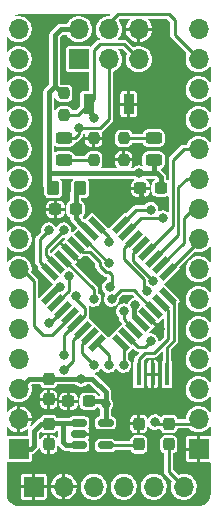
<source format=gbr>
%TF.GenerationSoftware,KiCad,Pcbnew,(6.0.7)*%
%TF.CreationDate,2023-07-03T12:47:38-04:00*%
%TF.ProjectId,atmega328pb_v2_breakout,61746d65-6761-4333-9238-70625f76325f,rev?*%
%TF.SameCoordinates,Original*%
%TF.FileFunction,Copper,L1,Top*%
%TF.FilePolarity,Positive*%
%FSLAX46Y46*%
G04 Gerber Fmt 4.6, Leading zero omitted, Abs format (unit mm)*
G04 Created by KiCad (PCBNEW (6.0.7)) date 2023-07-03 12:47:38*
%MOMM*%
%LPD*%
G01*
G04 APERTURE LIST*
G04 Aperture macros list*
%AMRoundRect*
0 Rectangle with rounded corners*
0 $1 Rounding radius*
0 $2 $3 $4 $5 $6 $7 $8 $9 X,Y pos of 4 corners*
0 Add a 4 corners polygon primitive as box body*
4,1,4,$2,$3,$4,$5,$6,$7,$8,$9,$2,$3,0*
0 Add four circle primitives for the rounded corners*
1,1,$1+$1,$2,$3*
1,1,$1+$1,$4,$5*
1,1,$1+$1,$6,$7*
1,1,$1+$1,$8,$9*
0 Add four rect primitives between the rounded corners*
20,1,$1+$1,$2,$3,$4,$5,0*
20,1,$1+$1,$4,$5,$6,$7,0*
20,1,$1+$1,$6,$7,$8,$9,0*
20,1,$1+$1,$8,$9,$2,$3,0*%
%AMRotRect*
0 Rectangle, with rotation*
0 The origin of the aperture is its center*
0 $1 length*
0 $2 width*
0 $3 Rotation angle, in degrees counterclockwise*
0 Add horizontal line*
21,1,$1,$2,0,0,$3*%
G04 Aperture macros list end*
%TA.AperFunction,SMDPad,CuDef*%
%ADD10R,0.400000X1.900000*%
%TD*%
%TA.AperFunction,SMDPad,CuDef*%
%ADD11RotRect,1.600000X0.550000X135.000000*%
%TD*%
%TA.AperFunction,SMDPad,CuDef*%
%ADD12RotRect,1.600000X0.550000X225.000000*%
%TD*%
%TA.AperFunction,SMDPad,CuDef*%
%ADD13RoundRect,0.243750X0.456250X-0.243750X0.456250X0.243750X-0.456250X0.243750X-0.456250X-0.243750X0*%
%TD*%
%TA.AperFunction,SMDPad,CuDef*%
%ADD14R,0.900000X1.700000*%
%TD*%
%TA.AperFunction,SMDPad,CuDef*%
%ADD15RoundRect,0.150000X-0.512500X-0.150000X0.512500X-0.150000X0.512500X0.150000X-0.512500X0.150000X0*%
%TD*%
%TA.AperFunction,ComponentPad*%
%ADD16R,1.700000X1.700000*%
%TD*%
%TA.AperFunction,ComponentPad*%
%ADD17O,1.700000X1.700000*%
%TD*%
%TA.AperFunction,SMDPad,CuDef*%
%ADD18RoundRect,0.243750X-0.456250X0.243750X-0.456250X-0.243750X0.456250X-0.243750X0.456250X0.243750X0*%
%TD*%
%TA.AperFunction,SMDPad,CuDef*%
%ADD19RoundRect,0.237500X-0.300000X-0.237500X0.300000X-0.237500X0.300000X0.237500X-0.300000X0.237500X0*%
%TD*%
%TA.AperFunction,SMDPad,CuDef*%
%ADD20RoundRect,0.237500X0.237500X-0.250000X0.237500X0.250000X-0.237500X0.250000X-0.237500X-0.250000X0*%
%TD*%
%TA.AperFunction,SMDPad,CuDef*%
%ADD21RoundRect,0.237500X-0.237500X0.300000X-0.237500X-0.300000X0.237500X-0.300000X0.237500X0.300000X0*%
%TD*%
%TA.AperFunction,SMDPad,CuDef*%
%ADD22RoundRect,0.237500X0.237500X-0.300000X0.237500X0.300000X-0.237500X0.300000X-0.237500X-0.300000X0*%
%TD*%
%TA.AperFunction,SMDPad,CuDef*%
%ADD23RoundRect,0.237500X-0.237500X0.250000X-0.237500X-0.250000X0.237500X-0.250000X0.237500X0.250000X0*%
%TD*%
%TA.AperFunction,SMDPad,CuDef*%
%ADD24RoundRect,0.250000X-0.275000X-0.350000X0.275000X-0.350000X0.275000X0.350000X-0.275000X0.350000X0*%
%TD*%
%TA.AperFunction,ViaPad*%
%ADD25C,0.800000*%
%TD*%
%TA.AperFunction,Conductor*%
%ADD26C,0.250000*%
%TD*%
%TA.AperFunction,Conductor*%
%ADD27C,0.400000*%
%TD*%
G04 APERTURE END LIST*
D10*
%TO.P,Y1,1,1*%
%TO.N,Net-(U1-Pad8)*%
X110350000Y-77470000D03*
%TO.P,Y1,2,2*%
%TO.N,GND*%
X109150000Y-77470000D03*
%TO.P,Y1,3,3*%
%TO.N,Net-(U1-Pad7)*%
X107950000Y-77470000D03*
%TD*%
D11*
%TO.P,U1,1,PD3*%
%TO.N,D03*%
X106435305Y-74835103D03*
%TO.P,U1,2,PD4*%
%TO.N,D04*%
X107000990Y-74269417D03*
%TO.P,U1,3,PE0*%
%TO.N,SDA1*%
X107566676Y-73703732D03*
%TO.P,U1,4,VCC*%
%TO.N,VDD*%
X108132361Y-73138047D03*
%TO.P,U1,5,GND*%
%TO.N,GND*%
X108698047Y-72572361D03*
%TO.P,U1,6,PE1*%
%TO.N,SCL1*%
X109263732Y-72006676D03*
%TO.P,U1,7,XTAL1/PB6*%
%TO.N,Net-(U1-Pad7)*%
X109829417Y-71440990D03*
%TO.P,U1,8,XTAL2/PB7*%
%TO.N,Net-(U1-Pad8)*%
X110395103Y-70875305D03*
D12*
%TO.P,U1,9,PD5*%
%TO.N,D05*%
X110395103Y-68824695D03*
%TO.P,U1,10,PD6*%
%TO.N,D06*%
X109829417Y-68259010D03*
%TO.P,U1,11,PD7*%
%TO.N,D07*%
X109263732Y-67693324D03*
%TO.P,U1,12,PB0*%
%TO.N,D08*%
X108698047Y-67127639D03*
%TO.P,U1,13,PB1*%
%TO.N,D09*%
X108132361Y-66561953D03*
%TO.P,U1,14,PB2*%
%TO.N,D10*%
X107566676Y-65996268D03*
%TO.P,U1,15,PB3*%
%TO.N,D11*%
X107000990Y-65430583D03*
%TO.P,U1,16,PB4*%
%TO.N,D12*%
X106435305Y-64864897D03*
D11*
%TO.P,U1,17,PB5*%
%TO.N,D13*%
X104384695Y-64864897D03*
%TO.P,U1,18,AVCC*%
%TO.N,VDDA*%
X103819010Y-65430583D03*
%TO.P,U1,19,PE2*%
%TO.N,A06*%
X103253324Y-65996268D03*
%TO.P,U1,20,AREF*%
%TO.N,AREF*%
X102687639Y-66561953D03*
%TO.P,U1,21,GND*%
%TO.N,GND*%
X102121953Y-67127639D03*
%TO.P,U1,22,PE3*%
%TO.N,A07*%
X101556268Y-67693324D03*
%TO.P,U1,23,PC0*%
%TO.N,A00*%
X100990583Y-68259010D03*
%TO.P,U1,24,PC1*%
%TO.N,A01*%
X100424897Y-68824695D03*
D12*
%TO.P,U1,25,PC2*%
%TO.N,A02*%
X100424897Y-70875305D03*
%TO.P,U1,26,PC3*%
%TO.N,A03*%
X100990583Y-71440990D03*
%TO.P,U1,27,PC4*%
%TO.N,A04*%
X101556268Y-72006676D03*
%TO.P,U1,28,PC5*%
%TO.N,A05*%
X102121953Y-72572361D03*
%TO.P,U1,29,~{RESET}/PC6*%
%TO.N,~{RST}*%
X102687639Y-73138047D03*
%TO.P,U1,30,PD0*%
%TO.N,D00*%
X103253324Y-73703732D03*
%TO.P,U1,31,PD1*%
%TO.N,D01*%
X103819010Y-74269417D03*
%TO.P,U1,32,PD2*%
%TO.N,D02*%
X104384695Y-74835103D03*
%TD*%
D13*
%TO.P,D2,1,K*%
%TO.N,Net-(D2-Pad1)*%
X101600000Y-59357500D03*
%TO.P,D2,2,A*%
%TO.N,D13*%
X101600000Y-57482500D03*
%TD*%
D14*
%TO.P,SW1,1,1*%
%TO.N,~{RST}*%
X103710000Y-54610000D03*
%TO.P,SW1,2,2*%
%TO.N,GND*%
X107110000Y-54610000D03*
%TD*%
D15*
%TO.P,U2,1,VIN*%
%TO.N,VCC*%
X102870000Y-81600000D03*
%TO.P,U2,2,GND*%
%TO.N,GND*%
X102870000Y-82550000D03*
%TO.P,U2,3,ON/~{OFF}*%
%TO.N,VCC*%
X102870000Y-83500000D03*
%TO.P,U2,4,BP*%
%TO.N,Net-(C6-Pad2)*%
X105145000Y-83500000D03*
%TO.P,U2,5,VOUT*%
%TO.N,VDD*%
X105145000Y-81600000D03*
%TD*%
D16*
%TO.P,J1,1,MISO*%
%TO.N,D12*%
X102885000Y-50805000D03*
D17*
%TO.P,J1,2,VCC*%
%TO.N,VDD*%
X102885000Y-48265000D03*
%TO.P,J1,3,SCK*%
%TO.N,D13*%
X105425000Y-50805000D03*
%TO.P,J1,4,MOSI*%
%TO.N,D11*%
X105425000Y-48265000D03*
%TO.P,J1,5,~{RST}*%
%TO.N,~{RST}*%
X107965000Y-50805000D03*
%TO.P,J1,6,GND*%
%TO.N,GND*%
X107965000Y-48265000D03*
%TD*%
D18*
%TO.P,D1,1,K*%
%TO.N,Net-(D1-Pad1)*%
X109220000Y-57482500D03*
%TO.P,D1,2,A*%
%TO.N,VDD*%
X109220000Y-59357500D03*
%TD*%
D19*
%TO.P,C7,1*%
%TO.N,GND*%
X108103500Y-61722000D03*
%TO.P,C7,2*%
%TO.N,VDD*%
X109828500Y-61722000D03*
%TD*%
D20*
%TO.P,R3,1*%
%TO.N,Net-(D2-Pad1)*%
X104140000Y-59332500D03*
%TO.P,R3,2*%
%TO.N,GND*%
X104140000Y-57507500D03*
%TD*%
D21*
%TO.P,C6,1*%
%TO.N,GND*%
X107950000Y-81687500D03*
%TO.P,C6,2*%
%TO.N,Net-(C6-Pad2)*%
X107950000Y-83412500D03*
%TD*%
D22*
%TO.P,C8,1*%
%TO.N,GND*%
X100330000Y-79602500D03*
%TO.P,C8,2*%
%TO.N,VDD*%
X100330000Y-77877500D03*
%TD*%
D23*
%TO.P,R2,1*%
%TO.N,Net-(D1-Pad1)*%
X106680000Y-57507500D03*
%TO.P,R2,2*%
%TO.N,GND*%
X106680000Y-59332500D03*
%TD*%
D24*
%TO.P,L1,1*%
%TO.N,VDD*%
X100704000Y-61722000D03*
%TO.P,L1,2*%
%TO.N,VDDA*%
X103004000Y-61722000D03*
%TD*%
D19*
%TO.P,C9,1*%
%TO.N,GND*%
X102007500Y-79756000D03*
%TO.P,C9,2*%
%TO.N,VDD*%
X103732500Y-79756000D03*
%TD*%
D22*
%TO.P,C5,1*%
%TO.N,GND*%
X100330000Y-83412500D03*
%TO.P,C5,2*%
%TO.N,VCC*%
X100330000Y-81687500D03*
%TD*%
%TO.P,C4,1*%
%TO.N,D{slash}R*%
X110490000Y-83412500D03*
%TO.P,C4,2*%
%TO.N,~{RST}*%
X110490000Y-81687500D03*
%TD*%
D16*
%TO.P,J3,1,Pin_1*%
%TO.N,GND*%
X113030000Y-83820000D03*
D17*
%TO.P,J3,2,Pin_2*%
%TO.N,~{RST}*%
X113030000Y-81280000D03*
%TO.P,J3,3,Pin_3*%
%TO.N,D00*%
X113030000Y-78740000D03*
%TO.P,J3,4,Pin_4*%
%TO.N,D01*%
X113030000Y-76200000D03*
%TO.P,J3,5,Pin_5*%
%TO.N,D02*%
X113030000Y-73660000D03*
%TO.P,J3,6,Pin_6*%
%TO.N,D03*%
X113030000Y-71120000D03*
%TO.P,J3,7,Pin_7*%
%TO.N,D04*%
X113030000Y-68580000D03*
%TO.P,J3,8,Pin_8*%
%TO.N,D05*%
X113030000Y-66040000D03*
%TO.P,J3,9,Pin_9*%
%TO.N,D06*%
X113030000Y-63500000D03*
%TO.P,J3,10,Pin_10*%
%TO.N,D07*%
X113030000Y-60960000D03*
%TO.P,J3,11,Pin_11*%
%TO.N,D08*%
X113030000Y-58420000D03*
%TO.P,J3,12,Pin_12*%
%TO.N,D09*%
X113030000Y-55880000D03*
%TO.P,J3,13,Pin_13*%
%TO.N,D10*%
X113030000Y-53340000D03*
%TO.P,J3,14,Pin_14*%
%TO.N,D11*%
X113030000Y-50800000D03*
%TO.P,J3,15,Pin_15*%
%TO.N,D12*%
X113030000Y-48260000D03*
%TD*%
D23*
%TO.P,R1,1*%
%TO.N,VDD*%
X101600000Y-53697500D03*
%TO.P,R1,2*%
%TO.N,~{RST}*%
X101600000Y-55522500D03*
%TD*%
D16*
%TO.P,J4,1,Pin_1*%
%TO.N,GND*%
X99060000Y-86995000D03*
D17*
%TO.P,J4,2,Pin_2*%
X101600000Y-86995000D03*
%TO.P,J4,3,Pin_3*%
%TO.N,VDD*%
X104140000Y-86995000D03*
%TO.P,J4,4,Pin_4*%
%TO.N,D00*%
X106680000Y-86995000D03*
%TO.P,J4,5,Pin_5*%
%TO.N,D01*%
X109220000Y-86995000D03*
%TO.P,J4,6,Pin_6*%
%TO.N,D{slash}R*%
X111760000Y-86995000D03*
%TD*%
D19*
%TO.P,C1,1*%
%TO.N,GND*%
X100891000Y-63500000D03*
%TO.P,C1,2*%
%TO.N,VDDA*%
X102616000Y-63500000D03*
%TD*%
D16*
%TO.P,J2,1,Pin_1*%
%TO.N,VCC*%
X97790000Y-83820000D03*
D17*
%TO.P,J2,2,Pin_2*%
%TO.N,GND*%
X97790000Y-81280000D03*
%TO.P,J2,3,Pin_3*%
%TO.N,VDD*%
X97790000Y-78740000D03*
%TO.P,J2,4,Pin_4*%
%TO.N,AREF*%
X97790000Y-76200000D03*
%TO.P,J2,5,Pin_5*%
%TO.N,A07*%
X97790000Y-73660000D03*
%TO.P,J2,6,Pin_6*%
%TO.N,A06*%
X97790000Y-71120000D03*
%TO.P,J2,7,Pin_7*%
%TO.N,A05*%
X97790000Y-68580000D03*
%TO.P,J2,8,Pin_8*%
%TO.N,A04*%
X97790000Y-66040000D03*
%TO.P,J2,9,Pin_9*%
%TO.N,A03*%
X97790000Y-63500000D03*
%TO.P,J2,10,Pin_10*%
%TO.N,A02*%
X97790000Y-60960000D03*
%TO.P,J2,11,Pin_11*%
%TO.N,A01*%
X97790000Y-58420000D03*
%TO.P,J2,12,Pin_12*%
%TO.N,A00*%
X97790000Y-55880000D03*
%TO.P,J2,13,Pin_13*%
%TO.N,SCL1*%
X97790000Y-53340000D03*
%TO.P,J2,14,Pin_14*%
%TO.N,SDA1*%
X97790000Y-50800000D03*
%TO.P,J2,15,Pin_15*%
%TO.N,D13*%
X97790000Y-48260000D03*
%TD*%
D25*
%TO.N,GND*%
X108966000Y-79756000D03*
X108204000Y-62738000D03*
X109728000Y-73660000D03*
X104140000Y-69088000D03*
X100584000Y-47498000D03*
X104902000Y-61722000D03*
X105055500Y-58420000D03*
%TO.N,VDD*%
X107950000Y-60452000D03*
X105145000Y-80021000D03*
X103086500Y-77877500D03*
X107679607Y-71611607D03*
%TO.N,D12*%
X108966000Y-63537500D03*
%TO.N,D13*%
X102870000Y-56642000D03*
X105410000Y-66294000D03*
%TO.N,D11*%
X109982000Y-64262000D03*
%TO.N,~{RST}*%
X109315500Y-81534000D03*
X101637500Y-75872701D03*
X102616000Y-70866000D03*
X104140000Y-55784500D03*
%TO.N,AREF*%
X105505500Y-70099701D03*
%TO.N,A07*%
X104135701Y-71115701D03*
%TO.N,A06*%
X105410000Y-68072000D03*
%TO.N,A04*%
X100330000Y-73152000D03*
%TO.N,A03*%
X102033566Y-69195221D03*
%TO.N,A02*%
X101309066Y-70071582D03*
%TO.N,A01*%
X100330000Y-65278000D03*
%TO.N,A00*%
X101600000Y-65278000D03*
%TO.N,SCL1*%
X105664000Y-71120000D03*
%TO.N,SDA1*%
X106680000Y-72136000D03*
%TO.N,D00*%
X101600000Y-77078000D03*
%TO.N,D01*%
X104140000Y-76708000D03*
%TO.N,D02*%
X105410000Y-76708000D03*
%TO.N,D03*%
X106680000Y-76708000D03*
%TO.N,D04*%
X108966000Y-74676000D03*
%TO.N,D09*%
X109191018Y-69598807D03*
%TO.N,D10*%
X108657667Y-70444113D03*
%TD*%
D26*
%TO.N,GND*%
X108204000Y-61822500D02*
X108103500Y-61722000D01*
X108204000Y-62738000D02*
X108204000Y-61822500D01*
X108103500Y-61722000D02*
X104902000Y-61722000D01*
X108698047Y-72572361D02*
X109474000Y-73348314D01*
D27*
%TO.N,VDDA*%
X103124000Y-64735573D02*
X103819010Y-65430583D01*
X103089573Y-64735573D02*
X102616000Y-64262000D01*
X102616000Y-62110000D02*
X103004000Y-61722000D01*
X103124000Y-64735573D02*
X103089573Y-64735573D01*
X102616000Y-63500000D02*
X102616000Y-62110000D01*
X102616000Y-64262000D02*
X102616000Y-63500000D01*
D26*
%TO.N,Net-(U1-Pad7)*%
X107950000Y-76200000D02*
X108458000Y-75692000D01*
X107950000Y-77470000D02*
X107950000Y-76200000D01*
X108458000Y-75692000D02*
X109220000Y-75692000D01*
X109220000Y-75692000D02*
X110453000Y-74459000D01*
X110453000Y-72064573D02*
X109829417Y-71440990D01*
X110453000Y-74459000D02*
X110453000Y-72064573D01*
%TO.N,Net-(U1-Pad8)*%
X110395103Y-70875305D02*
X110499305Y-70875305D01*
X110499305Y-70875305D02*
X110914557Y-71290557D01*
X110914557Y-71394759D02*
X110395103Y-70875305D01*
X110914557Y-72219443D02*
X110914557Y-71394759D01*
X110350000Y-75198396D02*
X110350000Y-77470000D01*
X110903000Y-74645396D02*
X110350000Y-75198396D01*
X110903000Y-72231000D02*
X110914557Y-72219443D01*
X110903000Y-72231000D02*
X110903000Y-74645396D01*
D27*
%TO.N,VDD*%
X100330000Y-60452000D02*
X107950000Y-60452000D01*
X108132361Y-73138047D02*
X107537907Y-72543593D01*
X109828500Y-60806500D02*
X109828500Y-61722000D01*
X103732500Y-79756000D02*
X104880000Y-79756000D01*
X100330000Y-53594000D02*
X100838000Y-53086000D01*
X100838000Y-53086000D02*
X100838000Y-48768000D01*
X109474000Y-60452000D02*
X109828500Y-60806500D01*
X107537907Y-72543593D02*
X107537907Y-71753307D01*
X107950000Y-60452000D02*
X109220000Y-60452000D01*
X107537907Y-71753307D02*
X107679607Y-71611607D01*
X104880000Y-79756000D02*
X105145000Y-80021000D01*
X100704000Y-61722000D02*
X100584000Y-61722000D01*
X101600000Y-53697500D02*
X101449500Y-53697500D01*
X98652500Y-77877500D02*
X97790000Y-78740000D01*
X101449500Y-53697500D02*
X100838000Y-53086000D01*
X105156000Y-80010000D02*
X105156000Y-78994000D01*
X105156000Y-78994000D02*
X104039500Y-77877500D01*
X100838000Y-48768000D02*
X101346000Y-48260000D01*
X103478500Y-77877500D02*
X100330000Y-77877500D01*
X100330000Y-77877500D02*
X98652500Y-77877500D01*
X100584000Y-61722000D02*
X100330000Y-61468000D01*
X105156000Y-80010000D02*
X105145000Y-80021000D01*
X101351000Y-48265000D02*
X102885000Y-48265000D01*
X104039500Y-77877500D02*
X103478500Y-77877500D01*
X100330000Y-60452000D02*
X100330000Y-53594000D01*
X100330000Y-61468000D02*
X100330000Y-60452000D01*
X109220000Y-60452000D02*
X109474000Y-60452000D01*
X101346000Y-48260000D02*
X101351000Y-48265000D01*
X105145000Y-81600000D02*
X105145000Y-80021000D01*
X109220000Y-59357500D02*
X109220000Y-60452000D01*
D26*
%TO.N,D{slash}R*%
X110490000Y-83412500D02*
X110490000Y-85725000D01*
X110490000Y-85725000D02*
X111760000Y-86995000D01*
D27*
%TO.N,VCC*%
X99060000Y-83566000D02*
X99060000Y-82296000D01*
X99060000Y-82296000D02*
X99668500Y-81687500D01*
X101534000Y-83246000D02*
X101788000Y-83500000D01*
X101534000Y-81600000D02*
X100417500Y-81600000D01*
X100417500Y-81600000D02*
X100330000Y-81687500D01*
X99668500Y-81687500D02*
X100330000Y-81687500D01*
X102870000Y-81600000D02*
X101534000Y-81600000D01*
X101788000Y-83500000D02*
X102870000Y-83500000D01*
X98806000Y-83820000D02*
X99060000Y-83566000D01*
X97790000Y-83820000D02*
X98806000Y-83820000D01*
X101534000Y-81600000D02*
X101534000Y-83246000D01*
D26*
%TO.N,Net-(C6-Pad2)*%
X105145000Y-83500000D02*
X107862500Y-83500000D01*
X107862500Y-83500000D02*
X107950000Y-83412500D01*
%TO.N,D12*%
X106435305Y-64864897D02*
X107762702Y-63537500D01*
X107762702Y-63537500D02*
X108966000Y-63537500D01*
%TO.N,D13*%
X104648000Y-56642000D02*
X105425000Y-55865000D01*
X105410000Y-66294000D02*
X105410000Y-65890202D01*
X102870000Y-56642000D02*
X104648000Y-56642000D01*
X105425000Y-55865000D02*
X105425000Y-50805000D01*
X101600000Y-57482500D02*
X102537500Y-57482500D01*
X102870000Y-57150000D02*
X102870000Y-56642000D01*
X102537500Y-57482500D02*
X102870000Y-57150000D01*
X105410000Y-65890202D02*
X104384695Y-64864897D01*
%TO.N,D11*%
X107000990Y-65430583D02*
X108169573Y-64262000D01*
X108169573Y-64262000D02*
X109982000Y-64262000D01*
X110998000Y-47498000D02*
X110998000Y-48768000D01*
X110998000Y-48768000D02*
X113030000Y-50800000D01*
X105425000Y-47737000D02*
X106172000Y-46990000D01*
X110490000Y-46990000D02*
X110998000Y-47498000D01*
X105425000Y-48265000D02*
X105425000Y-47737000D01*
X106172000Y-46990000D02*
X110490000Y-46990000D01*
%TO.N,~{RST}*%
X109469000Y-81687500D02*
X109315500Y-81534000D01*
X102616000Y-71120000D02*
X103378000Y-71882000D01*
X110490000Y-81687500D02*
X109469000Y-81687500D01*
X104648000Y-49530000D02*
X104140000Y-50038000D01*
X101600000Y-74168000D02*
X102629953Y-73138047D01*
X112622500Y-81687500D02*
X113030000Y-81280000D01*
X102616000Y-70866000D02*
X102616000Y-71120000D01*
X103378000Y-72447686D02*
X102687639Y-73138047D01*
X104140000Y-54180000D02*
X103710000Y-54610000D01*
X103710000Y-55354500D02*
X104140000Y-55784500D01*
X106690000Y-49530000D02*
X104648000Y-49530000D01*
X104140000Y-50038000D02*
X104140000Y-54180000D01*
X102629953Y-73138047D02*
X102687639Y-73138047D01*
X103378000Y-71882000D02*
X103378000Y-72447686D01*
X107965000Y-50805000D02*
X106690000Y-49530000D01*
X102797500Y-55522500D02*
X103710000Y-54610000D01*
X103710000Y-54610000D02*
X103710000Y-55354500D01*
X101600000Y-75835201D02*
X101600000Y-74168000D01*
X101637500Y-75872701D02*
X101600000Y-75835201D01*
X101600000Y-55522500D02*
X102797500Y-55522500D01*
X110490000Y-81687500D02*
X112622500Y-81687500D01*
%TO.N,AREF*%
X104329802Y-67628198D02*
X103821802Y-67120198D01*
X104648000Y-67946396D02*
X104329802Y-67628198D01*
X103821802Y-67120198D02*
X103245884Y-67120198D01*
X105410000Y-68834000D02*
X105146695Y-68834000D01*
X105664000Y-69941201D02*
X105664000Y-69088000D01*
X105146695Y-68834000D02*
X104648000Y-68335305D01*
X105505500Y-70099701D02*
X105664000Y-69941201D01*
X103245884Y-67120198D02*
X102687639Y-66561953D01*
X104648000Y-68335305D02*
X104648000Y-67946396D01*
X105664000Y-69088000D02*
X105410000Y-68834000D01*
%TO.N,A07*%
X104135701Y-70272757D02*
X101556268Y-67693324D01*
X104135701Y-71115701D02*
X104135701Y-70272757D01*
%TO.N,A06*%
X103334268Y-65996268D02*
X105410000Y-68072000D01*
X103253324Y-65996268D02*
X103334268Y-65996268D01*
%TO.N,A05*%
X99060000Y-69596000D02*
X98044000Y-68580000D01*
X102121953Y-72630047D02*
X100584000Y-74168000D01*
X99060000Y-73406000D02*
X99060000Y-69596000D01*
X100584000Y-74168000D02*
X99822000Y-74168000D01*
X99822000Y-74168000D02*
X99060000Y-73406000D01*
X98044000Y-68580000D02*
X97790000Y-68580000D01*
X102121953Y-72572361D02*
X102121953Y-72630047D01*
%TO.N,A04*%
X100330000Y-73152000D02*
X100410944Y-73152000D01*
X100410944Y-73152000D02*
X101556268Y-72006676D01*
%TO.N,A03*%
X102033566Y-70398007D02*
X102033566Y-69195221D01*
X100990583Y-71440990D02*
X102033566Y-70398007D01*
%TO.N,A02*%
X100505343Y-70875305D02*
X101309066Y-70071582D01*
%TO.N,A01*%
X99568000Y-67967798D02*
X100424897Y-68824695D01*
X99568000Y-66040000D02*
X99568000Y-67967798D01*
X100330000Y-65278000D02*
X99568000Y-66040000D01*
%TO.N,A00*%
X100076000Y-67344427D02*
X100076000Y-66802000D01*
X100076000Y-66802000D02*
X101600000Y-65278000D01*
X100990583Y-68259010D02*
X100076000Y-67344427D01*
%TO.N,SCL1*%
X105664000Y-71120000D02*
X106426000Y-70358000D01*
X107546249Y-70358000D02*
X109194925Y-72006676D01*
X106426000Y-70358000D02*
X107546249Y-70358000D01*
X109194925Y-72006676D02*
X109263732Y-72006676D01*
%TO.N,SDA1*%
X106680000Y-72136000D02*
X106680000Y-72817056D01*
X106680000Y-72817056D02*
X107566676Y-73703732D01*
%TO.N,D00*%
X102362000Y-74595056D02*
X103253324Y-73703732D01*
X101600000Y-77078000D02*
X102362000Y-76316000D01*
X102362000Y-76316000D02*
X102362000Y-74595056D01*
%TO.N,D01*%
X103158427Y-74930000D02*
X103124000Y-74964427D01*
X103124000Y-74964427D02*
X103124000Y-75692000D01*
X103819010Y-74269417D02*
X103158427Y-74930000D01*
X103124000Y-75692000D02*
X104140000Y-76708000D01*
%TO.N,D02*%
X105410000Y-75860408D02*
X104384695Y-74835103D01*
X105410000Y-76708000D02*
X105410000Y-75860408D01*
%TO.N,D03*%
X106680000Y-75079798D02*
X106435305Y-74835103D01*
X106680000Y-76708000D02*
X106680000Y-75079798D01*
%TO.N,D04*%
X107915573Y-75184000D02*
X108458000Y-75184000D01*
X108458000Y-75184000D02*
X108966000Y-74676000D01*
X107915573Y-75184000D02*
X107000990Y-74269417D01*
%TO.N,D05*%
X110395103Y-68824695D02*
X113030000Y-66189798D01*
X113030000Y-66189798D02*
X113030000Y-66040000D01*
%TO.N,D06*%
X111760000Y-66328427D02*
X109829417Y-68259010D01*
X113030000Y-63500000D02*
X112522000Y-63500000D01*
X112522000Y-63500000D02*
X111760000Y-64262000D01*
X111760000Y-64262000D02*
X111760000Y-66328427D01*
%TO.N,D07*%
X112014000Y-60960000D02*
X113030000Y-60960000D01*
X111310000Y-65647056D02*
X111310000Y-61664000D01*
X111310000Y-61664000D02*
X112014000Y-60960000D01*
X109263732Y-67693324D02*
X111310000Y-65647056D01*
%TO.N,D08*%
X111760000Y-58420000D02*
X113030000Y-58420000D01*
X108698047Y-67127639D02*
X110860000Y-64965686D01*
X110860000Y-64965686D02*
X110860000Y-59320000D01*
X110860000Y-59320000D02*
X111760000Y-58420000D01*
%TO.N,D09*%
X107442000Y-67564000D02*
X107442000Y-67252314D01*
X107442000Y-67849789D02*
X107442000Y-67564000D01*
X109191018Y-69598807D02*
X107442000Y-67849789D01*
X107442000Y-67252314D02*
X108132361Y-66561953D01*
%TO.N,D10*%
X107485732Y-65996268D02*
X106680000Y-66802000D01*
X108377907Y-69422092D02*
X106680000Y-67724185D01*
X108377907Y-70164353D02*
X108377907Y-69422092D01*
X108657667Y-70444113D02*
X108377907Y-70164353D01*
X107566676Y-65996268D02*
X107485732Y-65996268D01*
X106680000Y-67724185D02*
X106680000Y-66802000D01*
%TO.N,Net-(D1-Pad1)*%
X106680000Y-57507500D02*
X109195000Y-57507500D01*
X109195000Y-57507500D02*
X109220000Y-57482500D01*
%TO.N,Net-(D2-Pad1)*%
X101600000Y-59357500D02*
X104115000Y-59357500D01*
X104115000Y-59357500D02*
X104140000Y-59332500D01*
%TD*%
%TA.AperFunction,Conductor*%
%TO.N,GND*%
G36*
X114022965Y-66671250D02*
G01*
X114045238Y-66713583D01*
X114045500Y-66719302D01*
X114045500Y-67905645D01*
X114027194Y-67949839D01*
X113983000Y-67968145D01*
X113938806Y-67949839D01*
X113932922Y-67943040D01*
X113903573Y-67903736D01*
X113854320Y-67837779D01*
X113705258Y-67699987D01*
X113533581Y-67591667D01*
X113439310Y-67554057D01*
X113347696Y-67517506D01*
X113345039Y-67516446D01*
X113342233Y-67515888D01*
X113342230Y-67515887D01*
X113148752Y-67477402D01*
X113148750Y-67477402D01*
X113145946Y-67476844D01*
X113050353Y-67475593D01*
X112945833Y-67474224D01*
X112945828Y-67474224D01*
X112942971Y-67474187D01*
X112940151Y-67474672D01*
X112940146Y-67474672D01*
X112823751Y-67494673D01*
X112742910Y-67508564D01*
X112740222Y-67509556D01*
X112740217Y-67509557D01*
X112555151Y-67577832D01*
X112555148Y-67577833D01*
X112552463Y-67578824D01*
X112378010Y-67682612D01*
X112351272Y-67706061D01*
X112267935Y-67779146D01*
X112225392Y-67816455D01*
X112223616Y-67818708D01*
X112223615Y-67818709D01*
X112120356Y-67949693D01*
X112099720Y-67975869D01*
X112040816Y-68087826D01*
X112013289Y-68140147D01*
X112005203Y-68155515D01*
X112004356Y-68158242D01*
X112004355Y-68158245D01*
X111961956Y-68294794D01*
X111945007Y-68349378D01*
X111921148Y-68550964D01*
X111934424Y-68753522D01*
X111935130Y-68756302D01*
X111958591Y-68848677D01*
X111984392Y-68950269D01*
X112069377Y-69134616D01*
X112186533Y-69300389D01*
X112188587Y-69302390D01*
X112188588Y-69302391D01*
X112254068Y-69366178D01*
X112331938Y-69442035D01*
X112500720Y-69554812D01*
X112557685Y-69579286D01*
X112684588Y-69633808D01*
X112684590Y-69633809D01*
X112687228Y-69634942D01*
X112780570Y-69656063D01*
X112882426Y-69679111D01*
X112882429Y-69679111D01*
X112885216Y-69679742D01*
X112975164Y-69683276D01*
X113085193Y-69687600D01*
X113085197Y-69687600D01*
X113088053Y-69687712D01*
X113288945Y-69658584D01*
X113481165Y-69593334D01*
X113658276Y-69494147D01*
X113814345Y-69364345D01*
X113849629Y-69321921D01*
X113934948Y-69219337D01*
X113977281Y-69197064D01*
X114022965Y-69211250D01*
X114045238Y-69253583D01*
X114045500Y-69259302D01*
X114045500Y-70445645D01*
X114027194Y-70489839D01*
X113983000Y-70508145D01*
X113938806Y-70489839D01*
X113932922Y-70483040D01*
X113903573Y-70443736D01*
X113879609Y-70411645D01*
X113856037Y-70380078D01*
X113856036Y-70380076D01*
X113854320Y-70377779D01*
X113705258Y-70239987D01*
X113533581Y-70131667D01*
X113345039Y-70056446D01*
X113342233Y-70055888D01*
X113342230Y-70055887D01*
X113148752Y-70017402D01*
X113148750Y-70017402D01*
X113145946Y-70016844D01*
X113050353Y-70015593D01*
X112945833Y-70014224D01*
X112945828Y-70014224D01*
X112942971Y-70014187D01*
X112940151Y-70014672D01*
X112940146Y-70014672D01*
X112830955Y-70033435D01*
X112742910Y-70048564D01*
X112740222Y-70049556D01*
X112740217Y-70049557D01*
X112555151Y-70117832D01*
X112555148Y-70117833D01*
X112552463Y-70118824D01*
X112550003Y-70120287D01*
X112550002Y-70120288D01*
X112532657Y-70130607D01*
X112378010Y-70222612D01*
X112294404Y-70295933D01*
X112258847Y-70327116D01*
X112225392Y-70356455D01*
X112223616Y-70358708D01*
X112223615Y-70358709D01*
X112158651Y-70441116D01*
X112099720Y-70515869D01*
X112005203Y-70695515D01*
X112004356Y-70698242D01*
X112004355Y-70698245D01*
X111971096Y-70805358D01*
X111945007Y-70889378D01*
X111937043Y-70956669D01*
X111922194Y-71082130D01*
X111921148Y-71090964D01*
X111923674Y-71129508D01*
X111933151Y-71274094D01*
X111934424Y-71293522D01*
X111935130Y-71296302D01*
X111982498Y-71482810D01*
X111984392Y-71490269D01*
X112069377Y-71674616D01*
X112186533Y-71840389D01*
X112331938Y-71982035D01*
X112500720Y-72094812D01*
X112587124Y-72131934D01*
X112684588Y-72173808D01*
X112684590Y-72173809D01*
X112687228Y-72174942D01*
X112787641Y-72197663D01*
X112882426Y-72219111D01*
X112882429Y-72219111D01*
X112885216Y-72219742D01*
X112975164Y-72223276D01*
X113085193Y-72227600D01*
X113085197Y-72227600D01*
X113088053Y-72227712D01*
X113288945Y-72198584D01*
X113481165Y-72133334D01*
X113658276Y-72034147D01*
X113814345Y-71904345D01*
X113859148Y-71850476D01*
X113934948Y-71759337D01*
X113977281Y-71737064D01*
X114022965Y-71751250D01*
X114045238Y-71793583D01*
X114045500Y-71799302D01*
X114045500Y-72985645D01*
X114027194Y-73029839D01*
X113983000Y-73048145D01*
X113938806Y-73029839D01*
X113932922Y-73023040D01*
X113925111Y-73012579D01*
X113854320Y-72917779D01*
X113705258Y-72779987D01*
X113533581Y-72671667D01*
X113370741Y-72606700D01*
X113347696Y-72597506D01*
X113345039Y-72596446D01*
X113342233Y-72595888D01*
X113342230Y-72595887D01*
X113148752Y-72557402D01*
X113148750Y-72557402D01*
X113145946Y-72556844D01*
X113050353Y-72555593D01*
X112945833Y-72554224D01*
X112945828Y-72554224D01*
X112942971Y-72554187D01*
X112940151Y-72554672D01*
X112940146Y-72554672D01*
X112837205Y-72572361D01*
X112742910Y-72588564D01*
X112740222Y-72589556D01*
X112740217Y-72589557D01*
X112555151Y-72657832D01*
X112555148Y-72657833D01*
X112552463Y-72658824D01*
X112378010Y-72762612D01*
X112342356Y-72793880D01*
X112256587Y-72869098D01*
X112225392Y-72896455D01*
X112223616Y-72898708D01*
X112223615Y-72898709D01*
X112123030Y-73026301D01*
X112099720Y-73055869D01*
X112054743Y-73141355D01*
X112013862Y-73219058D01*
X112005203Y-73235515D01*
X112004356Y-73238242D01*
X112004355Y-73238245D01*
X111970572Y-73347044D01*
X111945007Y-73429378D01*
X111921148Y-73630964D01*
X111921336Y-73633828D01*
X111934141Y-73829200D01*
X111934424Y-73833522D01*
X111935130Y-73836302D01*
X111982498Y-74022810D01*
X111984392Y-74030269D01*
X112069377Y-74214616D01*
X112186533Y-74380389D01*
X112331938Y-74522035D01*
X112500720Y-74634812D01*
X112587124Y-74671934D01*
X112684588Y-74713808D01*
X112684590Y-74713809D01*
X112687228Y-74714942D01*
X112770644Y-74733817D01*
X112882426Y-74759111D01*
X112882429Y-74759111D01*
X112885216Y-74759742D01*
X112975164Y-74763276D01*
X113085193Y-74767600D01*
X113085197Y-74767600D01*
X113088053Y-74767712D01*
X113288945Y-74738584D01*
X113481165Y-74673334D01*
X113658276Y-74574147D01*
X113814345Y-74444345D01*
X113872792Y-74374071D01*
X113934948Y-74299337D01*
X113977281Y-74277064D01*
X114022965Y-74291250D01*
X114045238Y-74333583D01*
X114045500Y-74339302D01*
X114045500Y-75525645D01*
X114027194Y-75569839D01*
X113983000Y-75588145D01*
X113938806Y-75569839D01*
X113932922Y-75563040D01*
X113903573Y-75523736D01*
X113869565Y-75478194D01*
X113856037Y-75460078D01*
X113856036Y-75460076D01*
X113854320Y-75457779D01*
X113705258Y-75319987D01*
X113533581Y-75211667D01*
X113345039Y-75136446D01*
X113342233Y-75135888D01*
X113342230Y-75135887D01*
X113148752Y-75097402D01*
X113148750Y-75097402D01*
X113145946Y-75096844D01*
X113050353Y-75095593D01*
X112945833Y-75094224D01*
X112945828Y-75094224D01*
X112942971Y-75094187D01*
X112940151Y-75094672D01*
X112940146Y-75094672D01*
X112823751Y-75114673D01*
X112742910Y-75128564D01*
X112740222Y-75129556D01*
X112740217Y-75129557D01*
X112555151Y-75197832D01*
X112555148Y-75197833D01*
X112552463Y-75198824D01*
X112378010Y-75302612D01*
X112303574Y-75367891D01*
X112230998Y-75431539D01*
X112225392Y-75436455D01*
X112223616Y-75438708D01*
X112223615Y-75438709D01*
X112107927Y-75585459D01*
X112099720Y-75595869D01*
X112080911Y-75631619D01*
X112017014Y-75753067D01*
X112005203Y-75775515D01*
X112004356Y-75778242D01*
X112004355Y-75778245D01*
X111977170Y-75865797D01*
X111945007Y-75969378D01*
X111921148Y-76170964D01*
X111922932Y-76198179D01*
X111932358Y-76341993D01*
X111934424Y-76373522D01*
X111935130Y-76376302D01*
X111981774Y-76559959D01*
X111984392Y-76570269D01*
X112069377Y-76754616D01*
X112186533Y-76920389D01*
X112331938Y-77062035D01*
X112500720Y-77174812D01*
X112520649Y-77183374D01*
X112684588Y-77253808D01*
X112684590Y-77253809D01*
X112687228Y-77254942D01*
X112787641Y-77277663D01*
X112882426Y-77299111D01*
X112882429Y-77299111D01*
X112885216Y-77299742D01*
X112975164Y-77303276D01*
X113085193Y-77307600D01*
X113085197Y-77307600D01*
X113088053Y-77307712D01*
X113288945Y-77278584D01*
X113481165Y-77213334D01*
X113658276Y-77114147D01*
X113814345Y-76984345D01*
X113875739Y-76910527D01*
X113934948Y-76839337D01*
X113977281Y-76817064D01*
X114022965Y-76831250D01*
X114045238Y-76873583D01*
X114045500Y-76879302D01*
X114045500Y-78065645D01*
X114027194Y-78109839D01*
X113983000Y-78128145D01*
X113938806Y-78109839D01*
X113932922Y-78103040D01*
X113903573Y-78063736D01*
X113854320Y-77997779D01*
X113705258Y-77859987D01*
X113533581Y-77751667D01*
X113393547Y-77695799D01*
X113347696Y-77677506D01*
X113345039Y-77676446D01*
X113342233Y-77675888D01*
X113342230Y-77675887D01*
X113148752Y-77637402D01*
X113148750Y-77637402D01*
X113145946Y-77636844D01*
X113050353Y-77635593D01*
X112945833Y-77634224D01*
X112945828Y-77634224D01*
X112942971Y-77634187D01*
X112940151Y-77634672D01*
X112940146Y-77634672D01*
X112823751Y-77654673D01*
X112742910Y-77668564D01*
X112740222Y-77669556D01*
X112740217Y-77669557D01*
X112555151Y-77737832D01*
X112555148Y-77737833D01*
X112552463Y-77738824D01*
X112378010Y-77842612D01*
X112225392Y-77976455D01*
X112099720Y-78135869D01*
X112005203Y-78315515D01*
X112004356Y-78318242D01*
X112004355Y-78318245D01*
X111951425Y-78488708D01*
X111945007Y-78509378D01*
X111944570Y-78513068D01*
X111926056Y-78669500D01*
X111921148Y-78710964D01*
X111922415Y-78730299D01*
X111931547Y-78869621D01*
X111934424Y-78913522D01*
X111935130Y-78916302D01*
X111978020Y-79085178D01*
X111984392Y-79110269D01*
X112069377Y-79294616D01*
X112186533Y-79460389D01*
X112331938Y-79602035D01*
X112500720Y-79714812D01*
X112587124Y-79751934D01*
X112684588Y-79793808D01*
X112684590Y-79793809D01*
X112687228Y-79794942D01*
X112787641Y-79817663D01*
X112882426Y-79839111D01*
X112882429Y-79839111D01*
X112885216Y-79839742D01*
X112975164Y-79843276D01*
X113085193Y-79847600D01*
X113085197Y-79847600D01*
X113088053Y-79847712D01*
X113288945Y-79818584D01*
X113481165Y-79753334D01*
X113658276Y-79654147D01*
X113814345Y-79524345D01*
X113857938Y-79471930D01*
X113934948Y-79379337D01*
X113977281Y-79357064D01*
X114022965Y-79371250D01*
X114045238Y-79413583D01*
X114045500Y-79419302D01*
X114045500Y-80605645D01*
X114027194Y-80649839D01*
X113983000Y-80668145D01*
X113938806Y-80649839D01*
X113932922Y-80643040D01*
X113856037Y-80540078D01*
X113856036Y-80540076D01*
X113854320Y-80537779D01*
X113705258Y-80399987D01*
X113533581Y-80291667D01*
X113345039Y-80216446D01*
X113342233Y-80215888D01*
X113342230Y-80215887D01*
X113148752Y-80177402D01*
X113148750Y-80177402D01*
X113145946Y-80176844D01*
X113050353Y-80175593D01*
X112945833Y-80174224D01*
X112945828Y-80174224D01*
X112942971Y-80174187D01*
X112940151Y-80174672D01*
X112940146Y-80174672D01*
X112841395Y-80191641D01*
X112742910Y-80208564D01*
X112740222Y-80209556D01*
X112740217Y-80209557D01*
X112555151Y-80277832D01*
X112555148Y-80277833D01*
X112552463Y-80278824D01*
X112378010Y-80382612D01*
X112302675Y-80448679D01*
X112261261Y-80484999D01*
X112225392Y-80516455D01*
X112223616Y-80518708D01*
X112223615Y-80518709D01*
X112117257Y-80653624D01*
X112099720Y-80675869D01*
X112005203Y-80855515D01*
X112004356Y-80858242D01*
X112004355Y-80858245D01*
X111975882Y-80949944D01*
X111945007Y-81049378D01*
X111921148Y-81250964D01*
X111919871Y-81250813D01*
X111902061Y-81290829D01*
X111859032Y-81308000D01*
X111266492Y-81308000D01*
X111222298Y-81289694D01*
X111207969Y-81267439D01*
X111165056Y-81152970D01*
X111165056Y-81152969D01*
X111163493Y-81148801D01*
X111078974Y-81036026D01*
X110966199Y-80951507D01*
X110876204Y-80917769D01*
X110837904Y-80903411D01*
X110837903Y-80903411D01*
X110834236Y-80902036D01*
X110774070Y-80895500D01*
X110205930Y-80895500D01*
X110145764Y-80902036D01*
X110142097Y-80903411D01*
X110142096Y-80903411D01*
X110103797Y-80917769D01*
X110013801Y-80951507D01*
X109901026Y-81036026D01*
X109883259Y-81059733D01*
X109877553Y-81067347D01*
X109836400Y-81091733D01*
X109790057Y-81079877D01*
X109785963Y-81076529D01*
X109775658Y-81067347D01*
X109737906Y-81033712D01*
X109694587Y-80995116D01*
X109694585Y-80995115D01*
X109691775Y-80992611D01*
X109551774Y-80918484D01*
X109398133Y-80879892D01*
X109394368Y-80879872D01*
X109394366Y-80879872D01*
X109315796Y-80879461D01*
X109239721Y-80879062D01*
X109236057Y-80879942D01*
X109236054Y-80879942D01*
X109169169Y-80896000D01*
X109085684Y-80916043D01*
X109082342Y-80917768D01*
X109082339Y-80917769D01*
X109020002Y-80949944D01*
X108944914Y-80988700D01*
X108942076Y-80991175D01*
X108942077Y-80991175D01*
X108839333Y-81080805D01*
X108825539Y-81092838D01*
X108823373Y-81095920D01*
X108823372Y-81095921D01*
X108747836Y-81203398D01*
X108707448Y-81229029D01*
X108660764Y-81218594D01*
X108638179Y-81189399D01*
X108624613Y-81153212D01*
X108620379Y-81145479D01*
X108541288Y-81039947D01*
X108535053Y-81033712D01*
X108429521Y-80954621D01*
X108421788Y-80950387D01*
X108297796Y-80903904D01*
X108290232Y-80902106D01*
X108235707Y-80896183D01*
X108232338Y-80896000D01*
X108089431Y-80896000D01*
X108080641Y-80899641D01*
X108077000Y-80908431D01*
X108077000Y-82466568D01*
X108080641Y-82475358D01*
X108089431Y-82478999D01*
X108232332Y-82478999D01*
X108235702Y-82478817D01*
X108290231Y-82472894D01*
X108297799Y-82471095D01*
X108421788Y-82424613D01*
X108429521Y-82420379D01*
X108535053Y-82341288D01*
X108541288Y-82335053D01*
X108620379Y-82229521D01*
X108624613Y-82221788D01*
X108671096Y-82097796D01*
X108672894Y-82090232D01*
X108678817Y-82035707D01*
X108679000Y-82032338D01*
X108679000Y-81965389D01*
X108697306Y-81921195D01*
X108741500Y-81902889D01*
X108785694Y-81921195D01*
X108793376Y-81930530D01*
X108816408Y-81964805D01*
X108933576Y-82071419D01*
X108936885Y-82073216D01*
X108936887Y-82073217D01*
X108985867Y-82099811D01*
X109072793Y-82147008D01*
X109076440Y-82147965D01*
X109076443Y-82147966D01*
X109185640Y-82176613D01*
X109226022Y-82187207D01*
X109310657Y-82188536D01*
X109380647Y-82189636D01*
X109380649Y-82189636D01*
X109384416Y-82189695D01*
X109538832Y-82154329D01*
X109542196Y-82152637D01*
X109542199Y-82152636D01*
X109631242Y-82107852D01*
X109680355Y-82083151D01*
X109681468Y-82082201D01*
X109727698Y-82073131D01*
X109767402Y-82099811D01*
X109773867Y-82112458D01*
X109776525Y-82119548D01*
X109816507Y-82226199D01*
X109901026Y-82338974D01*
X110013801Y-82423493D01*
X110145764Y-82472964D01*
X110205930Y-82479500D01*
X110774070Y-82479500D01*
X110834236Y-82472964D01*
X110966199Y-82423493D01*
X111078974Y-82338974D01*
X111163493Y-82226199D01*
X111166884Y-82217153D01*
X111207969Y-82107561D01*
X111240624Y-82072605D01*
X111266492Y-82067000D01*
X112229501Y-82067000D01*
X112273113Y-82084731D01*
X112308854Y-82119548D01*
X112331938Y-82142035D01*
X112500720Y-82254812D01*
X112586056Y-82291475D01*
X112684588Y-82333808D01*
X112684590Y-82333809D01*
X112687228Y-82334942D01*
X112777330Y-82355330D01*
X112882426Y-82379111D01*
X112882429Y-82379111D01*
X112885216Y-82379742D01*
X112975164Y-82383276D01*
X113085193Y-82387600D01*
X113085197Y-82387600D01*
X113088053Y-82387712D01*
X113288945Y-82358584D01*
X113481165Y-82293334D01*
X113658276Y-82194147D01*
X113814345Y-82064345D01*
X113895023Y-81967341D01*
X113934948Y-81919337D01*
X113977281Y-81897064D01*
X114022965Y-81911250D01*
X114045238Y-81953583D01*
X114045500Y-81959302D01*
X114045500Y-82667787D01*
X114027194Y-82711981D01*
X113983000Y-82730287D01*
X113970807Y-82729086D01*
X113908030Y-82716599D01*
X113901946Y-82716000D01*
X113169431Y-82716000D01*
X113160641Y-82719641D01*
X113157000Y-82728431D01*
X113157000Y-84911568D01*
X113160641Y-84920358D01*
X113169431Y-84923999D01*
X113901945Y-84923999D01*
X113908030Y-84923400D01*
X113970808Y-84910913D01*
X114017724Y-84920246D01*
X114044299Y-84960020D01*
X114045500Y-84972212D01*
X114045500Y-87599792D01*
X114044375Y-87611596D01*
X114040519Y-87631645D01*
X114041758Y-87637674D01*
X114041758Y-87637677D01*
X114042282Y-87640226D01*
X114043354Y-87657905D01*
X114031518Y-87802569D01*
X114029664Y-87813393D01*
X113987376Y-87973923D01*
X113983657Y-87984256D01*
X113913918Y-88134921D01*
X113908446Y-88144443D01*
X113816788Y-88275738D01*
X113813422Y-88280559D01*
X113806369Y-88288977D01*
X113688977Y-88406369D01*
X113680559Y-88413422D01*
X113544443Y-88508446D01*
X113534921Y-88513918D01*
X113384256Y-88583657D01*
X113373923Y-88587376D01*
X113213393Y-88629664D01*
X113202569Y-88631518D01*
X113142268Y-88636452D01*
X113057902Y-88643354D01*
X113040226Y-88642282D01*
X113037677Y-88641758D01*
X113037674Y-88641758D01*
X113031645Y-88640519D01*
X113022479Y-88642282D01*
X113011596Y-88644375D01*
X112999792Y-88645500D01*
X97822352Y-88645500D01*
X97809727Y-88644212D01*
X97791826Y-88640520D01*
X97783085Y-88642195D01*
X97765486Y-88643039D01*
X97620968Y-88629483D01*
X97610346Y-88627550D01*
X97572152Y-88617124D01*
X97450051Y-88583792D01*
X97439927Y-88580062D01*
X97289556Y-88509370D01*
X97280228Y-88503956D01*
X97144262Y-88408434D01*
X97135997Y-88401487D01*
X97018513Y-88284003D01*
X97011566Y-88275738D01*
X97003424Y-88264149D01*
X96916044Y-88139772D01*
X96910630Y-88130444D01*
X96839938Y-87980073D01*
X96836206Y-87969945D01*
X96835615Y-87967778D01*
X96808089Y-87866945D01*
X97956001Y-87866945D01*
X97956600Y-87873030D01*
X97969536Y-87938068D01*
X97974157Y-87949224D01*
X98023457Y-88023007D01*
X98031993Y-88031543D01*
X98105775Y-88080843D01*
X98116933Y-88085464D01*
X98181970Y-88098401D01*
X98188054Y-88099000D01*
X98920569Y-88099000D01*
X98929359Y-88095359D01*
X98933000Y-88086569D01*
X98933000Y-88086568D01*
X99187000Y-88086568D01*
X99190641Y-88095358D01*
X99199431Y-88098999D01*
X99931945Y-88098999D01*
X99938030Y-88098400D01*
X100003068Y-88085464D01*
X100014224Y-88080843D01*
X100088007Y-88031543D01*
X100096543Y-88023007D01*
X100145843Y-87949225D01*
X100150464Y-87938067D01*
X100163401Y-87873030D01*
X100164000Y-87866946D01*
X100164000Y-87135471D01*
X100502759Y-87135471D01*
X100504732Y-87165581D01*
X100505626Y-87171224D01*
X100554159Y-87362323D01*
X100556066Y-87367707D01*
X100638612Y-87546761D01*
X100641468Y-87551708D01*
X100755257Y-87712717D01*
X100758970Y-87717065D01*
X100900203Y-87854647D01*
X100904636Y-87858236D01*
X101068576Y-87967778D01*
X101073598Y-87970504D01*
X101254744Y-88048331D01*
X101260183Y-88050098D01*
X101452492Y-88093614D01*
X101458141Y-88094357D01*
X101460577Y-88094453D01*
X101468827Y-88091409D01*
X101473000Y-88081869D01*
X101473000Y-88079779D01*
X101727000Y-88079779D01*
X101730641Y-88088569D01*
X101736208Y-88090875D01*
X101855992Y-88073507D01*
X101861541Y-88072175D01*
X102048247Y-88008796D01*
X102053460Y-88006475D01*
X102225492Y-87910133D01*
X102230194Y-87906902D01*
X102381793Y-87780819D01*
X102385819Y-87776793D01*
X102511902Y-87625194D01*
X102515133Y-87620492D01*
X102611475Y-87448460D01*
X102613796Y-87443247D01*
X102677175Y-87256541D01*
X102678507Y-87250992D01*
X102695426Y-87134304D01*
X102693084Y-87125082D01*
X102687904Y-87122000D01*
X101739431Y-87122000D01*
X101730641Y-87125641D01*
X101727000Y-87134431D01*
X101727000Y-88079779D01*
X101473000Y-88079779D01*
X101473000Y-87134431D01*
X101469359Y-87125641D01*
X101460569Y-87122000D01*
X100514307Y-87122000D01*
X100506632Y-87125179D01*
X100502759Y-87135471D01*
X100164000Y-87135471D01*
X100164000Y-87134431D01*
X100160359Y-87125641D01*
X100151569Y-87122000D01*
X99199431Y-87122000D01*
X99190641Y-87125641D01*
X99187000Y-87134431D01*
X99187000Y-88086568D01*
X98933000Y-88086568D01*
X98933000Y-87134431D01*
X98929359Y-87125641D01*
X98920569Y-87122000D01*
X97968432Y-87122000D01*
X97959642Y-87125641D01*
X97956001Y-87134431D01*
X97956001Y-87866945D01*
X96808089Y-87866945D01*
X96792450Y-87809654D01*
X96790517Y-87799032D01*
X96776961Y-87654514D01*
X96777805Y-87636913D01*
X96778322Y-87634216D01*
X96779480Y-87628174D01*
X96775788Y-87610273D01*
X96774500Y-87597648D01*
X96774500Y-86965964D01*
X103031148Y-86965964D01*
X103031336Y-86968828D01*
X103042190Y-87134431D01*
X103044424Y-87168522D01*
X103094392Y-87365269D01*
X103179377Y-87549616D01*
X103296533Y-87715389D01*
X103298587Y-87717390D01*
X103298588Y-87717391D01*
X103359924Y-87777141D01*
X103441938Y-87857035D01*
X103610720Y-87969812D01*
X103696056Y-88006475D01*
X103794588Y-88048808D01*
X103794590Y-88048809D01*
X103797228Y-88049942D01*
X103844993Y-88060750D01*
X103992426Y-88094111D01*
X103992429Y-88094111D01*
X103995216Y-88094742D01*
X104085164Y-88098276D01*
X104195193Y-88102600D01*
X104195197Y-88102600D01*
X104198053Y-88102712D01*
X104227786Y-88098401D01*
X104309389Y-88086569D01*
X104398945Y-88073584D01*
X104591165Y-88008334D01*
X104768276Y-87909147D01*
X104924345Y-87779345D01*
X105054147Y-87623276D01*
X105153334Y-87446165D01*
X105218584Y-87253945D01*
X105247712Y-87053053D01*
X105249232Y-86995000D01*
X105246565Y-86965964D01*
X105571148Y-86965964D01*
X105571336Y-86968828D01*
X105582190Y-87134431D01*
X105584424Y-87168522D01*
X105634392Y-87365269D01*
X105719377Y-87549616D01*
X105836533Y-87715389D01*
X105838587Y-87717390D01*
X105838588Y-87717391D01*
X105899924Y-87777141D01*
X105981938Y-87857035D01*
X106150720Y-87969812D01*
X106236056Y-88006475D01*
X106334588Y-88048808D01*
X106334590Y-88048809D01*
X106337228Y-88049942D01*
X106384993Y-88060750D01*
X106532426Y-88094111D01*
X106532429Y-88094111D01*
X106535216Y-88094742D01*
X106625164Y-88098276D01*
X106735193Y-88102600D01*
X106735197Y-88102600D01*
X106738053Y-88102712D01*
X106767786Y-88098401D01*
X106849389Y-88086569D01*
X106938945Y-88073584D01*
X107131165Y-88008334D01*
X107308276Y-87909147D01*
X107464345Y-87779345D01*
X107594147Y-87623276D01*
X107693334Y-87446165D01*
X107758584Y-87253945D01*
X107787712Y-87053053D01*
X107789232Y-86995000D01*
X107786565Y-86965964D01*
X108111148Y-86965964D01*
X108111336Y-86968828D01*
X108122190Y-87134431D01*
X108124424Y-87168522D01*
X108174392Y-87365269D01*
X108259377Y-87549616D01*
X108376533Y-87715389D01*
X108378587Y-87717390D01*
X108378588Y-87717391D01*
X108439924Y-87777141D01*
X108521938Y-87857035D01*
X108690720Y-87969812D01*
X108776056Y-88006475D01*
X108874588Y-88048808D01*
X108874590Y-88048809D01*
X108877228Y-88049942D01*
X108924993Y-88060750D01*
X109072426Y-88094111D01*
X109072429Y-88094111D01*
X109075216Y-88094742D01*
X109165164Y-88098276D01*
X109275193Y-88102600D01*
X109275197Y-88102600D01*
X109278053Y-88102712D01*
X109307786Y-88098401D01*
X109389389Y-88086569D01*
X109478945Y-88073584D01*
X109671165Y-88008334D01*
X109848276Y-87909147D01*
X110004345Y-87779345D01*
X110134147Y-87623276D01*
X110233334Y-87446165D01*
X110298584Y-87253945D01*
X110327712Y-87053053D01*
X110329232Y-86995000D01*
X110326303Y-86963116D01*
X110317228Y-86864359D01*
X110310658Y-86792859D01*
X110303456Y-86767322D01*
X110256335Y-86600244D01*
X110256333Y-86600240D01*
X110255557Y-86597487D01*
X110165776Y-86415428D01*
X110164058Y-86413127D01*
X110046037Y-86255078D01*
X110046036Y-86255076D01*
X110044320Y-86252779D01*
X109895258Y-86114987D01*
X109723581Y-86006667D01*
X109535039Y-85931446D01*
X109532233Y-85930888D01*
X109532230Y-85930887D01*
X109338752Y-85892402D01*
X109338750Y-85892402D01*
X109335946Y-85891844D01*
X109240353Y-85890593D01*
X109135833Y-85889224D01*
X109135828Y-85889224D01*
X109132971Y-85889187D01*
X109130151Y-85889672D01*
X109130146Y-85889672D01*
X109017702Y-85908994D01*
X108932910Y-85923564D01*
X108930224Y-85924555D01*
X108930217Y-85924557D01*
X108745151Y-85992832D01*
X108745148Y-85992833D01*
X108742463Y-85993824D01*
X108568010Y-86097612D01*
X108415392Y-86231455D01*
X108289720Y-86390869D01*
X108195203Y-86570515D01*
X108194356Y-86573242D01*
X108194355Y-86573245D01*
X108186828Y-86597487D01*
X108135007Y-86764378D01*
X108111148Y-86965964D01*
X107786565Y-86965964D01*
X107786303Y-86963116D01*
X107777228Y-86864359D01*
X107770658Y-86792859D01*
X107763456Y-86767322D01*
X107716335Y-86600244D01*
X107716333Y-86600240D01*
X107715557Y-86597487D01*
X107625776Y-86415428D01*
X107624058Y-86413127D01*
X107506037Y-86255078D01*
X107506036Y-86255076D01*
X107504320Y-86252779D01*
X107355258Y-86114987D01*
X107183581Y-86006667D01*
X106995039Y-85931446D01*
X106992233Y-85930888D01*
X106992230Y-85930887D01*
X106798752Y-85892402D01*
X106798750Y-85892402D01*
X106795946Y-85891844D01*
X106700353Y-85890593D01*
X106595833Y-85889224D01*
X106595828Y-85889224D01*
X106592971Y-85889187D01*
X106590151Y-85889672D01*
X106590146Y-85889672D01*
X106477702Y-85908994D01*
X106392910Y-85923564D01*
X106390224Y-85924555D01*
X106390217Y-85924557D01*
X106205151Y-85992832D01*
X106205148Y-85992833D01*
X106202463Y-85993824D01*
X106028010Y-86097612D01*
X105875392Y-86231455D01*
X105749720Y-86390869D01*
X105655203Y-86570515D01*
X105654356Y-86573242D01*
X105654355Y-86573245D01*
X105646828Y-86597487D01*
X105595007Y-86764378D01*
X105571148Y-86965964D01*
X105246565Y-86965964D01*
X105246303Y-86963116D01*
X105237228Y-86864359D01*
X105230658Y-86792859D01*
X105223456Y-86767322D01*
X105176335Y-86600244D01*
X105176333Y-86600240D01*
X105175557Y-86597487D01*
X105085776Y-86415428D01*
X105084058Y-86413127D01*
X104966037Y-86255078D01*
X104966036Y-86255076D01*
X104964320Y-86252779D01*
X104815258Y-86114987D01*
X104643581Y-86006667D01*
X104455039Y-85931446D01*
X104452233Y-85930888D01*
X104452230Y-85930887D01*
X104258752Y-85892402D01*
X104258750Y-85892402D01*
X104255946Y-85891844D01*
X104160353Y-85890593D01*
X104055833Y-85889224D01*
X104055828Y-85889224D01*
X104052971Y-85889187D01*
X104050151Y-85889672D01*
X104050146Y-85889672D01*
X103937702Y-85908994D01*
X103852910Y-85923564D01*
X103850224Y-85924555D01*
X103850217Y-85924557D01*
X103665151Y-85992832D01*
X103665148Y-85992833D01*
X103662463Y-85993824D01*
X103488010Y-86097612D01*
X103335392Y-86231455D01*
X103209720Y-86390869D01*
X103115203Y-86570515D01*
X103114356Y-86573242D01*
X103114355Y-86573245D01*
X103106828Y-86597487D01*
X103055007Y-86764378D01*
X103031148Y-86965964D01*
X96774500Y-86965964D01*
X96774500Y-86855569D01*
X97956000Y-86855569D01*
X97959641Y-86864359D01*
X97968431Y-86868000D01*
X98920569Y-86868000D01*
X98929359Y-86864359D01*
X98933000Y-86855569D01*
X99187000Y-86855569D01*
X99190641Y-86864359D01*
X99199431Y-86868000D01*
X100151568Y-86868000D01*
X100160358Y-86864359D01*
X100163963Y-86855655D01*
X100504707Y-86855655D01*
X100507290Y-86864811D01*
X100512984Y-86868000D01*
X101460569Y-86868000D01*
X101469359Y-86864359D01*
X101473000Y-86855569D01*
X101727000Y-86855569D01*
X101730641Y-86864359D01*
X101739431Y-86868000D01*
X102684629Y-86868000D01*
X102693419Y-86864359D01*
X102696125Y-86857826D01*
X102690426Y-86795805D01*
X102689385Y-86790187D01*
X102635867Y-86600424D01*
X102633824Y-86595102D01*
X102546616Y-86418261D01*
X102543630Y-86413389D01*
X102425664Y-86255414D01*
X102421841Y-86251169D01*
X102277060Y-86117334D01*
X102272525Y-86113854D01*
X102105774Y-86008642D01*
X102100696Y-86006054D01*
X101917553Y-85932988D01*
X101912087Y-85931369D01*
X101739193Y-85896978D01*
X101729861Y-85898834D01*
X101727000Y-85903117D01*
X101727000Y-86855569D01*
X101473000Y-86855569D01*
X101473000Y-85908994D01*
X101469359Y-85900204D01*
X101464214Y-85898073D01*
X101315870Y-85923563D01*
X101310347Y-85925042D01*
X101125367Y-85993285D01*
X101120218Y-85995741D01*
X100950770Y-86096552D01*
X100946148Y-86099911D01*
X100797910Y-86229912D01*
X100793983Y-86234050D01*
X100671913Y-86388895D01*
X100668809Y-86393674D01*
X100576998Y-86568177D01*
X100574819Y-86573437D01*
X100516346Y-86761752D01*
X100515162Y-86767322D01*
X100504707Y-86855655D01*
X100163963Y-86855655D01*
X100163999Y-86855569D01*
X100163999Y-86123055D01*
X100163400Y-86116970D01*
X100150464Y-86051932D01*
X100145843Y-86040776D01*
X100096543Y-85966993D01*
X100088007Y-85958457D01*
X100014225Y-85909157D01*
X100003067Y-85904536D01*
X99938030Y-85891599D01*
X99931946Y-85891000D01*
X99199431Y-85891000D01*
X99190641Y-85894641D01*
X99187000Y-85903431D01*
X99187000Y-86855569D01*
X98933000Y-86855569D01*
X98933000Y-85903432D01*
X98929359Y-85894642D01*
X98920569Y-85891001D01*
X98188055Y-85891001D01*
X98181970Y-85891600D01*
X98116932Y-85904536D01*
X98105776Y-85909157D01*
X98031993Y-85958457D01*
X98023457Y-85966993D01*
X97974157Y-86040775D01*
X97969536Y-86051933D01*
X97956599Y-86116970D01*
X97956000Y-86123054D01*
X97956000Y-86855569D01*
X96774500Y-86855569D01*
X96774500Y-84972723D01*
X96792806Y-84928529D01*
X96837000Y-84910223D01*
X96849193Y-84911424D01*
X96911920Y-84923901D01*
X96911923Y-84923901D01*
X96914933Y-84924500D01*
X97790000Y-84924500D01*
X98665066Y-84924499D01*
X98668075Y-84923900D01*
X98668080Y-84923900D01*
X98733263Y-84910935D01*
X98739301Y-84909734D01*
X98823484Y-84853484D01*
X98879734Y-84769301D01*
X98894500Y-84695067D01*
X98894500Y-84319103D01*
X98912806Y-84274909D01*
X98937894Y-84259805D01*
X98941151Y-84259315D01*
X98945363Y-84257292D01*
X98947452Y-84256650D01*
X98947733Y-84256581D01*
X98947952Y-84256510D01*
X98948226Y-84256398D01*
X98950285Y-84255693D01*
X98954883Y-84254853D01*
X99008316Y-84227097D01*
X99010061Y-84226225D01*
X99060141Y-84202177D01*
X99060143Y-84202176D01*
X99064353Y-84200154D01*
X99067782Y-84196984D01*
X99069586Y-84195758D01*
X99070095Y-84195454D01*
X99073000Y-84193497D01*
X99076166Y-84191852D01*
X99081254Y-84187506D01*
X99119733Y-84149027D01*
X99121502Y-84147326D01*
X99161281Y-84110555D01*
X99161282Y-84110553D01*
X99164712Y-84107383D01*
X99167058Y-84103344D01*
X99169980Y-84099697D01*
X99170273Y-84099932D01*
X99175094Y-84093666D01*
X99359661Y-83909099D01*
X99365161Y-83904211D01*
X99391393Y-83883531D01*
X99395059Y-83880641D01*
X99429299Y-83831100D01*
X99430433Y-83829513D01*
X99435395Y-83822796D01*
X99448420Y-83805161D01*
X99463433Y-83784836D01*
X99463434Y-83784834D01*
X99466209Y-83781077D01*
X99467757Y-83776668D01*
X99468774Y-83774747D01*
X99468929Y-83774491D01*
X99469033Y-83774287D01*
X99469149Y-83774011D01*
X99470108Y-83772054D01*
X99472764Y-83768211D01*
X99475124Y-83760751D01*
X99479331Y-83747446D01*
X99510110Y-83710828D01*
X99557767Y-83706700D01*
X99594385Y-83737479D01*
X99601057Y-83759542D01*
X99607106Y-83815231D01*
X99608905Y-83822799D01*
X99655387Y-83946788D01*
X99659621Y-83954521D01*
X99738712Y-84060053D01*
X99744947Y-84066288D01*
X99850479Y-84145379D01*
X99858212Y-84149613D01*
X99982204Y-84196096D01*
X99989768Y-84197894D01*
X100044293Y-84203817D01*
X100047662Y-84204000D01*
X100190569Y-84204000D01*
X100199359Y-84200359D01*
X100203000Y-84191569D01*
X100203000Y-82633432D01*
X100199359Y-82624642D01*
X100190569Y-82621001D01*
X100047668Y-82621001D01*
X100044298Y-82621183D01*
X99989769Y-82627106D01*
X99982201Y-82628905D01*
X99858212Y-82675387D01*
X99850479Y-82679621D01*
X99744947Y-82758712D01*
X99738712Y-82764947D01*
X99659621Y-82870479D01*
X99655387Y-82878212D01*
X99635523Y-82931199D01*
X99602868Y-82966155D01*
X99555061Y-82967783D01*
X99520105Y-82935128D01*
X99514500Y-82909260D01*
X99514500Y-82510148D01*
X99532806Y-82465954D01*
X99656658Y-82342102D01*
X99700852Y-82323796D01*
X99740192Y-82340087D01*
X99741026Y-82338974D01*
X99853801Y-82423493D01*
X99985764Y-82472964D01*
X100045930Y-82479500D01*
X100614070Y-82479500D01*
X100674236Y-82472964D01*
X100806199Y-82423493D01*
X100918974Y-82338974D01*
X100966988Y-82274909D01*
X101008140Y-82250523D01*
X101054483Y-82262379D01*
X101078869Y-82303532D01*
X101079500Y-82312392D01*
X101079500Y-82788442D01*
X101061194Y-82832636D01*
X101017000Y-82850942D01*
X100972806Y-82832636D01*
X100966987Y-82825924D01*
X100921288Y-82764947D01*
X100915053Y-82758712D01*
X100809521Y-82679621D01*
X100801788Y-82675387D01*
X100677796Y-82628904D01*
X100670232Y-82627106D01*
X100615707Y-82621183D01*
X100612338Y-82621000D01*
X100469431Y-82621000D01*
X100460641Y-82624641D01*
X100457000Y-82633431D01*
X100457000Y-84191568D01*
X100460641Y-84200358D01*
X100469431Y-84203999D01*
X100612332Y-84203999D01*
X100615702Y-84203817D01*
X100670231Y-84197894D01*
X100677799Y-84196095D01*
X100801788Y-84149613D01*
X100809521Y-84145379D01*
X100915053Y-84066288D01*
X100921288Y-84060053D01*
X101000379Y-83954521D01*
X101004613Y-83946788D01*
X101051096Y-83822796D01*
X101052894Y-83815232D01*
X101058817Y-83760707D01*
X101059000Y-83757338D01*
X101059000Y-83564582D01*
X101077306Y-83520388D01*
X101121500Y-83502082D01*
X101166134Y-83521614D01*
X101166494Y-83521254D01*
X101204973Y-83559733D01*
X101206674Y-83561502D01*
X101246617Y-83604712D01*
X101250656Y-83607058D01*
X101254303Y-83609980D01*
X101254068Y-83610273D01*
X101260334Y-83615094D01*
X101444901Y-83799661D01*
X101449789Y-83805161D01*
X101457814Y-83815340D01*
X101473359Y-83835059D01*
X101522889Y-83869291D01*
X101524487Y-83870433D01*
X101569164Y-83903433D01*
X101569166Y-83903434D01*
X101572923Y-83906209D01*
X101577332Y-83907757D01*
X101579253Y-83908774D01*
X101579509Y-83908929D01*
X101579713Y-83909033D01*
X101579989Y-83909149D01*
X101581946Y-83910108D01*
X101585789Y-83912764D01*
X101590244Y-83914173D01*
X101643201Y-83930921D01*
X101645059Y-83931541D01*
X101701874Y-83951492D01*
X101706541Y-83951675D01*
X101708678Y-83952083D01*
X101709258Y-83952230D01*
X101712699Y-83952900D01*
X101716097Y-83953975D01*
X101719650Y-83954255D01*
X101719652Y-83954255D01*
X101721529Y-83954403D01*
X101721542Y-83954404D01*
X101722768Y-83954500D01*
X101777195Y-83954500D01*
X101779649Y-83954548D01*
X101833770Y-83956675D01*
X101833773Y-83956675D01*
X101838437Y-83956858D01*
X101842953Y-83955661D01*
X101847594Y-83955148D01*
X101847635Y-83955522D01*
X101855473Y-83954500D01*
X102064063Y-83954500D01*
X102108257Y-83972806D01*
X102116777Y-83981326D01*
X102230945Y-84039498D01*
X102253312Y-84043041D01*
X102323239Y-84054116D01*
X102323244Y-84054116D01*
X102325666Y-84054500D01*
X103414334Y-84054500D01*
X103416756Y-84054116D01*
X103416761Y-84054116D01*
X103486688Y-84043041D01*
X103509055Y-84039498D01*
X103623223Y-83981326D01*
X103713826Y-83890723D01*
X103752291Y-83815232D01*
X103769766Y-83780936D01*
X103769766Y-83780935D01*
X103771998Y-83776555D01*
X103785232Y-83693000D01*
X103786616Y-83684261D01*
X103786616Y-83684256D01*
X103787000Y-83681834D01*
X104228000Y-83681834D01*
X104228384Y-83684256D01*
X104228384Y-83684261D01*
X104229768Y-83693000D01*
X104243002Y-83776555D01*
X104245234Y-83780935D01*
X104245234Y-83780936D01*
X104262709Y-83815232D01*
X104301174Y-83890723D01*
X104391777Y-83981326D01*
X104505945Y-84039498D01*
X104528312Y-84043041D01*
X104598239Y-84054116D01*
X104598244Y-84054116D01*
X104600666Y-84054500D01*
X105689334Y-84054500D01*
X105691756Y-84054116D01*
X105691761Y-84054116D01*
X105761688Y-84043041D01*
X105784055Y-84039498D01*
X105898223Y-83981326D01*
X105981743Y-83897806D01*
X106025937Y-83879500D01*
X107206311Y-83879500D01*
X107250505Y-83897806D01*
X107264833Y-83920060D01*
X107276507Y-83951199D01*
X107361026Y-84063974D01*
X107473801Y-84148493D01*
X107477969Y-84150056D01*
X107477970Y-84150056D01*
X107600778Y-84196095D01*
X107605764Y-84197964D01*
X107665930Y-84204500D01*
X108234070Y-84204500D01*
X108294236Y-84197964D01*
X108299222Y-84196095D01*
X108422030Y-84150056D01*
X108422031Y-84150056D01*
X108426199Y-84148493D01*
X108538974Y-84063974D01*
X108623493Y-83951199D01*
X108639301Y-83909033D01*
X108671589Y-83822904D01*
X108671589Y-83822903D01*
X108672964Y-83819236D01*
X108679500Y-83759070D01*
X109760500Y-83759070D01*
X109767036Y-83819236D01*
X109768411Y-83822903D01*
X109768411Y-83822904D01*
X109800700Y-83909033D01*
X109816507Y-83951199D01*
X109901026Y-84063974D01*
X110013801Y-84148493D01*
X110069940Y-84169538D01*
X110104895Y-84202192D01*
X110110500Y-84228061D01*
X110110500Y-85677836D01*
X110109100Y-85690991D01*
X110105680Y-85706876D01*
X110106287Y-85712005D01*
X110106287Y-85712008D01*
X110110067Y-85743941D01*
X110110500Y-85751287D01*
X110110500Y-85756524D01*
X110110923Y-85759065D01*
X110110924Y-85759077D01*
X110113915Y-85777042D01*
X110114329Y-85779950D01*
X110120530Y-85832341D01*
X110122766Y-85836998D01*
X110123865Y-85840779D01*
X110125147Y-85844526D01*
X110125996Y-85849626D01*
X110128449Y-85854172D01*
X110128450Y-85854175D01*
X110151051Y-85896061D01*
X110152388Y-85898686D01*
X110167851Y-85930887D01*
X110175219Y-85946232D01*
X110178814Y-85950508D01*
X110179012Y-85950706D01*
X110181612Y-85953786D01*
X110183537Y-85956267D01*
X110185990Y-85960814D01*
X110189785Y-85964322D01*
X110226486Y-85998248D01*
X110228255Y-85999949D01*
X110724582Y-86496276D01*
X110742888Y-86540470D01*
X110736826Y-86564998D01*
X110737633Y-86565332D01*
X110736534Y-86567985D01*
X110735203Y-86570515D01*
X110734356Y-86573242D01*
X110734355Y-86573245D01*
X110726828Y-86597487D01*
X110675007Y-86764378D01*
X110651148Y-86965964D01*
X110651336Y-86968828D01*
X110662190Y-87134431D01*
X110664424Y-87168522D01*
X110714392Y-87365269D01*
X110799377Y-87549616D01*
X110916533Y-87715389D01*
X110918587Y-87717390D01*
X110918588Y-87717391D01*
X110979924Y-87777141D01*
X111061938Y-87857035D01*
X111230720Y-87969812D01*
X111316056Y-88006475D01*
X111414588Y-88048808D01*
X111414590Y-88048809D01*
X111417228Y-88049942D01*
X111464993Y-88060750D01*
X111612426Y-88094111D01*
X111612429Y-88094111D01*
X111615216Y-88094742D01*
X111705164Y-88098276D01*
X111815193Y-88102600D01*
X111815197Y-88102600D01*
X111818053Y-88102712D01*
X111847786Y-88098401D01*
X111929389Y-88086569D01*
X112018945Y-88073584D01*
X112211165Y-88008334D01*
X112388276Y-87909147D01*
X112544345Y-87779345D01*
X112674147Y-87623276D01*
X112773334Y-87446165D01*
X112838584Y-87253945D01*
X112867712Y-87053053D01*
X112869232Y-86995000D01*
X112866303Y-86963116D01*
X112857228Y-86864359D01*
X112850658Y-86792859D01*
X112843456Y-86767322D01*
X112796335Y-86600244D01*
X112796333Y-86600240D01*
X112795557Y-86597487D01*
X112705776Y-86415428D01*
X112704058Y-86413127D01*
X112586037Y-86255078D01*
X112586036Y-86255076D01*
X112584320Y-86252779D01*
X112435258Y-86114987D01*
X112263581Y-86006667D01*
X112075039Y-85931446D01*
X112072233Y-85930888D01*
X112072230Y-85930887D01*
X111878752Y-85892402D01*
X111878750Y-85892402D01*
X111875946Y-85891844D01*
X111780353Y-85890593D01*
X111675833Y-85889224D01*
X111675828Y-85889224D01*
X111672971Y-85889187D01*
X111670151Y-85889672D01*
X111670146Y-85889672D01*
X111557702Y-85908994D01*
X111472910Y-85923564D01*
X111329536Y-85976458D01*
X111281737Y-85974580D01*
X111263709Y-85962015D01*
X110887806Y-85586112D01*
X110869500Y-85541918D01*
X110869500Y-84691945D01*
X111926001Y-84691945D01*
X111926600Y-84698030D01*
X111939536Y-84763068D01*
X111944157Y-84774224D01*
X111993457Y-84848007D01*
X112001993Y-84856543D01*
X112075775Y-84905843D01*
X112086933Y-84910464D01*
X112151970Y-84923401D01*
X112158054Y-84924000D01*
X112890569Y-84924000D01*
X112899359Y-84920359D01*
X112903000Y-84911569D01*
X112903000Y-83959431D01*
X112899359Y-83950641D01*
X112890569Y-83947000D01*
X111938432Y-83947000D01*
X111929642Y-83950641D01*
X111926001Y-83959431D01*
X111926001Y-84691945D01*
X110869500Y-84691945D01*
X110869500Y-84228061D01*
X110887806Y-84183867D01*
X110910060Y-84169539D01*
X110966199Y-84148493D01*
X111078974Y-84063974D01*
X111163493Y-83951199D01*
X111179301Y-83909033D01*
X111211589Y-83822904D01*
X111211589Y-83822903D01*
X111212964Y-83819236D01*
X111219500Y-83759070D01*
X111219500Y-83680569D01*
X111926000Y-83680569D01*
X111929641Y-83689359D01*
X111938431Y-83693000D01*
X112890569Y-83693000D01*
X112899359Y-83689359D01*
X112903000Y-83680569D01*
X112903000Y-82728432D01*
X112899359Y-82719642D01*
X112890569Y-82716001D01*
X112158055Y-82716001D01*
X112151970Y-82716600D01*
X112086932Y-82729536D01*
X112075776Y-82734157D01*
X112001993Y-82783457D01*
X111993457Y-82791993D01*
X111944157Y-82865775D01*
X111939536Y-82876933D01*
X111926599Y-82941970D01*
X111926000Y-82948054D01*
X111926000Y-83680569D01*
X111219500Y-83680569D01*
X111219500Y-83065930D01*
X111212964Y-83005764D01*
X111203475Y-82980453D01*
X111165056Y-82877970D01*
X111165056Y-82877969D01*
X111163493Y-82873801D01*
X111078974Y-82761026D01*
X110966199Y-82676507D01*
X110834236Y-82627036D01*
X110774070Y-82620500D01*
X110205930Y-82620500D01*
X110145764Y-82627036D01*
X110013801Y-82676507D01*
X109901026Y-82761026D01*
X109816507Y-82873801D01*
X109814944Y-82877969D01*
X109814944Y-82877970D01*
X109776525Y-82980453D01*
X109767036Y-83005764D01*
X109760500Y-83065930D01*
X109760500Y-83759070D01*
X108679500Y-83759070D01*
X108679500Y-83065930D01*
X108672964Y-83005764D01*
X108663475Y-82980453D01*
X108625056Y-82877970D01*
X108625056Y-82877969D01*
X108623493Y-82873801D01*
X108538974Y-82761026D01*
X108426199Y-82676507D01*
X108294236Y-82627036D01*
X108234070Y-82620500D01*
X107665930Y-82620500D01*
X107605764Y-82627036D01*
X107473801Y-82676507D01*
X107361026Y-82761026D01*
X107276507Y-82873801D01*
X107274944Y-82877969D01*
X107274944Y-82877970D01*
X107236525Y-82980453D01*
X107227036Y-83005764D01*
X107226613Y-83009660D01*
X107220628Y-83064750D01*
X107197657Y-83106709D01*
X107158494Y-83120500D01*
X106025937Y-83120500D01*
X105981743Y-83102194D01*
X105898223Y-83018674D01*
X105784055Y-82960502D01*
X105761688Y-82956959D01*
X105691761Y-82945884D01*
X105691756Y-82945884D01*
X105689334Y-82945500D01*
X104600666Y-82945500D01*
X104598244Y-82945884D01*
X104598239Y-82945884D01*
X104528312Y-82956959D01*
X104505945Y-82960502D01*
X104391777Y-83018674D01*
X104301174Y-83109277D01*
X104298943Y-83113656D01*
X104245279Y-83218977D01*
X104243002Y-83223445D01*
X104228000Y-83318166D01*
X104228000Y-83681834D01*
X103787000Y-83681834D01*
X103787000Y-83318166D01*
X103771998Y-83223445D01*
X103769722Y-83218977D01*
X103716057Y-83113656D01*
X103713826Y-83109277D01*
X103673390Y-83068841D01*
X103655084Y-83024647D01*
X103673389Y-82980453D01*
X103709941Y-82943900D01*
X103715650Y-82936042D01*
X103769282Y-82830784D01*
X103772286Y-82821540D01*
X103786116Y-82734222D01*
X103786500Y-82729335D01*
X103786500Y-82689431D01*
X103782859Y-82680641D01*
X103774069Y-82677000D01*
X102805500Y-82677000D01*
X102761306Y-82658694D01*
X102743000Y-82614500D01*
X102743000Y-82485500D01*
X102761306Y-82441306D01*
X102805500Y-82423000D01*
X103774068Y-82423000D01*
X103782858Y-82419359D01*
X103786499Y-82410569D01*
X103786499Y-82370666D01*
X103786115Y-82365779D01*
X103772286Y-82278460D01*
X103769282Y-82269216D01*
X103715650Y-82163958D01*
X103709939Y-82156097D01*
X103673390Y-82119548D01*
X103655084Y-82075354D01*
X103673389Y-82031160D01*
X103713826Y-81990723D01*
X103771998Y-81876555D01*
X103778846Y-81833319D01*
X103786616Y-81784261D01*
X103786616Y-81784256D01*
X103787000Y-81781834D01*
X103787000Y-81418166D01*
X103785809Y-81410641D01*
X103772767Y-81328301D01*
X103771998Y-81323445D01*
X103769206Y-81317964D01*
X103729460Y-81239961D01*
X103713826Y-81209277D01*
X103623223Y-81118674D01*
X103547080Y-81079877D01*
X103513436Y-81062734D01*
X103513435Y-81062734D01*
X103509055Y-81060502D01*
X103486688Y-81056959D01*
X103416761Y-81045884D01*
X103416756Y-81045884D01*
X103414334Y-81045500D01*
X102325666Y-81045500D01*
X102323244Y-81045884D01*
X102323239Y-81045884D01*
X102253312Y-81056959D01*
X102230945Y-81060502D01*
X102226565Y-81062734D01*
X102226564Y-81062734D01*
X102192920Y-81079877D01*
X102116777Y-81118674D01*
X102108257Y-81127194D01*
X102064063Y-81145500D01*
X101593248Y-81145500D01*
X101579135Y-81143886D01*
X101574610Y-81142837D01*
X101574609Y-81142837D01*
X101570062Y-81141783D01*
X101523802Y-81145058D01*
X101519765Y-81145344D01*
X101515351Y-81145500D01*
X101032282Y-81145500D01*
X100988088Y-81127194D01*
X100982269Y-81120482D01*
X100961552Y-81092838D01*
X100918974Y-81036026D01*
X100806199Y-80951507D01*
X100716204Y-80917769D01*
X100677904Y-80903411D01*
X100677903Y-80903411D01*
X100674236Y-80902036D01*
X100614070Y-80895500D01*
X100045930Y-80895500D01*
X99985764Y-80902036D01*
X99982097Y-80903411D01*
X99982096Y-80903411D01*
X99943797Y-80917769D01*
X99853801Y-80951507D01*
X99741026Y-81036026D01*
X99656507Y-81148801D01*
X99654944Y-81152969D01*
X99654944Y-81152970D01*
X99637278Y-81200095D01*
X99604624Y-81235051D01*
X99588048Y-81239961D01*
X99533349Y-81248185D01*
X99529138Y-81250207D01*
X99527047Y-81250850D01*
X99526770Y-81250918D01*
X99526548Y-81250990D01*
X99526274Y-81251102D01*
X99524215Y-81251807D01*
X99519617Y-81252647D01*
X99466196Y-81280397D01*
X99464439Y-81281275D01*
X99414359Y-81305323D01*
X99414357Y-81305324D01*
X99410147Y-81307346D01*
X99406718Y-81310516D01*
X99404914Y-81311742D01*
X99404405Y-81312046D01*
X99401500Y-81314003D01*
X99398334Y-81315648D01*
X99393246Y-81319994D01*
X99354767Y-81358473D01*
X99352998Y-81360174D01*
X99309788Y-81400117D01*
X99307442Y-81404156D01*
X99304520Y-81407803D01*
X99304227Y-81407568D01*
X99299406Y-81413834D01*
X98894032Y-81819208D01*
X98849838Y-81837514D01*
X98805644Y-81819208D01*
X98787338Y-81775014D01*
X98795307Y-81744476D01*
X98801473Y-81733466D01*
X98803796Y-81728247D01*
X98867175Y-81541541D01*
X98868507Y-81535992D01*
X98885426Y-81419304D01*
X98883084Y-81410082D01*
X98877904Y-81407000D01*
X97929431Y-81407000D01*
X97920641Y-81410641D01*
X97917000Y-81419431D01*
X97917000Y-82364779D01*
X97920641Y-82373569D01*
X97926208Y-82375875D01*
X98045992Y-82358507D01*
X98051541Y-82357175D01*
X98238247Y-82293796D01*
X98243460Y-82291475D01*
X98415492Y-82195133D01*
X98420194Y-82191902D01*
X98521253Y-82107852D01*
X98566937Y-82093667D01*
X98609271Y-82115940D01*
X98623456Y-82161624D01*
X98620189Y-82176611D01*
X98608507Y-82209874D01*
X98608324Y-82214538D01*
X98607913Y-82216691D01*
X98607772Y-82217252D01*
X98607101Y-82220693D01*
X98606025Y-82224097D01*
X98605745Y-82227653D01*
X98605745Y-82227654D01*
X98605597Y-82229529D01*
X98605596Y-82229542D01*
X98605500Y-82230768D01*
X98605500Y-82285184D01*
X98605452Y-82287637D01*
X98603569Y-82335575D01*
X98603142Y-82346437D01*
X98604339Y-82350952D01*
X98604852Y-82355594D01*
X98604478Y-82355635D01*
X98605500Y-82363473D01*
X98605500Y-82653000D01*
X98587194Y-82697194D01*
X98543000Y-82715500D01*
X96994111Y-82715501D01*
X96914934Y-82715501D01*
X96911925Y-82716100D01*
X96911920Y-82716100D01*
X96869086Y-82724620D01*
X96849191Y-82728577D01*
X96802276Y-82719244D01*
X96775701Y-82679470D01*
X96774500Y-82667278D01*
X96774500Y-81952827D01*
X96792806Y-81908633D01*
X96837000Y-81890327D01*
X96881194Y-81908633D01*
X96888040Y-81916756D01*
X96945257Y-81997717D01*
X96948970Y-82002065D01*
X97090203Y-82139647D01*
X97094636Y-82143236D01*
X97258576Y-82252778D01*
X97263598Y-82255504D01*
X97444744Y-82333331D01*
X97450183Y-82335098D01*
X97642492Y-82378614D01*
X97648141Y-82379357D01*
X97650577Y-82379453D01*
X97658827Y-82376409D01*
X97663000Y-82366869D01*
X97663000Y-81140569D01*
X97917000Y-81140569D01*
X97920641Y-81149359D01*
X97929431Y-81153000D01*
X98874629Y-81153000D01*
X98883419Y-81149359D01*
X98886125Y-81142826D01*
X98880426Y-81080805D01*
X98879385Y-81075187D01*
X98825867Y-80885424D01*
X98823824Y-80880102D01*
X98736616Y-80703261D01*
X98733630Y-80698389D01*
X98615664Y-80540414D01*
X98611841Y-80536169D01*
X98467060Y-80402334D01*
X98462525Y-80398854D01*
X98295774Y-80293642D01*
X98290696Y-80291054D01*
X98107553Y-80217988D01*
X98102087Y-80216369D01*
X97929193Y-80181978D01*
X97919861Y-80183834D01*
X97917000Y-80188117D01*
X97917000Y-81140569D01*
X97663000Y-81140569D01*
X97663000Y-80193994D01*
X97659359Y-80185204D01*
X97654214Y-80183073D01*
X97505870Y-80208563D01*
X97500347Y-80210042D01*
X97315367Y-80278285D01*
X97310218Y-80280741D01*
X97140770Y-80381552D01*
X97136148Y-80384911D01*
X96987910Y-80514912D01*
X96983983Y-80519050D01*
X96886082Y-80643236D01*
X96844346Y-80666609D01*
X96798306Y-80653624D01*
X96774933Y-80611888D01*
X96774500Y-80604542D01*
X96774500Y-79947332D01*
X99601001Y-79947332D01*
X99601183Y-79950702D01*
X99607106Y-80005231D01*
X99608905Y-80012799D01*
X99655387Y-80136788D01*
X99659621Y-80144521D01*
X99738712Y-80250053D01*
X99744947Y-80256288D01*
X99850479Y-80335379D01*
X99858212Y-80339613D01*
X99982204Y-80386096D01*
X99989768Y-80387894D01*
X100044293Y-80393817D01*
X100047662Y-80394000D01*
X100190569Y-80394000D01*
X100199359Y-80390359D01*
X100203000Y-80381569D01*
X100203000Y-80381568D01*
X100457000Y-80381568D01*
X100460641Y-80390358D01*
X100469431Y-80393999D01*
X100612332Y-80393999D01*
X100615702Y-80393817D01*
X100670231Y-80387894D01*
X100677799Y-80386095D01*
X100801788Y-80339613D01*
X100809521Y-80335379D01*
X100915053Y-80256288D01*
X100921288Y-80250053D01*
X101000379Y-80144521D01*
X101004613Y-80136788D01*
X101041523Y-80038332D01*
X101216001Y-80038332D01*
X101216183Y-80041702D01*
X101222106Y-80096231D01*
X101223905Y-80103799D01*
X101270387Y-80227788D01*
X101274621Y-80235521D01*
X101353712Y-80341053D01*
X101359947Y-80347288D01*
X101465479Y-80426379D01*
X101473212Y-80430613D01*
X101597204Y-80477096D01*
X101604768Y-80478894D01*
X101659293Y-80484817D01*
X101662662Y-80485000D01*
X101868069Y-80485000D01*
X101876859Y-80481359D01*
X101880500Y-80472569D01*
X101880500Y-80472568D01*
X102134500Y-80472568D01*
X102138141Y-80481358D01*
X102146931Y-80484999D01*
X102352332Y-80484999D01*
X102355702Y-80484817D01*
X102410231Y-80478894D01*
X102417799Y-80477095D01*
X102541788Y-80430613D01*
X102549521Y-80426379D01*
X102655053Y-80347288D01*
X102661288Y-80341053D01*
X102740379Y-80235521D01*
X102744613Y-80227788D01*
X102791096Y-80103796D01*
X102792894Y-80096232D01*
X102798817Y-80041707D01*
X102799000Y-80038338D01*
X102799000Y-79895431D01*
X102795359Y-79886641D01*
X102786569Y-79883000D01*
X102146931Y-79883000D01*
X102138141Y-79886641D01*
X102134500Y-79895431D01*
X102134500Y-80472568D01*
X101880500Y-80472568D01*
X101880500Y-79895431D01*
X101876859Y-79886641D01*
X101868069Y-79883000D01*
X101228432Y-79883000D01*
X101219642Y-79886641D01*
X101216001Y-79895431D01*
X101216001Y-80038332D01*
X101041523Y-80038332D01*
X101051096Y-80012796D01*
X101052894Y-80005232D01*
X101058817Y-79950707D01*
X101059000Y-79947338D01*
X101059000Y-79741931D01*
X101055359Y-79733141D01*
X101046569Y-79729500D01*
X100469431Y-79729500D01*
X100460641Y-79733141D01*
X100457000Y-79741931D01*
X100457000Y-80381568D01*
X100203000Y-80381568D01*
X100203000Y-79741931D01*
X100199359Y-79733141D01*
X100190569Y-79729500D01*
X99613432Y-79729500D01*
X99604642Y-79733141D01*
X99601001Y-79741931D01*
X99601001Y-79947332D01*
X96774500Y-79947332D01*
X96774500Y-79413694D01*
X96792806Y-79369500D01*
X96837000Y-79351194D01*
X96881194Y-79369500D01*
X96888040Y-79377623D01*
X96912168Y-79411764D01*
X96946533Y-79460389D01*
X97091938Y-79602035D01*
X97260720Y-79714812D01*
X97347124Y-79751934D01*
X97444588Y-79793808D01*
X97444590Y-79793809D01*
X97447228Y-79794942D01*
X97547641Y-79817663D01*
X97642426Y-79839111D01*
X97642429Y-79839111D01*
X97645216Y-79839742D01*
X97735164Y-79843276D01*
X97845193Y-79847600D01*
X97845197Y-79847600D01*
X97848053Y-79847712D01*
X98048945Y-79818584D01*
X98241165Y-79753334D01*
X98418276Y-79654147D01*
X98463458Y-79616569D01*
X101216000Y-79616569D01*
X101219641Y-79625359D01*
X101228431Y-79629000D01*
X101868069Y-79629000D01*
X101876859Y-79625359D01*
X101880500Y-79616569D01*
X102134500Y-79616569D01*
X102138141Y-79625359D01*
X102146931Y-79629000D01*
X102786568Y-79629000D01*
X102795358Y-79625359D01*
X102798999Y-79616569D01*
X102798999Y-79473668D01*
X102798817Y-79470298D01*
X102792894Y-79415769D01*
X102791095Y-79408201D01*
X102744613Y-79284212D01*
X102740379Y-79276479D01*
X102661288Y-79170947D01*
X102655053Y-79164712D01*
X102549521Y-79085621D01*
X102541788Y-79081387D01*
X102417796Y-79034904D01*
X102410232Y-79033106D01*
X102355707Y-79027183D01*
X102352338Y-79027000D01*
X102146931Y-79027000D01*
X102138141Y-79030641D01*
X102134500Y-79039431D01*
X102134500Y-79616569D01*
X101880500Y-79616569D01*
X101880500Y-79039432D01*
X101876859Y-79030642D01*
X101868069Y-79027001D01*
X101662668Y-79027001D01*
X101659298Y-79027183D01*
X101604769Y-79033106D01*
X101597201Y-79034905D01*
X101473212Y-79081387D01*
X101465479Y-79085621D01*
X101359947Y-79164712D01*
X101353712Y-79170947D01*
X101274621Y-79276479D01*
X101270387Y-79284212D01*
X101223904Y-79408204D01*
X101222106Y-79415768D01*
X101216183Y-79470293D01*
X101216000Y-79473662D01*
X101216000Y-79616569D01*
X98463458Y-79616569D01*
X98574345Y-79524345D01*
X98625308Y-79463069D01*
X99601000Y-79463069D01*
X99604641Y-79471859D01*
X99613431Y-79475500D01*
X100190569Y-79475500D01*
X100199359Y-79471859D01*
X100203000Y-79463069D01*
X100457000Y-79463069D01*
X100460641Y-79471859D01*
X100469431Y-79475500D01*
X101046568Y-79475500D01*
X101055358Y-79471859D01*
X101058999Y-79463069D01*
X101058999Y-79257668D01*
X101058817Y-79254298D01*
X101052894Y-79199769D01*
X101051095Y-79192201D01*
X101004613Y-79068212D01*
X101000379Y-79060479D01*
X100921288Y-78954947D01*
X100915053Y-78948712D01*
X100809521Y-78869621D01*
X100801788Y-78865387D01*
X100677796Y-78818904D01*
X100670232Y-78817106D01*
X100615707Y-78811183D01*
X100612338Y-78811000D01*
X100469431Y-78811000D01*
X100460641Y-78814641D01*
X100457000Y-78823431D01*
X100457000Y-79463069D01*
X100203000Y-79463069D01*
X100203000Y-78823432D01*
X100199359Y-78814642D01*
X100190569Y-78811001D01*
X100047668Y-78811001D01*
X100044298Y-78811183D01*
X99989769Y-78817106D01*
X99982201Y-78818905D01*
X99858212Y-78865387D01*
X99850479Y-78869621D01*
X99744947Y-78948712D01*
X99738712Y-78954947D01*
X99659621Y-79060479D01*
X99655387Y-79068212D01*
X99608904Y-79192204D01*
X99607106Y-79199768D01*
X99601183Y-79254293D01*
X99601000Y-79257662D01*
X99601000Y-79463069D01*
X98625308Y-79463069D01*
X98704147Y-79368276D01*
X98803334Y-79191165D01*
X98868584Y-78998945D01*
X98887949Y-78865387D01*
X98897449Y-78799869D01*
X98897449Y-78799864D01*
X98897712Y-78798053D01*
X98899232Y-78740000D01*
X98898305Y-78729905D01*
X98880920Y-78540714D01*
X98880658Y-78537859D01*
X98879326Y-78533136D01*
X98845011Y-78411465D01*
X98850633Y-78363961D01*
X98888199Y-78334347D01*
X98905164Y-78332000D01*
X99581625Y-78332000D01*
X99625819Y-78350306D01*
X99640147Y-78372560D01*
X99656507Y-78416199D01*
X99659178Y-78419763D01*
X99678141Y-78445066D01*
X99741026Y-78528974D01*
X99744590Y-78531645D01*
X99844528Y-78606543D01*
X99853801Y-78613493D01*
X99857969Y-78615056D01*
X99857970Y-78615056D01*
X99982040Y-78661568D01*
X99985764Y-78662964D01*
X100045930Y-78669500D01*
X100614070Y-78669500D01*
X100674236Y-78662964D01*
X100677960Y-78661568D01*
X100802030Y-78615056D01*
X100802031Y-78615056D01*
X100806199Y-78613493D01*
X100815473Y-78606543D01*
X100915410Y-78531645D01*
X100918974Y-78528974D01*
X100981859Y-78445066D01*
X101000822Y-78419763D01*
X101003493Y-78416199D01*
X101019852Y-78372561D01*
X101052506Y-78337605D01*
X101078375Y-78332000D01*
X102589270Y-78332000D01*
X102631333Y-78348273D01*
X102704576Y-78414919D01*
X102707885Y-78416716D01*
X102707887Y-78416717D01*
X102805868Y-78469916D01*
X102843793Y-78490508D01*
X102847440Y-78491465D01*
X102847443Y-78491466D01*
X102973057Y-78524420D01*
X102997022Y-78530707D01*
X103081657Y-78532036D01*
X103151647Y-78533136D01*
X103151649Y-78533136D01*
X103155416Y-78533195D01*
X103309832Y-78497829D01*
X103313196Y-78496137D01*
X103313199Y-78496136D01*
X103380111Y-78462483D01*
X103451355Y-78426651D01*
X103454222Y-78424202D01*
X103454227Y-78424199D01*
X103544645Y-78346975D01*
X103585235Y-78332000D01*
X103825352Y-78332000D01*
X103869546Y-78350306D01*
X104683194Y-79163954D01*
X104701500Y-79208148D01*
X104701500Y-79239000D01*
X104683194Y-79283194D01*
X104639000Y-79301500D01*
X104516019Y-79301500D01*
X104471825Y-79283194D01*
X104466006Y-79276482D01*
X104386645Y-79170590D01*
X104383974Y-79167026D01*
X104271199Y-79082507D01*
X104233068Y-79068212D01*
X104142904Y-79034411D01*
X104142903Y-79034411D01*
X104139236Y-79033036D01*
X104079070Y-79026500D01*
X103385930Y-79026500D01*
X103325764Y-79033036D01*
X103322097Y-79034411D01*
X103322096Y-79034411D01*
X103231933Y-79068212D01*
X103193801Y-79082507D01*
X103081026Y-79167026D01*
X102996507Y-79279801D01*
X102947036Y-79411764D01*
X102940500Y-79471930D01*
X102940500Y-80040070D01*
X102947036Y-80100236D01*
X102948411Y-80103903D01*
X102948411Y-80103904D01*
X102991180Y-80217988D01*
X102996507Y-80232199D01*
X103081026Y-80344974D01*
X103193801Y-80429493D01*
X103197969Y-80431056D01*
X103197970Y-80431056D01*
X103294568Y-80467269D01*
X103325764Y-80478964D01*
X103385930Y-80485500D01*
X104079070Y-80485500D01*
X104139236Y-80478964D01*
X104170432Y-80467269D01*
X104267030Y-80431056D01*
X104267031Y-80431056D01*
X104271199Y-80429493D01*
X104383974Y-80344974D01*
X104437561Y-80273473D01*
X104478712Y-80249086D01*
X104525055Y-80260942D01*
X104546266Y-80289476D01*
X104547068Y-80291667D01*
X104557553Y-80320319D01*
X104598427Y-80381146D01*
X104631668Y-80430613D01*
X104645908Y-80451805D01*
X104648695Y-80454341D01*
X104670063Y-80473784D01*
X104690500Y-80520011D01*
X104690500Y-80983000D01*
X104672194Y-81027194D01*
X104628000Y-81045500D01*
X104600666Y-81045500D01*
X104598244Y-81045884D01*
X104598239Y-81045884D01*
X104528312Y-81056959D01*
X104505945Y-81060502D01*
X104501565Y-81062734D01*
X104501564Y-81062734D01*
X104467920Y-81079877D01*
X104391777Y-81118674D01*
X104301174Y-81209277D01*
X104285540Y-81239961D01*
X104245795Y-81317964D01*
X104243002Y-81323445D01*
X104242233Y-81328301D01*
X104229192Y-81410641D01*
X104228000Y-81418166D01*
X104228000Y-81781834D01*
X104228384Y-81784256D01*
X104228384Y-81784261D01*
X104236154Y-81833319D01*
X104243002Y-81876555D01*
X104301174Y-81990723D01*
X104391777Y-82081326D01*
X104505945Y-82139498D01*
X104528312Y-82143041D01*
X104598239Y-82154116D01*
X104598244Y-82154116D01*
X104600666Y-82154500D01*
X105689334Y-82154500D01*
X105691756Y-82154116D01*
X105691761Y-82154116D01*
X105761688Y-82143041D01*
X105784055Y-82139498D01*
X105898223Y-82081326D01*
X105947217Y-82032332D01*
X107221001Y-82032332D01*
X107221183Y-82035702D01*
X107227106Y-82090231D01*
X107228905Y-82097799D01*
X107275387Y-82221788D01*
X107279621Y-82229521D01*
X107358712Y-82335053D01*
X107364947Y-82341288D01*
X107470479Y-82420379D01*
X107478212Y-82424613D01*
X107602204Y-82471096D01*
X107609768Y-82472894D01*
X107664293Y-82478817D01*
X107667662Y-82479000D01*
X107810569Y-82479000D01*
X107819359Y-82475359D01*
X107823000Y-82466569D01*
X107823000Y-81826931D01*
X107819359Y-81818141D01*
X107810569Y-81814500D01*
X107233432Y-81814500D01*
X107224642Y-81818141D01*
X107221001Y-81826931D01*
X107221001Y-82032332D01*
X105947217Y-82032332D01*
X105988826Y-81990723D01*
X106046998Y-81876555D01*
X106053846Y-81833319D01*
X106061616Y-81784261D01*
X106061616Y-81784256D01*
X106062000Y-81781834D01*
X106062000Y-81548069D01*
X107221000Y-81548069D01*
X107224641Y-81556859D01*
X107233431Y-81560500D01*
X107810569Y-81560500D01*
X107819359Y-81556859D01*
X107823000Y-81548069D01*
X107823000Y-80908432D01*
X107819359Y-80899642D01*
X107810569Y-80896001D01*
X107667668Y-80896001D01*
X107664298Y-80896183D01*
X107609769Y-80902106D01*
X107602201Y-80903905D01*
X107478212Y-80950387D01*
X107470479Y-80954621D01*
X107364947Y-81033712D01*
X107358712Y-81039947D01*
X107279621Y-81145479D01*
X107275387Y-81153212D01*
X107228904Y-81277204D01*
X107227106Y-81284768D01*
X107221183Y-81339293D01*
X107221000Y-81342662D01*
X107221000Y-81548069D01*
X106062000Y-81548069D01*
X106062000Y-81418166D01*
X106060809Y-81410641D01*
X106047767Y-81328301D01*
X106046998Y-81323445D01*
X106044206Y-81317964D01*
X106004460Y-81239961D01*
X105988826Y-81209277D01*
X105898223Y-81118674D01*
X105822080Y-81079877D01*
X105788436Y-81062734D01*
X105788435Y-81062734D01*
X105784055Y-81060502D01*
X105761688Y-81056959D01*
X105691761Y-81045884D01*
X105691756Y-81045884D01*
X105689334Y-81045500D01*
X105662000Y-81045500D01*
X105617806Y-81027194D01*
X105599500Y-80983000D01*
X105599500Y-80522400D01*
X105621408Y-80474876D01*
X105627451Y-80469715D01*
X105627454Y-80469712D01*
X105630314Y-80467269D01*
X105632509Y-80464214D01*
X105632512Y-80464211D01*
X105720555Y-80341686D01*
X105720556Y-80341684D01*
X105722755Y-80338624D01*
X105781842Y-80191641D01*
X105803653Y-80038383D01*
X105803875Y-80036826D01*
X105803875Y-80036821D01*
X105804162Y-80034807D01*
X105804307Y-80021000D01*
X105785276Y-79863733D01*
X105729280Y-79715546D01*
X105639553Y-79584992D01*
X105636741Y-79582487D01*
X105636737Y-79582482D01*
X105631425Y-79577750D01*
X105610500Y-79531084D01*
X105610500Y-79024710D01*
X105610933Y-79017364D01*
X105614858Y-78984200D01*
X105615407Y-78979562D01*
X105610912Y-78954947D01*
X105604587Y-78920319D01*
X105604265Y-78918382D01*
X105596010Y-78863474D01*
X105595315Y-78858849D01*
X105593291Y-78854635D01*
X105592651Y-78852553D01*
X105592580Y-78852262D01*
X105592509Y-78852045D01*
X105592398Y-78851773D01*
X105591693Y-78849713D01*
X105590853Y-78845116D01*
X105563094Y-78791677D01*
X105562222Y-78789933D01*
X105538176Y-78739857D01*
X105538175Y-78739855D01*
X105536154Y-78735647D01*
X105532984Y-78732218D01*
X105531758Y-78730414D01*
X105531454Y-78729905D01*
X105529497Y-78727000D01*
X105527852Y-78723834D01*
X105523506Y-78718746D01*
X105485027Y-78680267D01*
X105483326Y-78678498D01*
X105446555Y-78638719D01*
X105446553Y-78638718D01*
X105443383Y-78635288D01*
X105439344Y-78632942D01*
X105435697Y-78630020D01*
X105435932Y-78629727D01*
X105429666Y-78624906D01*
X104382599Y-77577839D01*
X104377711Y-77572339D01*
X104357031Y-77546107D01*
X104354141Y-77542441D01*
X104304594Y-77508197D01*
X104303007Y-77507063D01*
X104254576Y-77471291D01*
X104250169Y-77469743D01*
X104248233Y-77468718D01*
X104247985Y-77468567D01*
X104247027Y-77468079D01*
X104246419Y-77467757D01*
X104246183Y-77467472D01*
X104241925Y-77464884D01*
X104241711Y-77464736D01*
X104241710Y-77464736D01*
X104241680Y-77464715D01*
X104242693Y-77463252D01*
X104215931Y-77430896D01*
X104220438Y-77383274D01*
X104261717Y-77351602D01*
X104359660Y-77329170D01*
X104363332Y-77328329D01*
X104366696Y-77326637D01*
X104366699Y-77326636D01*
X104433611Y-77292983D01*
X104504855Y-77257151D01*
X104507720Y-77254704D01*
X104507723Y-77254702D01*
X104573055Y-77198902D01*
X104625314Y-77154269D01*
X104627509Y-77151214D01*
X104627512Y-77151211D01*
X104715555Y-77028686D01*
X104715556Y-77028684D01*
X104717755Y-77025624D01*
X104719160Y-77022128D01*
X104720740Y-77019255D01*
X104758074Y-76989348D01*
X104805620Y-76994599D01*
X104827384Y-77014508D01*
X104836911Y-77028686D01*
X104879481Y-77092036D01*
X104910908Y-77138805D01*
X105028076Y-77245419D01*
X105031385Y-77247216D01*
X105031387Y-77247217D01*
X105061830Y-77263746D01*
X105167293Y-77321008D01*
X105170940Y-77321965D01*
X105170943Y-77321966D01*
X105283910Y-77351602D01*
X105320522Y-77361207D01*
X105405157Y-77362536D01*
X105475147Y-77363636D01*
X105475149Y-77363636D01*
X105478916Y-77363695D01*
X105633332Y-77328329D01*
X105636696Y-77326637D01*
X105636699Y-77326636D01*
X105703611Y-77292983D01*
X105774855Y-77257151D01*
X105777720Y-77254704D01*
X105777723Y-77254702D01*
X105843055Y-77198902D01*
X105895314Y-77154269D01*
X105897509Y-77151214D01*
X105897512Y-77151211D01*
X105985555Y-77028686D01*
X105985556Y-77028684D01*
X105987755Y-77025624D01*
X105989160Y-77022128D01*
X105990740Y-77019255D01*
X106028074Y-76989348D01*
X106075620Y-76994599D01*
X106097384Y-77014508D01*
X106106911Y-77028686D01*
X106149481Y-77092036D01*
X106180908Y-77138805D01*
X106298076Y-77245419D01*
X106301385Y-77247216D01*
X106301387Y-77247217D01*
X106331830Y-77263746D01*
X106437293Y-77321008D01*
X106440940Y-77321965D01*
X106440943Y-77321966D01*
X106553910Y-77351602D01*
X106590522Y-77361207D01*
X106675157Y-77362536D01*
X106745147Y-77363636D01*
X106745149Y-77363636D01*
X106748916Y-77363695D01*
X106903332Y-77328329D01*
X106906696Y-77326637D01*
X106906699Y-77326636D01*
X106973611Y-77292983D01*
X107044855Y-77257151D01*
X107047720Y-77254704D01*
X107047723Y-77254702D01*
X107113055Y-77198902D01*
X107165314Y-77154269D01*
X107167509Y-77151214D01*
X107167512Y-77151211D01*
X107255555Y-77028686D01*
X107255556Y-77028684D01*
X107257755Y-77025624D01*
X107316842Y-76878641D01*
X107326944Y-76807656D01*
X107338875Y-76723826D01*
X107338875Y-76723821D01*
X107339162Y-76721807D01*
X107339307Y-76708000D01*
X107320276Y-76550733D01*
X107264280Y-76402546D01*
X107174553Y-76271992D01*
X107080423Y-76188125D01*
X107059500Y-76141461D01*
X107059500Y-75728085D01*
X107077806Y-75683891D01*
X107390953Y-75370742D01*
X107393127Y-75368568D01*
X107419039Y-75329790D01*
X107458813Y-75303215D01*
X107505729Y-75312548D01*
X107515199Y-75320320D01*
X107613875Y-75418996D01*
X107622184Y-75429284D01*
X107631002Y-75442940D01*
X107652742Y-75460078D01*
X107660316Y-75466049D01*
X107665817Y-75470938D01*
X107669517Y-75474638D01*
X107671611Y-75476134D01*
X107671614Y-75476137D01*
X107686436Y-75486729D01*
X107688790Y-75488496D01*
X107726162Y-75517957D01*
X107730220Y-75521156D01*
X107735096Y-75522868D01*
X107738597Y-75524793D01*
X107742108Y-75526513D01*
X107746307Y-75529514D01*
X107751249Y-75530992D01*
X107751253Y-75530994D01*
X107787419Y-75541809D01*
X107796873Y-75544637D01*
X107799667Y-75545545D01*
X107845712Y-75561715D01*
X107845716Y-75561716D01*
X107849424Y-75563018D01*
X107853424Y-75563364D01*
X107853647Y-75563384D01*
X107853652Y-75563384D01*
X107854989Y-75563500D01*
X107855266Y-75563500D01*
X107859292Y-75563840D01*
X107862401Y-75564233D01*
X107867351Y-75565713D01*
X107890624Y-75564799D01*
X107895401Y-75564611D01*
X107940280Y-75581168D01*
X107960307Y-75624609D01*
X107942049Y-75671257D01*
X107715004Y-75898302D01*
X107704716Y-75906611D01*
X107691060Y-75915429D01*
X107687863Y-75919485D01*
X107667951Y-75944743D01*
X107663062Y-75950244D01*
X107659362Y-75953944D01*
X107657866Y-75956038D01*
X107657863Y-75956041D01*
X107647271Y-75970863D01*
X107645504Y-75973217D01*
X107624644Y-75999678D01*
X107612844Y-76014647D01*
X107611132Y-76019523D01*
X107609207Y-76023024D01*
X107607487Y-76026535D01*
X107604486Y-76030734D01*
X107603008Y-76035676D01*
X107603006Y-76035680D01*
X107589366Y-76081292D01*
X107588455Y-76084094D01*
X107572285Y-76130139D01*
X107572284Y-76130143D01*
X107570982Y-76133851D01*
X107570500Y-76139416D01*
X107570500Y-76139693D01*
X107570160Y-76143719D01*
X107569767Y-76146828D01*
X107568287Y-76151778D01*
X107568490Y-76156939D01*
X107570452Y-76206882D01*
X107570500Y-76209336D01*
X107570500Y-76311594D01*
X107559967Y-76346317D01*
X107514981Y-76413643D01*
X107510266Y-76420699D01*
X107503691Y-76453753D01*
X107498407Y-76480320D01*
X107495500Y-76494933D01*
X107495501Y-78445066D01*
X107496100Y-78448075D01*
X107496100Y-78448080D01*
X107507749Y-78506647D01*
X107510266Y-78519301D01*
X107566516Y-78603484D01*
X107571633Y-78606903D01*
X107645580Y-78656314D01*
X107645582Y-78656315D01*
X107650699Y-78659734D01*
X107683753Y-78666309D01*
X107721920Y-78673901D01*
X107721923Y-78673901D01*
X107724933Y-78674500D01*
X107950000Y-78674500D01*
X108175066Y-78674499D01*
X108178075Y-78673900D01*
X108178080Y-78673900D01*
X108243263Y-78660935D01*
X108249301Y-78659734D01*
X108333484Y-78603484D01*
X108379180Y-78535096D01*
X108386314Y-78524420D01*
X108386315Y-78524418D01*
X108389734Y-78519301D01*
X108404500Y-78445067D01*
X108404500Y-78441945D01*
X108696001Y-78441945D01*
X108696600Y-78448030D01*
X108709536Y-78513068D01*
X108714157Y-78524224D01*
X108763457Y-78598007D01*
X108771993Y-78606543D01*
X108845775Y-78655843D01*
X108856933Y-78660464D01*
X108921970Y-78673401D01*
X108928054Y-78674000D01*
X109010569Y-78674000D01*
X109019359Y-78670359D01*
X109023000Y-78661569D01*
X109023000Y-78661568D01*
X109277000Y-78661568D01*
X109280641Y-78670358D01*
X109289431Y-78673999D01*
X109371945Y-78673999D01*
X109378030Y-78673400D01*
X109443068Y-78660464D01*
X109454224Y-78655843D01*
X109528007Y-78606543D01*
X109536543Y-78598007D01*
X109585843Y-78524225D01*
X109590464Y-78513067D01*
X109603401Y-78448030D01*
X109604000Y-78441946D01*
X109604000Y-77609431D01*
X109600359Y-77600641D01*
X109591569Y-77597000D01*
X109289431Y-77597000D01*
X109280641Y-77600641D01*
X109277000Y-77609431D01*
X109277000Y-78661568D01*
X109023000Y-78661568D01*
X109023000Y-77609431D01*
X109019359Y-77600641D01*
X109010569Y-77597000D01*
X108708432Y-77597000D01*
X108699642Y-77600641D01*
X108696001Y-77609431D01*
X108696001Y-78441945D01*
X108404500Y-78441945D01*
X108404499Y-77330569D01*
X108696000Y-77330569D01*
X108699641Y-77339359D01*
X108708431Y-77343000D01*
X109010569Y-77343000D01*
X109019359Y-77339359D01*
X109023000Y-77330569D01*
X109277000Y-77330569D01*
X109280641Y-77339359D01*
X109289431Y-77343000D01*
X109591568Y-77343000D01*
X109600358Y-77339359D01*
X109603999Y-77330569D01*
X109603999Y-76498055D01*
X109603400Y-76491970D01*
X109590464Y-76426932D01*
X109585843Y-76415776D01*
X109536543Y-76341993D01*
X109528007Y-76333457D01*
X109454225Y-76284157D01*
X109443067Y-76279536D01*
X109378030Y-76266599D01*
X109371946Y-76266000D01*
X109289431Y-76266000D01*
X109280641Y-76269641D01*
X109277000Y-76278431D01*
X109277000Y-77330569D01*
X109023000Y-77330569D01*
X109023000Y-76278432D01*
X109019359Y-76269642D01*
X109010569Y-76266001D01*
X108928055Y-76266001D01*
X108921970Y-76266600D01*
X108856932Y-76279536D01*
X108845776Y-76284157D01*
X108771993Y-76333457D01*
X108763457Y-76341993D01*
X108714157Y-76415775D01*
X108709536Y-76426933D01*
X108696599Y-76491970D01*
X108696000Y-76498054D01*
X108696000Y-77330569D01*
X108404499Y-77330569D01*
X108404499Y-76494934D01*
X108402577Y-76485266D01*
X108390935Y-76426737D01*
X108389734Y-76420699D01*
X108385020Y-76413643D01*
X108368668Y-76389172D01*
X108359335Y-76342256D01*
X108376440Y-76310254D01*
X108478591Y-76208104D01*
X108596889Y-76089806D01*
X108641083Y-76071500D01*
X109172836Y-76071500D01*
X109185992Y-76072900D01*
X109201876Y-76076320D01*
X109207005Y-76075713D01*
X109207008Y-76075713D01*
X109238941Y-76071933D01*
X109246287Y-76071500D01*
X109251524Y-76071500D01*
X109254065Y-76071077D01*
X109254077Y-76071076D01*
X109272042Y-76068085D01*
X109274950Y-76067671D01*
X109327341Y-76061470D01*
X109331998Y-76059234D01*
X109335779Y-76058135D01*
X109339526Y-76056853D01*
X109344626Y-76056004D01*
X109349172Y-76053551D01*
X109349175Y-76053550D01*
X109391061Y-76030949D01*
X109393686Y-76029612D01*
X109437686Y-76008484D01*
X109437688Y-76008483D01*
X109441232Y-76006781D01*
X109444241Y-76004252D01*
X109444243Y-76004250D01*
X109444473Y-76004056D01*
X109445508Y-76003186D01*
X109445706Y-76002988D01*
X109448786Y-76000388D01*
X109451267Y-75998463D01*
X109455814Y-75996010D01*
X109493248Y-75955514D01*
X109494949Y-75953745D01*
X109863806Y-75584888D01*
X109908000Y-75566582D01*
X109952194Y-75584888D01*
X109970500Y-75629082D01*
X109970500Y-76311594D01*
X109959967Y-76346317D01*
X109914981Y-76413643D01*
X109910266Y-76420699D01*
X109903691Y-76453753D01*
X109898407Y-76480320D01*
X109895500Y-76494933D01*
X109895501Y-78445066D01*
X109896100Y-78448075D01*
X109896100Y-78448080D01*
X109907749Y-78506647D01*
X109910266Y-78519301D01*
X109966516Y-78603484D01*
X109971633Y-78606903D01*
X110045580Y-78656314D01*
X110045582Y-78656315D01*
X110050699Y-78659734D01*
X110083753Y-78666309D01*
X110121920Y-78673901D01*
X110121923Y-78673901D01*
X110124933Y-78674500D01*
X110350000Y-78674500D01*
X110575066Y-78674499D01*
X110578075Y-78673900D01*
X110578080Y-78673900D01*
X110643263Y-78660935D01*
X110649301Y-78659734D01*
X110733484Y-78603484D01*
X110779180Y-78535096D01*
X110786314Y-78524420D01*
X110786315Y-78524418D01*
X110789734Y-78519301D01*
X110804500Y-78445067D01*
X110804499Y-76494934D01*
X110802577Y-76485266D01*
X110790935Y-76426737D01*
X110789734Y-76420699D01*
X110740033Y-76346317D01*
X110729500Y-76311594D01*
X110729500Y-75381478D01*
X110747806Y-75337284D01*
X111137996Y-74947094D01*
X111148284Y-74938785D01*
X111161940Y-74929967D01*
X111185049Y-74900653D01*
X111189938Y-74895152D01*
X111193638Y-74891452D01*
X111205729Y-74874533D01*
X111207496Y-74872179D01*
X111236957Y-74834807D01*
X111240156Y-74830749D01*
X111241868Y-74825873D01*
X111243793Y-74822372D01*
X111245513Y-74818861D01*
X111248514Y-74814662D01*
X111249992Y-74809720D01*
X111249994Y-74809716D01*
X111263634Y-74764104D01*
X111264545Y-74761302D01*
X111280715Y-74715257D01*
X111280716Y-74715253D01*
X111282018Y-74711545D01*
X111282500Y-74705980D01*
X111282500Y-74705703D01*
X111282840Y-74701677D01*
X111283233Y-74698568D01*
X111284713Y-74693618D01*
X111282548Y-74638513D01*
X111282500Y-74636060D01*
X111282500Y-72327786D01*
X111286030Y-72307077D01*
X111292274Y-72289296D01*
X111293575Y-72285592D01*
X111294057Y-72280027D01*
X111294057Y-72279750D01*
X111294397Y-72275724D01*
X111294790Y-72272615D01*
X111296270Y-72267665D01*
X111294105Y-72212560D01*
X111294057Y-72210107D01*
X111294057Y-71493526D01*
X111312363Y-71449332D01*
X111352925Y-71408770D01*
X111394977Y-71345837D01*
X111414728Y-71246536D01*
X111400207Y-71173528D01*
X111396178Y-71153273D01*
X111394977Y-71147235D01*
X111357378Y-71090964D01*
X111354633Y-71086855D01*
X111354632Y-71086854D01*
X111352927Y-71084302D01*
X110186106Y-69917483D01*
X110162885Y-69901967D01*
X110136310Y-69862194D01*
X110145642Y-69815278D01*
X110162886Y-69798034D01*
X110183553Y-69784225D01*
X110183554Y-69784224D01*
X110186106Y-69782519D01*
X111352925Y-68615698D01*
X111394977Y-68552765D01*
X111414728Y-68453464D01*
X111402714Y-68393059D01*
X111412047Y-68346143D01*
X111419819Y-68336673D01*
X112641917Y-67114575D01*
X112686111Y-67096269D01*
X112699901Y-67097810D01*
X112812878Y-67123374D01*
X112882426Y-67139111D01*
X112882429Y-67139111D01*
X112885216Y-67139742D01*
X112975164Y-67143276D01*
X113085193Y-67147600D01*
X113085197Y-67147600D01*
X113088053Y-67147712D01*
X113288945Y-67118584D01*
X113481165Y-67053334D01*
X113658276Y-66954147D01*
X113814345Y-66824345D01*
X113887945Y-66735851D01*
X113934948Y-66679337D01*
X113977281Y-66657064D01*
X114022965Y-66671250D01*
G37*
%TD.AperFunction*%
%TA.AperFunction,Conductor*%
G36*
X108742241Y-72436950D02*
G01*
X109524349Y-73219058D01*
X109533139Y-73222699D01*
X109541929Y-73219058D01*
X109653306Y-73107681D01*
X109657188Y-73102951D01*
X109694031Y-73047814D01*
X109697075Y-73040467D01*
X109730181Y-73007362D01*
X109734264Y-73006550D01*
X109797197Y-72964500D01*
X109966807Y-72794890D01*
X110011000Y-72776584D01*
X110055194Y-72794890D01*
X110073500Y-72839084D01*
X110073500Y-74275918D01*
X110055194Y-74320112D01*
X109724107Y-74651199D01*
X109679913Y-74669505D01*
X109635719Y-74651199D01*
X109617866Y-74614513D01*
X109616721Y-74605046D01*
X109606276Y-74518733D01*
X109550280Y-74370546D01*
X109460553Y-74239992D01*
X109387481Y-74174888D01*
X109345087Y-74137116D01*
X109345085Y-74137115D01*
X109342275Y-74134611D01*
X109202274Y-74060484D01*
X109048633Y-74021892D01*
X109044868Y-74021872D01*
X109044866Y-74021872D01*
X108891189Y-74021067D01*
X108847091Y-74002530D01*
X108829017Y-73958241D01*
X108847322Y-73914374D01*
X108967929Y-73793767D01*
X109090183Y-73671512D01*
X109132235Y-73608579D01*
X109133047Y-73604496D01*
X109166156Y-73571386D01*
X109173505Y-73568343D01*
X109228640Y-73531502D01*
X109233365Y-73527624D01*
X109344745Y-73416244D01*
X109348386Y-73407454D01*
X109344745Y-73398664D01*
X108562636Y-72616555D01*
X108544330Y-72572361D01*
X108562636Y-72528167D01*
X108653853Y-72436950D01*
X108698047Y-72418644D01*
X108742241Y-72436950D01*
G37*
%TD.AperFunction*%
%TA.AperFunction,Conductor*%
G36*
X101510521Y-65931257D02*
G01*
X101510522Y-65931207D01*
X101665143Y-65933636D01*
X101665145Y-65933636D01*
X101668916Y-65933695D01*
X101670861Y-65933250D01*
X101716190Y-65946677D01*
X101739016Y-65988716D01*
X101728825Y-66029972D01*
X101687765Y-66091421D01*
X101686953Y-66095504D01*
X101653844Y-66128614D01*
X101646495Y-66131657D01*
X101591360Y-66168498D01*
X101586635Y-66172376D01*
X101475255Y-66283756D01*
X101471614Y-66292546D01*
X101475255Y-66301336D01*
X102948255Y-67774336D01*
X102957045Y-67777977D01*
X102965835Y-67774336D01*
X103077212Y-67662959D01*
X103081094Y-67658229D01*
X103117935Y-67603095D01*
X103120980Y-67595745D01*
X103154087Y-67562639D01*
X103158171Y-67561827D01*
X103221104Y-67519777D01*
X103223276Y-67517605D01*
X103225647Y-67515659D01*
X103226381Y-67516553D01*
X103267071Y-67499698D01*
X103638720Y-67499698D01*
X103682914Y-67518004D01*
X104083745Y-67918836D01*
X104083748Y-67918838D01*
X104250194Y-68085284D01*
X104268500Y-68129478D01*
X104268500Y-68288141D01*
X104267100Y-68301296D01*
X104263680Y-68317181D01*
X104264287Y-68322310D01*
X104264287Y-68322313D01*
X104268067Y-68354246D01*
X104268500Y-68361592D01*
X104268500Y-68366829D01*
X104268923Y-68369370D01*
X104268924Y-68369382D01*
X104271915Y-68387347D01*
X104272329Y-68390255D01*
X104278530Y-68442646D01*
X104280766Y-68447303D01*
X104281865Y-68451084D01*
X104283147Y-68454831D01*
X104283996Y-68459931D01*
X104286449Y-68464477D01*
X104286450Y-68464480D01*
X104309051Y-68506366D01*
X104310388Y-68508991D01*
X104331408Y-68552765D01*
X104333219Y-68556537D01*
X104336814Y-68560813D01*
X104337012Y-68561011D01*
X104339612Y-68564091D01*
X104341537Y-68566572D01*
X104343990Y-68571119D01*
X104353597Y-68580000D01*
X104384486Y-68608553D01*
X104386255Y-68610254D01*
X104844997Y-69068996D01*
X104853306Y-69079284D01*
X104862124Y-69092940D01*
X104872338Y-69100992D01*
X104891438Y-69116049D01*
X104896939Y-69120938D01*
X104900639Y-69124638D01*
X104917556Y-69136727D01*
X104919909Y-69138494D01*
X104957254Y-69167933D01*
X104961342Y-69171156D01*
X104966219Y-69172869D01*
X104969685Y-69174774D01*
X104973224Y-69176508D01*
X104977429Y-69179513D01*
X104982378Y-69180993D01*
X104982380Y-69180994D01*
X105027958Y-69194625D01*
X105030757Y-69195534D01*
X105063184Y-69206921D01*
X105080546Y-69213018D01*
X105084546Y-69213364D01*
X105084769Y-69213384D01*
X105084774Y-69213384D01*
X105086111Y-69213500D01*
X105086388Y-69213500D01*
X105090414Y-69213840D01*
X105093523Y-69214233D01*
X105098473Y-69215713D01*
X105153578Y-69213548D01*
X105156031Y-69213500D01*
X105222000Y-69213500D01*
X105266194Y-69231806D01*
X105284500Y-69276000D01*
X105284500Y-69439118D01*
X105266194Y-69483312D01*
X105250667Y-69494656D01*
X105134914Y-69554401D01*
X105123365Y-69564476D01*
X105033164Y-69643164D01*
X105015539Y-69658539D01*
X105013373Y-69661621D01*
X105013372Y-69661622D01*
X104995036Y-69687712D01*
X104924450Y-69788145D01*
X104923081Y-69791656D01*
X104923080Y-69791658D01*
X104873176Y-69919657D01*
X104866906Y-69935738D01*
X104866414Y-69939475D01*
X104846721Y-70089056D01*
X104846721Y-70089060D01*
X104846229Y-70092797D01*
X104863613Y-70250254D01*
X104918053Y-70399020D01*
X104948101Y-70443736D01*
X104974102Y-70482429D01*
X105006408Y-70530506D01*
X105123576Y-70637120D01*
X105126449Y-70638680D01*
X105151785Y-70679068D01*
X105141294Y-70725429D01*
X105082950Y-70808444D01*
X105081581Y-70811955D01*
X105081580Y-70811957D01*
X105028451Y-70948228D01*
X105025406Y-70956037D01*
X105024914Y-70959774D01*
X105005221Y-71109355D01*
X105005221Y-71109359D01*
X105004729Y-71113096D01*
X105022113Y-71270553D01*
X105076553Y-71419319D01*
X105090911Y-71440686D01*
X105152329Y-71532085D01*
X105164908Y-71550805D01*
X105167695Y-71553341D01*
X105177178Y-71561970D01*
X105282076Y-71657419D01*
X105285385Y-71659216D01*
X105285387Y-71659217D01*
X105356671Y-71697921D01*
X105421293Y-71733008D01*
X105424940Y-71733965D01*
X105424943Y-71733966D01*
X105548602Y-71766407D01*
X105574522Y-71773207D01*
X105659157Y-71774536D01*
X105729147Y-71775636D01*
X105729149Y-71775636D01*
X105732916Y-71775695D01*
X105887332Y-71740329D01*
X105890696Y-71738637D01*
X105890699Y-71738636D01*
X105973103Y-71697191D01*
X106028855Y-71669151D01*
X106031720Y-71666704D01*
X106031723Y-71666702D01*
X106071984Y-71632315D01*
X106104347Y-71604675D01*
X106138864Y-71593459D01*
X106150256Y-71566946D01*
X106149314Y-71566269D01*
X106239555Y-71440686D01*
X106239556Y-71440684D01*
X106241755Y-71437624D01*
X106300842Y-71290641D01*
X106310944Y-71219656D01*
X106322875Y-71135826D01*
X106322875Y-71135821D01*
X106323162Y-71133807D01*
X106323307Y-71120000D01*
X106323062Y-71117979D01*
X106323062Y-71117971D01*
X106313725Y-71040819D01*
X106326589Y-70994745D01*
X106331578Y-70989116D01*
X106564888Y-70755806D01*
X106609082Y-70737500D01*
X107363167Y-70737500D01*
X107407361Y-70755806D01*
X107528459Y-70876904D01*
X107546765Y-70921098D01*
X107528459Y-70965292D01*
X107498856Y-70981871D01*
X107449791Y-70993650D01*
X107446449Y-70995375D01*
X107446446Y-70995376D01*
X107427446Y-71005183D01*
X107309021Y-71066307D01*
X107306183Y-71068782D01*
X107306184Y-71068782D01*
X107209331Y-71153273D01*
X107189646Y-71170445D01*
X107187480Y-71173527D01*
X107187479Y-71173528D01*
X107140412Y-71240498D01*
X107098557Y-71300051D01*
X107097188Y-71303562D01*
X107097187Y-71303564D01*
X107043726Y-71440686D01*
X107041013Y-71447644D01*
X107040521Y-71451381D01*
X107035657Y-71488324D01*
X107011739Y-71529751D01*
X106965534Y-71542131D01*
X106944450Y-71535403D01*
X106916274Y-71520484D01*
X106762633Y-71481892D01*
X106758868Y-71481872D01*
X106758866Y-71481872D01*
X106680296Y-71481461D01*
X106604221Y-71481062D01*
X106600557Y-71481942D01*
X106600554Y-71481942D01*
X106530948Y-71498653D01*
X106450184Y-71518043D01*
X106446842Y-71519768D01*
X106446839Y-71519769D01*
X106403514Y-71542131D01*
X106309414Y-71590700D01*
X106306576Y-71593175D01*
X106306577Y-71593175D01*
X106239257Y-71651902D01*
X106204446Y-71663617D01*
X106191630Y-71693450D01*
X106190039Y-71694838D01*
X106098950Y-71824444D01*
X106097581Y-71827955D01*
X106097580Y-71827957D01*
X106058120Y-71929168D01*
X106041406Y-71972037D01*
X106040914Y-71975774D01*
X106021221Y-72125355D01*
X106021221Y-72125359D01*
X106020729Y-72129096D01*
X106038113Y-72286553D01*
X106092553Y-72435319D01*
X106116581Y-72471076D01*
X106174190Y-72556807D01*
X106180908Y-72566805D01*
X106183695Y-72569341D01*
X106280063Y-72657029D01*
X106300500Y-72703256D01*
X106300500Y-72769892D01*
X106299100Y-72783047D01*
X106295680Y-72798932D01*
X106296287Y-72804061D01*
X106296287Y-72804064D01*
X106300067Y-72835997D01*
X106300500Y-72843343D01*
X106300500Y-72848580D01*
X106300923Y-72851121D01*
X106300924Y-72851133D01*
X106303915Y-72869098D01*
X106304329Y-72872006D01*
X106310530Y-72924397D01*
X106312766Y-72929054D01*
X106313865Y-72932835D01*
X106315147Y-72936582D01*
X106315996Y-72941682D01*
X106318449Y-72946228D01*
X106318450Y-72946231D01*
X106341051Y-72988117D01*
X106342388Y-72990742D01*
X106365219Y-73038288D01*
X106368814Y-73042564D01*
X106369012Y-73042762D01*
X106371612Y-73045842D01*
X106373537Y-73048323D01*
X106375990Y-73052870D01*
X106379785Y-73056378D01*
X106416486Y-73090304D01*
X106418255Y-73092005D01*
X106515773Y-73189523D01*
X106534079Y-73233717D01*
X106515773Y-73277911D01*
X106506301Y-73285684D01*
X106470082Y-73309884D01*
X106470079Y-73309887D01*
X106467525Y-73311593D01*
X106043168Y-73735952D01*
X106001116Y-73798885D01*
X106000400Y-73802484D01*
X105968368Y-73834514D01*
X105964773Y-73835229D01*
X105901840Y-73877279D01*
X105477483Y-74301638D01*
X105461967Y-74324859D01*
X105422194Y-74351434D01*
X105375278Y-74342102D01*
X105358034Y-74324858D01*
X105344225Y-74304191D01*
X105344224Y-74304190D01*
X105342519Y-74301638D01*
X104918160Y-73877281D01*
X104855227Y-73835229D01*
X104851631Y-73834514D01*
X104819600Y-73802484D01*
X104818884Y-73798885D01*
X104776834Y-73735952D01*
X104352475Y-73311595D01*
X104349915Y-73309884D01*
X104294663Y-73272965D01*
X104294664Y-73272965D01*
X104289542Y-73269543D01*
X104285943Y-73268827D01*
X104253913Y-73236795D01*
X104253198Y-73233200D01*
X104211148Y-73170267D01*
X103786789Y-72745910D01*
X103735971Y-72711953D01*
X103709396Y-72672181D01*
X103715437Y-72633048D01*
X103715185Y-72632959D01*
X103715270Y-72632718D01*
X103715580Y-72632122D01*
X103715660Y-72631604D01*
X103716867Y-72628168D01*
X103718785Y-72624678D01*
X103720513Y-72621152D01*
X103723514Y-72616952D01*
X103724992Y-72612010D01*
X103724994Y-72612006D01*
X103738634Y-72566394D01*
X103739545Y-72563592D01*
X103755715Y-72517547D01*
X103755716Y-72517543D01*
X103757018Y-72513835D01*
X103757500Y-72508270D01*
X103757500Y-72507993D01*
X103757840Y-72503967D01*
X103758233Y-72500858D01*
X103759713Y-72495908D01*
X103757548Y-72440803D01*
X103757500Y-72438350D01*
X103757500Y-71929168D01*
X103758900Y-71916013D01*
X103760447Y-71908826D01*
X103762321Y-71900124D01*
X103757933Y-71863053D01*
X103757500Y-71855706D01*
X103757500Y-71850476D01*
X103757076Y-71847926D01*
X103754088Y-71829972D01*
X103753673Y-71827059D01*
X103748077Y-71779789D01*
X103747470Y-71774659D01*
X103745234Y-71770002D01*
X103745104Y-71769556D01*
X103750352Y-71722009D01*
X103787683Y-71692099D01*
X103834944Y-71697191D01*
X103880654Y-71722009D01*
X103892994Y-71728709D01*
X103896641Y-71729666D01*
X103896644Y-71729667D01*
X104036690Y-71766407D01*
X104046223Y-71768908D01*
X104130858Y-71770237D01*
X104200848Y-71771337D01*
X104200850Y-71771337D01*
X104204617Y-71771396D01*
X104359033Y-71736030D01*
X104362397Y-71734338D01*
X104362400Y-71734337D01*
X104446381Y-71692099D01*
X104500556Y-71664852D01*
X104503421Y-71662405D01*
X104503424Y-71662403D01*
X104584479Y-71593175D01*
X104621015Y-71561970D01*
X104623210Y-71558915D01*
X104623213Y-71558912D01*
X104711256Y-71436387D01*
X104711257Y-71436385D01*
X104713456Y-71433325D01*
X104772543Y-71286342D01*
X104789037Y-71170445D01*
X104794576Y-71131527D01*
X104794576Y-71131522D01*
X104794863Y-71129508D01*
X104794936Y-71122543D01*
X104794987Y-71117740D01*
X104794987Y-71117734D01*
X104795008Y-71115701D01*
X104775977Y-70958434D01*
X104719981Y-70810247D01*
X104630254Y-70679693D01*
X104536124Y-70595826D01*
X104515201Y-70549162D01*
X104515201Y-70319921D01*
X104516601Y-70306766D01*
X104518933Y-70295933D01*
X104520021Y-70290881D01*
X104515634Y-70253816D01*
X104515201Y-70246470D01*
X104515201Y-70241233D01*
X104514778Y-70238692D01*
X104514777Y-70238680D01*
X104511786Y-70220715D01*
X104511370Y-70217796D01*
X104510672Y-70211892D01*
X104505171Y-70165416D01*
X104502935Y-70160759D01*
X104501836Y-70156978D01*
X104500554Y-70153231D01*
X104499705Y-70148131D01*
X104497252Y-70143585D01*
X104497251Y-70143582D01*
X104474650Y-70101696D01*
X104473313Y-70099071D01*
X104452185Y-70055071D01*
X104452184Y-70055069D01*
X104450482Y-70051525D01*
X104446887Y-70047249D01*
X104446689Y-70047051D01*
X104444089Y-70043971D01*
X104442164Y-70041490D01*
X104439711Y-70036943D01*
X104399215Y-69999509D01*
X104397446Y-69997808D01*
X102606810Y-68207172D01*
X102588504Y-68162978D01*
X102606810Y-68118784D01*
X102616281Y-68111011D01*
X102652546Y-68086780D01*
X102657271Y-68082902D01*
X102768651Y-67971522D01*
X102772292Y-67962732D01*
X102768651Y-67953942D01*
X101295651Y-66480942D01*
X101286861Y-66477301D01*
X101278071Y-66480942D01*
X101166694Y-66592319D01*
X101162812Y-66597049D01*
X101125969Y-66652186D01*
X101122925Y-66659533D01*
X101089819Y-66692638D01*
X101085736Y-66693450D01*
X101022803Y-66735500D01*
X100598446Y-67159859D01*
X100596738Y-67162415D01*
X100572534Y-67198637D01*
X100532760Y-67225212D01*
X100485844Y-67215879D01*
X100476374Y-67208107D01*
X100473806Y-67205539D01*
X100455500Y-67161345D01*
X100455500Y-66985082D01*
X100473806Y-66940888D01*
X101465209Y-65949486D01*
X101509403Y-65931180D01*
X101510521Y-65931257D01*
G37*
%TD.AperFunction*%
%TA.AperFunction,Conductor*%
G36*
X105528112Y-47008806D02*
G01*
X105546418Y-47053000D01*
X105528112Y-47097194D01*
X105483109Y-47142197D01*
X105438097Y-47160498D01*
X105411457Y-47160149D01*
X105340833Y-47159224D01*
X105340828Y-47159224D01*
X105337971Y-47159187D01*
X105335151Y-47159672D01*
X105335146Y-47159672D01*
X105218751Y-47179673D01*
X105137910Y-47193564D01*
X105135222Y-47194556D01*
X105135217Y-47194557D01*
X104950151Y-47262832D01*
X104950148Y-47262833D01*
X104947463Y-47263824D01*
X104773010Y-47367612D01*
X104747966Y-47389575D01*
X104628250Y-47494564D01*
X104620392Y-47501455D01*
X104618616Y-47503708D01*
X104618615Y-47503709D01*
X104585935Y-47545164D01*
X104494720Y-47660869D01*
X104482872Y-47683389D01*
X104402068Y-47836971D01*
X104400203Y-47840515D01*
X104399356Y-47843242D01*
X104399355Y-47843245D01*
X104377380Y-47914016D01*
X104340007Y-48034378D01*
X104316148Y-48235964D01*
X104319395Y-48285501D01*
X104328909Y-48430659D01*
X104329424Y-48438522D01*
X104330130Y-48441302D01*
X104376564Y-48624132D01*
X104379392Y-48635269D01*
X104464377Y-48819616D01*
X104548792Y-48939061D01*
X104579243Y-48982148D01*
X104581533Y-48985389D01*
X104583587Y-48987390D01*
X104583588Y-48987391D01*
X104600447Y-49003814D01*
X104639728Y-49042079D01*
X104642955Y-49045223D01*
X104661838Y-49089174D01*
X104644112Y-49133604D01*
X104609606Y-49151644D01*
X104595936Y-49153919D01*
X104593043Y-49154331D01*
X104540659Y-49160531D01*
X104536003Y-49162767D01*
X104532174Y-49163879D01*
X104528467Y-49165148D01*
X104523374Y-49165996D01*
X104518829Y-49168448D01*
X104518827Y-49168449D01*
X104476930Y-49191055D01*
X104474307Y-49192392D01*
X104426768Y-49215220D01*
X104422492Y-49218814D01*
X104422296Y-49219010D01*
X104419211Y-49221615D01*
X104416735Y-49223535D01*
X104412186Y-49225990D01*
X104408677Y-49229786D01*
X104374752Y-49266486D01*
X104373051Y-49268255D01*
X103925563Y-49715743D01*
X103881369Y-49734049D01*
X103846646Y-49723515D01*
X103834301Y-49715266D01*
X103828265Y-49714065D01*
X103828264Y-49714065D01*
X103763080Y-49701099D01*
X103763077Y-49701099D01*
X103760067Y-49700500D01*
X103756996Y-49700500D01*
X102885001Y-49700501D01*
X102009934Y-49700501D01*
X102006925Y-49701100D01*
X102006920Y-49701100D01*
X101941737Y-49714065D01*
X101935699Y-49715266D01*
X101851516Y-49771516D01*
X101848097Y-49776633D01*
X101820326Y-49818195D01*
X101795266Y-49855699D01*
X101794065Y-49861738D01*
X101782091Y-49921936D01*
X101780500Y-49929933D01*
X101780501Y-51680066D01*
X101781100Y-51683075D01*
X101781100Y-51683080D01*
X101787558Y-51715547D01*
X101795266Y-51754301D01*
X101851516Y-51838484D01*
X101856633Y-51841903D01*
X101930580Y-51891314D01*
X101930582Y-51891315D01*
X101935699Y-51894734D01*
X101957704Y-51899111D01*
X102006920Y-51908901D01*
X102006923Y-51908901D01*
X102009933Y-51909500D01*
X102092446Y-51909500D01*
X103698000Y-51909499D01*
X103742194Y-51927805D01*
X103760500Y-51971999D01*
X103760500Y-53443000D01*
X103742194Y-53487194D01*
X103698000Y-53505500D01*
X103259549Y-53505501D01*
X103234934Y-53505501D01*
X103231925Y-53506100D01*
X103231920Y-53506100D01*
X103166737Y-53519065D01*
X103160699Y-53520266D01*
X103076516Y-53576516D01*
X103063424Y-53596109D01*
X103025190Y-53653330D01*
X103020266Y-53660699D01*
X103005500Y-53734933D01*
X103005501Y-54255547D01*
X103005501Y-54751917D01*
X102987195Y-54796111D01*
X102658612Y-55124694D01*
X102614418Y-55143000D01*
X102357747Y-55143000D01*
X102313553Y-55124694D01*
X102299224Y-55102439D01*
X102295950Y-55093704D01*
X102273493Y-55033801D01*
X102188974Y-54921026D01*
X102076199Y-54836507D01*
X102004311Y-54809557D01*
X101947904Y-54788411D01*
X101947903Y-54788411D01*
X101944236Y-54787036D01*
X101884070Y-54780500D01*
X101315930Y-54780500D01*
X101255764Y-54787036D01*
X101252097Y-54788411D01*
X101252096Y-54788411D01*
X101195690Y-54809557D01*
X101123801Y-54836507D01*
X101011026Y-54921026D01*
X100926507Y-55033801D01*
X100924944Y-55037969D01*
X100924944Y-55037970D01*
X100905523Y-55089775D01*
X100872868Y-55124731D01*
X100825061Y-55126359D01*
X100790105Y-55093704D01*
X100784500Y-55067836D01*
X100784500Y-54152164D01*
X100802806Y-54107970D01*
X100847000Y-54089664D01*
X100891194Y-54107970D01*
X100905523Y-54130225D01*
X100926507Y-54186199D01*
X101011026Y-54298974D01*
X101014590Y-54301645D01*
X101099597Y-54365353D01*
X101123801Y-54383493D01*
X101127969Y-54385056D01*
X101127970Y-54385056D01*
X101252096Y-54431589D01*
X101255764Y-54432964D01*
X101315930Y-54439500D01*
X101884070Y-54439500D01*
X101944236Y-54432964D01*
X101947904Y-54431589D01*
X102072030Y-54385056D01*
X102072031Y-54385056D01*
X102076199Y-54383493D01*
X102100404Y-54365353D01*
X102185410Y-54301645D01*
X102188974Y-54298974D01*
X102273493Y-54186199D01*
X102322964Y-54054236D01*
X102329500Y-53994070D01*
X102329500Y-53400930D01*
X102322964Y-53340764D01*
X102318817Y-53329702D01*
X102275056Y-53212970D01*
X102275056Y-53212969D01*
X102273493Y-53208801D01*
X102188974Y-53096026D01*
X102076199Y-53011507D01*
X101944236Y-52962036D01*
X101884070Y-52955500D01*
X101376148Y-52955500D01*
X101331954Y-52937194D01*
X101310806Y-52916046D01*
X101292500Y-52871852D01*
X101292500Y-48982148D01*
X101310806Y-48937954D01*
X101510954Y-48737806D01*
X101555148Y-48719500D01*
X101838214Y-48719500D01*
X101882408Y-48737806D01*
X101894973Y-48755834D01*
X101896163Y-48758415D01*
X101924377Y-48819616D01*
X102008792Y-48939061D01*
X102039243Y-48982148D01*
X102041533Y-48985389D01*
X102043587Y-48987390D01*
X102043588Y-48987391D01*
X102104924Y-49047141D01*
X102186938Y-49127035D01*
X102355720Y-49239812D01*
X102438549Y-49275398D01*
X102539588Y-49318808D01*
X102539590Y-49318809D01*
X102542228Y-49319942D01*
X102640484Y-49342175D01*
X102737426Y-49364111D01*
X102737429Y-49364111D01*
X102740216Y-49364742D01*
X102830164Y-49368276D01*
X102940193Y-49372600D01*
X102940197Y-49372600D01*
X102943053Y-49372712D01*
X103143945Y-49343584D01*
X103336165Y-49278334D01*
X103513276Y-49179147D01*
X103669345Y-49049345D01*
X103799147Y-48893276D01*
X103898334Y-48716165D01*
X103963584Y-48523945D01*
X103992712Y-48323053D01*
X103994232Y-48265000D01*
X103993941Y-48261827D01*
X103982228Y-48134359D01*
X103975658Y-48062859D01*
X103973469Y-48055096D01*
X103921335Y-47870244D01*
X103921333Y-47870240D01*
X103920557Y-47867487D01*
X103830776Y-47685428D01*
X103828962Y-47682999D01*
X103711037Y-47525078D01*
X103711036Y-47525076D01*
X103709320Y-47522779D01*
X103560258Y-47384987D01*
X103388581Y-47276667D01*
X103200039Y-47201446D01*
X103197233Y-47200888D01*
X103197230Y-47200887D01*
X103003752Y-47162402D01*
X103003750Y-47162402D01*
X103000946Y-47161844D01*
X102905353Y-47160593D01*
X102800833Y-47159224D01*
X102800828Y-47159224D01*
X102797971Y-47159187D01*
X102795151Y-47159672D01*
X102795146Y-47159672D01*
X102678751Y-47179673D01*
X102597910Y-47193564D01*
X102595222Y-47194556D01*
X102595217Y-47194557D01*
X102410151Y-47262832D01*
X102410148Y-47262833D01*
X102407463Y-47263824D01*
X102233010Y-47367612D01*
X102207966Y-47389575D01*
X102088250Y-47494564D01*
X102080392Y-47501455D01*
X102078616Y-47503708D01*
X102078615Y-47503709D01*
X102045935Y-47545164D01*
X101954720Y-47660869D01*
X101942872Y-47683389D01*
X101893567Y-47777101D01*
X101856789Y-47807689D01*
X101838255Y-47810500D01*
X101444774Y-47810500D01*
X101435233Y-47809598D01*
X101432126Y-47808507D01*
X101405897Y-47807477D01*
X101384143Y-47806622D01*
X101379250Y-47806237D01*
X101336200Y-47801142D01*
X101331562Y-47800593D01*
X101326969Y-47801432D01*
X101326968Y-47801432D01*
X101320492Y-47802615D01*
X101306807Y-47803584D01*
X101295563Y-47803142D01*
X101291050Y-47804339D01*
X101291046Y-47804339D01*
X101249140Y-47815450D01*
X101244352Y-47816520D01*
X101201714Y-47824307D01*
X101201712Y-47824308D01*
X101197116Y-47825147D01*
X101192968Y-47827302D01*
X101192967Y-47827302D01*
X101187128Y-47830335D01*
X101174341Y-47835282D01*
X101163458Y-47838168D01*
X101122699Y-47863587D01*
X101118451Y-47866010D01*
X101075834Y-47888148D01*
X101070746Y-47892494D01*
X101066516Y-47896724D01*
X101055396Y-47905562D01*
X101047491Y-47910492D01*
X101044433Y-47914016D01*
X101014438Y-47948582D01*
X101011427Y-47951813D01*
X100538339Y-48424901D01*
X100532839Y-48429789D01*
X100521761Y-48438522D01*
X100502941Y-48453359D01*
X100468705Y-48502895D01*
X100467570Y-48504483D01*
X100431791Y-48552924D01*
X100430243Y-48557331D01*
X100429218Y-48559267D01*
X100429069Y-48559513D01*
X100428966Y-48559715D01*
X100428849Y-48559994D01*
X100427895Y-48561942D01*
X100425236Y-48565789D01*
X100410999Y-48610806D01*
X100407077Y-48623209D01*
X100406457Y-48625066D01*
X100386507Y-48681874D01*
X100386324Y-48686539D01*
X100385913Y-48688691D01*
X100385772Y-48689252D01*
X100385101Y-48692693D01*
X100384025Y-48696097D01*
X100383745Y-48699653D01*
X100383745Y-48699654D01*
X100383597Y-48701529D01*
X100383596Y-48701542D01*
X100383500Y-48702768D01*
X100383500Y-48757184D01*
X100383452Y-48759637D01*
X100381785Y-48802077D01*
X100381142Y-48818437D01*
X100382339Y-48822952D01*
X100382852Y-48827594D01*
X100382478Y-48827635D01*
X100383500Y-48835473D01*
X100383500Y-52871852D01*
X100365194Y-52916046D01*
X100030339Y-53250901D01*
X100024839Y-53255789D01*
X99994941Y-53279359D01*
X99960705Y-53328895D01*
X99959570Y-53330483D01*
X99923791Y-53378924D01*
X99922243Y-53383331D01*
X99921218Y-53385267D01*
X99921069Y-53385513D01*
X99920966Y-53385715D01*
X99920849Y-53385994D01*
X99919895Y-53387942D01*
X99917236Y-53391789D01*
X99899077Y-53449209D01*
X99898457Y-53451066D01*
X99878507Y-53507874D01*
X99878324Y-53512539D01*
X99877913Y-53514691D01*
X99877772Y-53515252D01*
X99877101Y-53518693D01*
X99876025Y-53522097D01*
X99875745Y-53525653D01*
X99875745Y-53525654D01*
X99875597Y-53527529D01*
X99875596Y-53527542D01*
X99875500Y-53528768D01*
X99875500Y-53583184D01*
X99875452Y-53585637D01*
X99873142Y-53644437D01*
X99874339Y-53648952D01*
X99874852Y-53653594D01*
X99874478Y-53653635D01*
X99875500Y-53661473D01*
X99875500Y-60392752D01*
X99873886Y-60406865D01*
X99871783Y-60415938D01*
X99872113Y-60420595D01*
X99875344Y-60466235D01*
X99875500Y-60470649D01*
X99875500Y-61437290D01*
X99875067Y-61444635D01*
X99870593Y-61482438D01*
X99871432Y-61487032D01*
X99871432Y-61487033D01*
X99881411Y-61541674D01*
X99881733Y-61543610D01*
X99890685Y-61603151D01*
X99892707Y-61607362D01*
X99893350Y-61609453D01*
X99893418Y-61609730D01*
X99893490Y-61609952D01*
X99893602Y-61610226D01*
X99894307Y-61612285D01*
X99895147Y-61616883D01*
X99897301Y-61621029D01*
X99917463Y-61659843D01*
X99924500Y-61688654D01*
X99924500Y-62119756D01*
X99931202Y-62181448D01*
X99932577Y-62185116D01*
X99978289Y-62307053D01*
X99981929Y-62316764D01*
X100068596Y-62432404D01*
X100184236Y-62519071D01*
X100188405Y-62520634D01*
X100188407Y-62520635D01*
X100315884Y-62568423D01*
X100319552Y-62569798D01*
X100381244Y-62576500D01*
X101026756Y-62576500D01*
X101088448Y-62569798D01*
X101092116Y-62568423D01*
X101219593Y-62520635D01*
X101219595Y-62520634D01*
X101223764Y-62519071D01*
X101339404Y-62432404D01*
X101426071Y-62316764D01*
X101429712Y-62307053D01*
X101475423Y-62185116D01*
X101476798Y-62181448D01*
X101483500Y-62119756D01*
X101483500Y-61324244D01*
X101476798Y-61262552D01*
X101472081Y-61249970D01*
X101427635Y-61131407D01*
X101427634Y-61131405D01*
X101426071Y-61127236D01*
X101339504Y-61011729D01*
X101339503Y-61011727D01*
X101339404Y-61011596D01*
X101339438Y-61011571D01*
X101321804Y-60969000D01*
X101340110Y-60924806D01*
X101384304Y-60906500D01*
X102323696Y-60906500D01*
X102367890Y-60924806D01*
X102386196Y-60969000D01*
X102368562Y-61011571D01*
X102368596Y-61011596D01*
X102368497Y-61011727D01*
X102368496Y-61011729D01*
X102281929Y-61127236D01*
X102280366Y-61131405D01*
X102280365Y-61131407D01*
X102235919Y-61249970D01*
X102231202Y-61262552D01*
X102224500Y-61324244D01*
X102224500Y-61854431D01*
X102213910Y-61886593D01*
X102214752Y-61887039D01*
X102212566Y-61891166D01*
X102209791Y-61894924D01*
X102208243Y-61899331D01*
X102207218Y-61901267D01*
X102207069Y-61901513D01*
X102206966Y-61901715D01*
X102206849Y-61901994D01*
X102205895Y-61903942D01*
X102203236Y-61907789D01*
X102201827Y-61912245D01*
X102185077Y-61965209D01*
X102184457Y-61967066D01*
X102164507Y-62023874D01*
X102164324Y-62028539D01*
X102163913Y-62030691D01*
X102163772Y-62031252D01*
X102163101Y-62034693D01*
X102162025Y-62038097D01*
X102161745Y-62041653D01*
X102161745Y-62041654D01*
X102161597Y-62043529D01*
X102161596Y-62043542D01*
X102161500Y-62044768D01*
X102161500Y-62099184D01*
X102161452Y-62101637D01*
X102159142Y-62160437D01*
X102160339Y-62164952D01*
X102160852Y-62169594D01*
X102160478Y-62169635D01*
X102161500Y-62177473D01*
X102161500Y-62751625D01*
X102143194Y-62795819D01*
X102120940Y-62810147D01*
X102092508Y-62820806D01*
X102084693Y-62823736D01*
X102077301Y-62826507D01*
X102073737Y-62829178D01*
X102029370Y-62862429D01*
X101964526Y-62911026D01*
X101880007Y-63023801D01*
X101830536Y-63155764D01*
X101824000Y-63215930D01*
X101824000Y-63784070D01*
X101830536Y-63844236D01*
X101831911Y-63847903D01*
X101831911Y-63847904D01*
X101870491Y-63950814D01*
X101880007Y-63976199D01*
X101964526Y-64088974D01*
X102077301Y-64173493D01*
X102119004Y-64189127D01*
X102153959Y-64221780D01*
X102159131Y-64254994D01*
X102156593Y-64276438D01*
X102157432Y-64281032D01*
X102157432Y-64281033D01*
X102167411Y-64335674D01*
X102167733Y-64337610D01*
X102176685Y-64397151D01*
X102178707Y-64401362D01*
X102179350Y-64403453D01*
X102179418Y-64403730D01*
X102179490Y-64403952D01*
X102179602Y-64404226D01*
X102180307Y-64406285D01*
X102181147Y-64410883D01*
X102188314Y-64424680D01*
X102208897Y-64464304D01*
X102209775Y-64466061D01*
X102232918Y-64514255D01*
X102235846Y-64520353D01*
X102239016Y-64523782D01*
X102240242Y-64525586D01*
X102240546Y-64526095D01*
X102242503Y-64529000D01*
X102244148Y-64532166D01*
X102248494Y-64537254D01*
X102286973Y-64575733D01*
X102288674Y-64577502D01*
X102309233Y-64599742D01*
X102328617Y-64620712D01*
X102332656Y-64623058D01*
X102336303Y-64625980D01*
X102336068Y-64626273D01*
X102342334Y-64631094D01*
X102690578Y-64979338D01*
X102708884Y-65023532D01*
X102690579Y-65067725D01*
X102357224Y-65401080D01*
X102313030Y-65419386D01*
X102268836Y-65401080D01*
X102250530Y-65356886D01*
X102251154Y-65348079D01*
X102258874Y-65293839D01*
X102258875Y-65293821D01*
X102259162Y-65291807D01*
X102259307Y-65278000D01*
X102240276Y-65120733D01*
X102184280Y-64972546D01*
X102094553Y-64841992D01*
X101976275Y-64736611D01*
X101836274Y-64662484D01*
X101682633Y-64623892D01*
X101678868Y-64623872D01*
X101678866Y-64623872D01*
X101600296Y-64623461D01*
X101524221Y-64623062D01*
X101520557Y-64623942D01*
X101520554Y-64623942D01*
X101450948Y-64640653D01*
X101370184Y-64660043D01*
X101366842Y-64661768D01*
X101366839Y-64661769D01*
X101312769Y-64689677D01*
X101229414Y-64732700D01*
X101110039Y-64836838D01*
X101107873Y-64839920D01*
X101107872Y-64839921D01*
X101047484Y-64925844D01*
X101018950Y-64966444D01*
X101018853Y-64966376D01*
X100982987Y-64995727D01*
X100935388Y-64990972D01*
X100913419Y-64971293D01*
X100876582Y-64917695D01*
X100824553Y-64841992D01*
X100706275Y-64736611D01*
X100566274Y-64662484D01*
X100412633Y-64623892D01*
X100408868Y-64623872D01*
X100408866Y-64623872D01*
X100330296Y-64623461D01*
X100254221Y-64623062D01*
X100250557Y-64623942D01*
X100250554Y-64623942D01*
X100180948Y-64640653D01*
X100100184Y-64660043D01*
X100096842Y-64661768D01*
X100096839Y-64661769D01*
X100042769Y-64689677D01*
X99959414Y-64732700D01*
X99840039Y-64836838D01*
X99837873Y-64839920D01*
X99837872Y-64839921D01*
X99812539Y-64875966D01*
X99748950Y-64966444D01*
X99747581Y-64969955D01*
X99747580Y-64969957D01*
X99694626Y-65105779D01*
X99691406Y-65114037D01*
X99690914Y-65117774D01*
X99671221Y-65267355D01*
X99671221Y-65267359D01*
X99670729Y-65271096D01*
X99671143Y-65274846D01*
X99671143Y-65274851D01*
X99680309Y-65357872D01*
X99666964Y-65403808D01*
X99662381Y-65408925D01*
X99333004Y-65738302D01*
X99322716Y-65746611D01*
X99309060Y-65755429D01*
X99305863Y-65759485D01*
X99285951Y-65784743D01*
X99281062Y-65790244D01*
X99277362Y-65793944D01*
X99275866Y-65796038D01*
X99275863Y-65796041D01*
X99265271Y-65810863D01*
X99263504Y-65813217D01*
X99244078Y-65837859D01*
X99230844Y-65854647D01*
X99229132Y-65859523D01*
X99227207Y-65863024D01*
X99225487Y-65866535D01*
X99222486Y-65870734D01*
X99221008Y-65875676D01*
X99221006Y-65875680D01*
X99207366Y-65921292D01*
X99206455Y-65924094D01*
X99190285Y-65970139D01*
X99190284Y-65970143D01*
X99188982Y-65973851D01*
X99188500Y-65979416D01*
X99188500Y-65979693D01*
X99188160Y-65983719D01*
X99187767Y-65986828D01*
X99186287Y-65991778D01*
X99186490Y-65996939D01*
X99188452Y-66046882D01*
X99188500Y-66049336D01*
X99188500Y-67920634D01*
X99187100Y-67933789D01*
X99183680Y-67949674D01*
X99184287Y-67954803D01*
X99184287Y-67954806D01*
X99188067Y-67986739D01*
X99188500Y-67994085D01*
X99188500Y-67999322D01*
X99188923Y-68001863D01*
X99188924Y-68001875D01*
X99191915Y-68019840D01*
X99192329Y-68022748D01*
X99198530Y-68075139D01*
X99200766Y-68079796D01*
X99201865Y-68083577D01*
X99203147Y-68087324D01*
X99203996Y-68092424D01*
X99206449Y-68096970D01*
X99206450Y-68096973D01*
X99229051Y-68138859D01*
X99230388Y-68141484D01*
X99237126Y-68155515D01*
X99253219Y-68189030D01*
X99256814Y-68193306D01*
X99257012Y-68193504D01*
X99259612Y-68196584D01*
X99261537Y-68199065D01*
X99263990Y-68203612D01*
X99267785Y-68207120D01*
X99304486Y-68241046D01*
X99306255Y-68242747D01*
X99400181Y-68336673D01*
X99418487Y-68380867D01*
X99417286Y-68393059D01*
X99405272Y-68453464D01*
X99425023Y-68552765D01*
X99467073Y-68615698D01*
X100633894Y-69782517D01*
X100657115Y-69798033D01*
X100683690Y-69837806D01*
X100674358Y-69884722D01*
X100657114Y-69901966D01*
X100633894Y-69917481D01*
X99795571Y-70755806D01*
X99546194Y-71005183D01*
X99502000Y-71023489D01*
X99457806Y-71005183D01*
X99439500Y-70960989D01*
X99439500Y-69643164D01*
X99440900Y-69630009D01*
X99443232Y-69619176D01*
X99444320Y-69614124D01*
X99441969Y-69594255D01*
X99439933Y-69577059D01*
X99439500Y-69569713D01*
X99439500Y-69564476D01*
X99439077Y-69561935D01*
X99439076Y-69561923D01*
X99436085Y-69543958D01*
X99435669Y-69541039D01*
X99432721Y-69516124D01*
X99429470Y-69488659D01*
X99427234Y-69484002D01*
X99426135Y-69480221D01*
X99424853Y-69476474D01*
X99424004Y-69471374D01*
X99421551Y-69466828D01*
X99421550Y-69466825D01*
X99398949Y-69424939D01*
X99397612Y-69422314D01*
X99376484Y-69378314D01*
X99376483Y-69378312D01*
X99374781Y-69374768D01*
X99371186Y-69370492D01*
X99370988Y-69370294D01*
X99368388Y-69367214D01*
X99366463Y-69364733D01*
X99364010Y-69360186D01*
X99323514Y-69322752D01*
X99321745Y-69321051D01*
X98887073Y-68886379D01*
X98868767Y-68842185D01*
X98869413Y-68833224D01*
X98890492Y-68687851D01*
X98897449Y-68639869D01*
X98897449Y-68639864D01*
X98897712Y-68638053D01*
X98899232Y-68580000D01*
X98898739Y-68574627D01*
X98886140Y-68437516D01*
X98880658Y-68377859D01*
X98877547Y-68366829D01*
X98826335Y-68185244D01*
X98826333Y-68185240D01*
X98825557Y-68182487D01*
X98746788Y-68022759D01*
X98737044Y-68002999D01*
X98737043Y-68002998D01*
X98735776Y-68000428D01*
X98733023Y-67996741D01*
X98616037Y-67840078D01*
X98616036Y-67840076D01*
X98614320Y-67837779D01*
X98465258Y-67699987D01*
X98293581Y-67591667D01*
X98199310Y-67554057D01*
X98107696Y-67517506D01*
X98105039Y-67516446D01*
X98102233Y-67515888D01*
X98102230Y-67515887D01*
X97908752Y-67477402D01*
X97908750Y-67477402D01*
X97905946Y-67476844D01*
X97810353Y-67475593D01*
X97705833Y-67474224D01*
X97705828Y-67474224D01*
X97702971Y-67474187D01*
X97700151Y-67474672D01*
X97700146Y-67474672D01*
X97583751Y-67494673D01*
X97502910Y-67508564D01*
X97500222Y-67509556D01*
X97500217Y-67509557D01*
X97315151Y-67577832D01*
X97315148Y-67577833D01*
X97312463Y-67578824D01*
X97138010Y-67682612D01*
X97111272Y-67706061D01*
X97027935Y-67779146D01*
X96985392Y-67816455D01*
X96983616Y-67818708D01*
X96983615Y-67818709D01*
X96886082Y-67942429D01*
X96844346Y-67965803D01*
X96798307Y-67952818D01*
X96774933Y-67911082D01*
X96774500Y-67903736D01*
X96774500Y-66713694D01*
X96792806Y-66669500D01*
X96837000Y-66651194D01*
X96881194Y-66669500D01*
X96888040Y-66677623D01*
X96930478Y-66737672D01*
X96946533Y-66760389D01*
X97091938Y-66902035D01*
X97260720Y-67014812D01*
X97300759Y-67032014D01*
X97444588Y-67093808D01*
X97444590Y-67093809D01*
X97447228Y-67094942D01*
X97533994Y-67114575D01*
X97642426Y-67139111D01*
X97642429Y-67139111D01*
X97645216Y-67139742D01*
X97735164Y-67143276D01*
X97845193Y-67147600D01*
X97845197Y-67147600D01*
X97848053Y-67147712D01*
X98048945Y-67118584D01*
X98241165Y-67053334D01*
X98418276Y-66954147D01*
X98574345Y-66824345D01*
X98704147Y-66668276D01*
X98803334Y-66491165D01*
X98868584Y-66298945D01*
X98884276Y-66190722D01*
X98897449Y-66099869D01*
X98897449Y-66099864D01*
X98897712Y-66098053D01*
X98898009Y-66086731D01*
X98898797Y-66056619D01*
X98899232Y-66040000D01*
X98893944Y-65982444D01*
X98889459Y-65933636D01*
X98880658Y-65837859D01*
X98873384Y-65812067D01*
X98826335Y-65645244D01*
X98826333Y-65645240D01*
X98825557Y-65642487D01*
X98735776Y-65460428D01*
X98709920Y-65425803D01*
X98616037Y-65300078D01*
X98616036Y-65300076D01*
X98614320Y-65297779D01*
X98465258Y-65159987D01*
X98293581Y-65051667D01*
X98105039Y-64976446D01*
X98102233Y-64975888D01*
X98102230Y-64975887D01*
X97908752Y-64937402D01*
X97908750Y-64937402D01*
X97905946Y-64936844D01*
X97810353Y-64935593D01*
X97705833Y-64934224D01*
X97705828Y-64934224D01*
X97702971Y-64934187D01*
X97700151Y-64934672D01*
X97700146Y-64934672D01*
X97593545Y-64952990D01*
X97502910Y-64968564D01*
X97500222Y-64969556D01*
X97500217Y-64969557D01*
X97315151Y-65037832D01*
X97315148Y-65037833D01*
X97312463Y-65038824D01*
X97138010Y-65142612D01*
X97056790Y-65213840D01*
X96991503Y-65271096D01*
X96985392Y-65276455D01*
X96983616Y-65278708D01*
X96983615Y-65278709D01*
X96886082Y-65402429D01*
X96844346Y-65425803D01*
X96798307Y-65412818D01*
X96774933Y-65371082D01*
X96774500Y-65363736D01*
X96774500Y-64173694D01*
X96792806Y-64129500D01*
X96837000Y-64111194D01*
X96881194Y-64129500D01*
X96888040Y-64137623D01*
X96946533Y-64220389D01*
X96948587Y-64222390D01*
X96948588Y-64222391D01*
X96961508Y-64234977D01*
X97091938Y-64362035D01*
X97260720Y-64474812D01*
X97347124Y-64511934D01*
X97444588Y-64553808D01*
X97444590Y-64553809D01*
X97447228Y-64554942D01*
X97539111Y-64575733D01*
X97642426Y-64599111D01*
X97642429Y-64599111D01*
X97645216Y-64599742D01*
X97735164Y-64603276D01*
X97845193Y-64607600D01*
X97845197Y-64607600D01*
X97848053Y-64607712D01*
X98048945Y-64578584D01*
X98241165Y-64513334D01*
X98418276Y-64414147D01*
X98574345Y-64284345D01*
X98704147Y-64128276D01*
X98803334Y-63951165D01*
X98860645Y-63782332D01*
X100099501Y-63782332D01*
X100099683Y-63785702D01*
X100105606Y-63840231D01*
X100107405Y-63847799D01*
X100153887Y-63971788D01*
X100158121Y-63979521D01*
X100237212Y-64085053D01*
X100243447Y-64091288D01*
X100348979Y-64170379D01*
X100356712Y-64174613D01*
X100480704Y-64221096D01*
X100488268Y-64222894D01*
X100542793Y-64228817D01*
X100546162Y-64229000D01*
X100751569Y-64229000D01*
X100760359Y-64225359D01*
X100764000Y-64216569D01*
X100764000Y-64216568D01*
X101018000Y-64216568D01*
X101021641Y-64225358D01*
X101030431Y-64228999D01*
X101235832Y-64228999D01*
X101239202Y-64228817D01*
X101293731Y-64222894D01*
X101301299Y-64221095D01*
X101425288Y-64174613D01*
X101433021Y-64170379D01*
X101538553Y-64091288D01*
X101544788Y-64085053D01*
X101623879Y-63979521D01*
X101628113Y-63971788D01*
X101674596Y-63847796D01*
X101676394Y-63840232D01*
X101682317Y-63785707D01*
X101682500Y-63782338D01*
X101682500Y-63639431D01*
X101678859Y-63630641D01*
X101670069Y-63627000D01*
X101030431Y-63627000D01*
X101021641Y-63630641D01*
X101018000Y-63639431D01*
X101018000Y-64216568D01*
X100764000Y-64216568D01*
X100764000Y-63639431D01*
X100760359Y-63630641D01*
X100751569Y-63627000D01*
X100111932Y-63627000D01*
X100103142Y-63630641D01*
X100099501Y-63639431D01*
X100099501Y-63782332D01*
X98860645Y-63782332D01*
X98868584Y-63758945D01*
X98885244Y-63644043D01*
X98897449Y-63559869D01*
X98897449Y-63559864D01*
X98897712Y-63558053D01*
X98899232Y-63500000D01*
X98896303Y-63468116D01*
X98886420Y-63360569D01*
X100099500Y-63360569D01*
X100103141Y-63369359D01*
X100111931Y-63373000D01*
X100751569Y-63373000D01*
X100760359Y-63369359D01*
X100764000Y-63360569D01*
X101018000Y-63360569D01*
X101021641Y-63369359D01*
X101030431Y-63373000D01*
X101670068Y-63373000D01*
X101678858Y-63369359D01*
X101682499Y-63360569D01*
X101682499Y-63217668D01*
X101682317Y-63214298D01*
X101676394Y-63159769D01*
X101674595Y-63152201D01*
X101628113Y-63028212D01*
X101623879Y-63020479D01*
X101544788Y-62914947D01*
X101538553Y-62908712D01*
X101433021Y-62829621D01*
X101425288Y-62825387D01*
X101301296Y-62778904D01*
X101293732Y-62777106D01*
X101239207Y-62771183D01*
X101235838Y-62771000D01*
X101030431Y-62771000D01*
X101021641Y-62774641D01*
X101018000Y-62783431D01*
X101018000Y-63360569D01*
X100764000Y-63360569D01*
X100764000Y-62783432D01*
X100760359Y-62774642D01*
X100751569Y-62771001D01*
X100546168Y-62771001D01*
X100542798Y-62771183D01*
X100488269Y-62777106D01*
X100480701Y-62778905D01*
X100356712Y-62825387D01*
X100348979Y-62829621D01*
X100243447Y-62908712D01*
X100237212Y-62914947D01*
X100158121Y-63020479D01*
X100153887Y-63028212D01*
X100107404Y-63152204D01*
X100105606Y-63159768D01*
X100099683Y-63214293D01*
X100099500Y-63217662D01*
X100099500Y-63360569D01*
X98886420Y-63360569D01*
X98880920Y-63300714D01*
X98880658Y-63297859D01*
X98873925Y-63273986D01*
X98826335Y-63105244D01*
X98826333Y-63105240D01*
X98825557Y-63102487D01*
X98774334Y-62998616D01*
X98737044Y-62922999D01*
X98737043Y-62922998D01*
X98735776Y-62920428D01*
X98717437Y-62895869D01*
X98616037Y-62760078D01*
X98616036Y-62760076D01*
X98614320Y-62757779D01*
X98465258Y-62619987D01*
X98293581Y-62511667D01*
X98127450Y-62445387D01*
X98107696Y-62437506D01*
X98105039Y-62436446D01*
X98102233Y-62435888D01*
X98102230Y-62435887D01*
X97908752Y-62397402D01*
X97908750Y-62397402D01*
X97905946Y-62396844D01*
X97810353Y-62395593D01*
X97705833Y-62394224D01*
X97705828Y-62394224D01*
X97702971Y-62394187D01*
X97700151Y-62394672D01*
X97700146Y-62394672D01*
X97583751Y-62414673D01*
X97502910Y-62428564D01*
X97500222Y-62429556D01*
X97500217Y-62429557D01*
X97315151Y-62497832D01*
X97315148Y-62497833D01*
X97312463Y-62498824D01*
X97138010Y-62602612D01*
X96985392Y-62736455D01*
X96983616Y-62738708D01*
X96983615Y-62738709D01*
X96886082Y-62862429D01*
X96844346Y-62885803D01*
X96798307Y-62872818D01*
X96774933Y-62831082D01*
X96774500Y-62823736D01*
X96774500Y-61633694D01*
X96792806Y-61589500D01*
X96837000Y-61571194D01*
X96881194Y-61589500D01*
X96888040Y-61597623D01*
X96889251Y-61599337D01*
X96946533Y-61680389D01*
X97091938Y-61822035D01*
X97260720Y-61934812D01*
X97347124Y-61971934D01*
X97444588Y-62013808D01*
X97444590Y-62013809D01*
X97447228Y-62014942D01*
X97519308Y-62031252D01*
X97642426Y-62059111D01*
X97642429Y-62059111D01*
X97645216Y-62059742D01*
X97735164Y-62063276D01*
X97845193Y-62067600D01*
X97845197Y-62067600D01*
X97848053Y-62067712D01*
X98048945Y-62038584D01*
X98241165Y-61973334D01*
X98418276Y-61874147D01*
X98574345Y-61744345D01*
X98704147Y-61588276D01*
X98803334Y-61411165D01*
X98868584Y-61218945D01*
X98887119Y-61091112D01*
X98897449Y-61019869D01*
X98897449Y-61019864D01*
X98897712Y-61018053D01*
X98899232Y-60960000D01*
X98896010Y-60924929D01*
X98887949Y-60837211D01*
X98880658Y-60757859D01*
X98879879Y-60755096D01*
X98826335Y-60565244D01*
X98826333Y-60565240D01*
X98825557Y-60562487D01*
X98755584Y-60420595D01*
X98737044Y-60382999D01*
X98737043Y-60382998D01*
X98735776Y-60380428D01*
X98717437Y-60355869D01*
X98616037Y-60220078D01*
X98616036Y-60220076D01*
X98614320Y-60217779D01*
X98465258Y-60079987D01*
X98293581Y-59971667D01*
X98130741Y-59906700D01*
X98107696Y-59897506D01*
X98105039Y-59896446D01*
X98102233Y-59895888D01*
X98102230Y-59895887D01*
X97908752Y-59857402D01*
X97908750Y-59857402D01*
X97905946Y-59856844D01*
X97810353Y-59855593D01*
X97705833Y-59854224D01*
X97705828Y-59854224D01*
X97702971Y-59854187D01*
X97700151Y-59854672D01*
X97700146Y-59854672D01*
X97583751Y-59874673D01*
X97502910Y-59888564D01*
X97500222Y-59889556D01*
X97500217Y-59889557D01*
X97315151Y-59957832D01*
X97315148Y-59957833D01*
X97312463Y-59958824D01*
X97138010Y-60062612D01*
X96985392Y-60196455D01*
X96983616Y-60198708D01*
X96983615Y-60198709D01*
X96886082Y-60322429D01*
X96844346Y-60345803D01*
X96798307Y-60332818D01*
X96774933Y-60291082D01*
X96774500Y-60283736D01*
X96774500Y-59093694D01*
X96792806Y-59049500D01*
X96837000Y-59031194D01*
X96881194Y-59049500D01*
X96888040Y-59057623D01*
X96901057Y-59076041D01*
X96946533Y-59140389D01*
X96948587Y-59142390D01*
X96948588Y-59142391D01*
X96962230Y-59155680D01*
X97091938Y-59282035D01*
X97260720Y-59394812D01*
X97347124Y-59431934D01*
X97444588Y-59473808D01*
X97444590Y-59473809D01*
X97447228Y-59474942D01*
X97547641Y-59497663D01*
X97642426Y-59519111D01*
X97642429Y-59519111D01*
X97645216Y-59519742D01*
X97735164Y-59523276D01*
X97845193Y-59527600D01*
X97845197Y-59527600D01*
X97848053Y-59527712D01*
X98048945Y-59498584D01*
X98241165Y-59433334D01*
X98418276Y-59334147D01*
X98574345Y-59204345D01*
X98704147Y-59048276D01*
X98803334Y-58871165D01*
X98868584Y-58678945D01*
X98897712Y-58478053D01*
X98899232Y-58420000D01*
X98880658Y-58217859D01*
X98863848Y-58158255D01*
X98826335Y-58025244D01*
X98826333Y-58025240D01*
X98825557Y-58022487D01*
X98767770Y-57905306D01*
X98737044Y-57842999D01*
X98737043Y-57842998D01*
X98735776Y-57840428D01*
X98734058Y-57838127D01*
X98616037Y-57680078D01*
X98616036Y-57680076D01*
X98614320Y-57677779D01*
X98465258Y-57539987D01*
X98293581Y-57431667D01*
X98105039Y-57356446D01*
X98102233Y-57355888D01*
X98102230Y-57355887D01*
X97908752Y-57317402D01*
X97908750Y-57317402D01*
X97905946Y-57316844D01*
X97810353Y-57315593D01*
X97705833Y-57314224D01*
X97705828Y-57314224D01*
X97702971Y-57314187D01*
X97700151Y-57314672D01*
X97700146Y-57314672D01*
X97583751Y-57334673D01*
X97502910Y-57348564D01*
X97500222Y-57349556D01*
X97500217Y-57349557D01*
X97315151Y-57417832D01*
X97315148Y-57417833D01*
X97312463Y-57418824D01*
X97310003Y-57420287D01*
X97310002Y-57420288D01*
X97281288Y-57437371D01*
X97138010Y-57522612D01*
X96985392Y-57656455D01*
X96983616Y-57658708D01*
X96983615Y-57658709D01*
X96886082Y-57782429D01*
X96844346Y-57805803D01*
X96798307Y-57792818D01*
X96774933Y-57751082D01*
X96774500Y-57743736D01*
X96774500Y-56553694D01*
X96792806Y-56509500D01*
X96837000Y-56491194D01*
X96881194Y-56509500D01*
X96888040Y-56517623D01*
X96946533Y-56600389D01*
X97091938Y-56742035D01*
X97260720Y-56854812D01*
X97319680Y-56880143D01*
X97444588Y-56933808D01*
X97444590Y-56933809D01*
X97447228Y-56934942D01*
X97543743Y-56956781D01*
X97642426Y-56979111D01*
X97642429Y-56979111D01*
X97645216Y-56979742D01*
X97735164Y-56983276D01*
X97845193Y-56987600D01*
X97845197Y-56987600D01*
X97848053Y-56987712D01*
X98048945Y-56958584D01*
X98241165Y-56893334D01*
X98418276Y-56794147D01*
X98574345Y-56664345D01*
X98704147Y-56508276D01*
X98803334Y-56331165D01*
X98868584Y-56138945D01*
X98887711Y-56007030D01*
X98897449Y-55939869D01*
X98897449Y-55939864D01*
X98897712Y-55938053D01*
X98898039Y-55925584D01*
X98898752Y-55898343D01*
X98899232Y-55880000D01*
X98897222Y-55858118D01*
X98885092Y-55726112D01*
X98880658Y-55677859D01*
X98879879Y-55675096D01*
X98826335Y-55485244D01*
X98826333Y-55485240D01*
X98825557Y-55482487D01*
X98735776Y-55300428D01*
X98717437Y-55275869D01*
X98616037Y-55140078D01*
X98616036Y-55140076D01*
X98614320Y-55137779D01*
X98465258Y-54999987D01*
X98293581Y-54891667D01*
X98105039Y-54816446D01*
X98102233Y-54815888D01*
X98102230Y-54815887D01*
X97908752Y-54777402D01*
X97908750Y-54777402D01*
X97905946Y-54776844D01*
X97810353Y-54775593D01*
X97705833Y-54774224D01*
X97705828Y-54774224D01*
X97702971Y-54774187D01*
X97700151Y-54774672D01*
X97700146Y-54774672D01*
X97583751Y-54794673D01*
X97502910Y-54808564D01*
X97500222Y-54809556D01*
X97500217Y-54809557D01*
X97315151Y-54877832D01*
X97315148Y-54877833D01*
X97312463Y-54878824D01*
X97138010Y-54982612D01*
X97074887Y-55037970D01*
X97015815Y-55089775D01*
X96985392Y-55116455D01*
X96983616Y-55118708D01*
X96983615Y-55118709D01*
X96886082Y-55242429D01*
X96844346Y-55265803D01*
X96798307Y-55252818D01*
X96774933Y-55211082D01*
X96774500Y-55203736D01*
X96774500Y-54013694D01*
X96792806Y-53969500D01*
X96837000Y-53951194D01*
X96881194Y-53969500D01*
X96888040Y-53977623D01*
X96944777Y-54057904D01*
X96946533Y-54060389D01*
X96948587Y-54062390D01*
X96948588Y-54062391D01*
X97059734Y-54170664D01*
X97091938Y-54202035D01*
X97260720Y-54314812D01*
X97358860Y-54356976D01*
X97444588Y-54393808D01*
X97444590Y-54393809D01*
X97447228Y-54394942D01*
X97547641Y-54417663D01*
X97642426Y-54439111D01*
X97642429Y-54439111D01*
X97645216Y-54439742D01*
X97735164Y-54443276D01*
X97845193Y-54447600D01*
X97845197Y-54447600D01*
X97848053Y-54447712D01*
X98048945Y-54418584D01*
X98241165Y-54353334D01*
X98418276Y-54254147D01*
X98574345Y-54124345D01*
X98704147Y-53968276D01*
X98803334Y-53791165D01*
X98868584Y-53598945D01*
X98881532Y-53509642D01*
X98897449Y-53399869D01*
X98897449Y-53399864D01*
X98897712Y-53398053D01*
X98899232Y-53340000D01*
X98898359Y-53330493D01*
X98887560Y-53212970D01*
X98880658Y-53137859D01*
X98879879Y-53135096D01*
X98826335Y-52945244D01*
X98826333Y-52945240D01*
X98825557Y-52942487D01*
X98735776Y-52760428D01*
X98717437Y-52735869D01*
X98616037Y-52600078D01*
X98616036Y-52600076D01*
X98614320Y-52597779D01*
X98465258Y-52459987D01*
X98293581Y-52351667D01*
X98105039Y-52276446D01*
X98102233Y-52275888D01*
X98102230Y-52275887D01*
X97908752Y-52237402D01*
X97908750Y-52237402D01*
X97905946Y-52236844D01*
X97810353Y-52235593D01*
X97705833Y-52234224D01*
X97705828Y-52234224D01*
X97702971Y-52234187D01*
X97700151Y-52234672D01*
X97700146Y-52234672D01*
X97583751Y-52254673D01*
X97502910Y-52268564D01*
X97500222Y-52269556D01*
X97500217Y-52269557D01*
X97315151Y-52337832D01*
X97315148Y-52337833D01*
X97312463Y-52338824D01*
X97138010Y-52442612D01*
X96985392Y-52576455D01*
X96983616Y-52578708D01*
X96983615Y-52578709D01*
X96886082Y-52702429D01*
X96844346Y-52725803D01*
X96798307Y-52712818D01*
X96774933Y-52671082D01*
X96774500Y-52663736D01*
X96774500Y-51473694D01*
X96792806Y-51429500D01*
X96837000Y-51411194D01*
X96881194Y-51429500D01*
X96888040Y-51437623D01*
X96946533Y-51520389D01*
X97091938Y-51662035D01*
X97260720Y-51774812D01*
X97364164Y-51819255D01*
X97444588Y-51853808D01*
X97444590Y-51853809D01*
X97447228Y-51854942D01*
X97547641Y-51877663D01*
X97642426Y-51899111D01*
X97642429Y-51899111D01*
X97645216Y-51899742D01*
X97735164Y-51903276D01*
X97845193Y-51907600D01*
X97845197Y-51907600D01*
X97848053Y-51907712D01*
X98048945Y-51878584D01*
X98241165Y-51813334D01*
X98418276Y-51714147D01*
X98574345Y-51584345D01*
X98704147Y-51428276D01*
X98803334Y-51251165D01*
X98868584Y-51058945D01*
X98896987Y-50863053D01*
X98897449Y-50859869D01*
X98897449Y-50859864D01*
X98897712Y-50858053D01*
X98899232Y-50800000D01*
X98897024Y-50775964D01*
X98890137Y-50701015D01*
X98880658Y-50597859D01*
X98874036Y-50574378D01*
X98826335Y-50405244D01*
X98826333Y-50405240D01*
X98825557Y-50402487D01*
X98735776Y-50220428D01*
X98700224Y-50172818D01*
X98616037Y-50060078D01*
X98616036Y-50060076D01*
X98614320Y-50057779D01*
X98465258Y-49919987D01*
X98293581Y-49811667D01*
X98139085Y-49750029D01*
X98107696Y-49737506D01*
X98105039Y-49736446D01*
X98102233Y-49735888D01*
X98102230Y-49735887D01*
X97908752Y-49697402D01*
X97908750Y-49697402D01*
X97905946Y-49696844D01*
X97810353Y-49695593D01*
X97705833Y-49694224D01*
X97705828Y-49694224D01*
X97702971Y-49694187D01*
X97700151Y-49694672D01*
X97700146Y-49694672D01*
X97587289Y-49714065D01*
X97502910Y-49728564D01*
X97500224Y-49729555D01*
X97500217Y-49729557D01*
X97315151Y-49797832D01*
X97315148Y-49797833D01*
X97312463Y-49798824D01*
X97138010Y-49902612D01*
X97110292Y-49926920D01*
X97006556Y-50017895D01*
X96985392Y-50036455D01*
X96983616Y-50038708D01*
X96983615Y-50038709D01*
X96886082Y-50162429D01*
X96844346Y-50185803D01*
X96798307Y-50172818D01*
X96774933Y-50131082D01*
X96774500Y-50123736D01*
X96774500Y-48933694D01*
X96792806Y-48889500D01*
X96837000Y-48871194D01*
X96881194Y-48889500D01*
X96888040Y-48897623D01*
X96946533Y-48980389D01*
X96948587Y-48982390D01*
X96948588Y-48982391D01*
X96960000Y-48993508D01*
X97091938Y-49122035D01*
X97260720Y-49234812D01*
X97363096Y-49278796D01*
X97444588Y-49313808D01*
X97444590Y-49313809D01*
X97447228Y-49314942D01*
X97547641Y-49337663D01*
X97642426Y-49359111D01*
X97642429Y-49359111D01*
X97645216Y-49359742D01*
X97735164Y-49363276D01*
X97845193Y-49367600D01*
X97845197Y-49367600D01*
X97848053Y-49367712D01*
X97876317Y-49363614D01*
X97957320Y-49351869D01*
X98048945Y-49338584D01*
X98241165Y-49273334D01*
X98418276Y-49174147D01*
X98574345Y-49044345D01*
X98704147Y-48888276D01*
X98803334Y-48711165D01*
X98868584Y-48518945D01*
X98896987Y-48323053D01*
X98897449Y-48319869D01*
X98897449Y-48319864D01*
X98897712Y-48318053D01*
X98899232Y-48260000D01*
X98897024Y-48235964D01*
X98887087Y-48127826D01*
X98880658Y-48057859D01*
X98874036Y-48034378D01*
X98826335Y-47865244D01*
X98826333Y-47865240D01*
X98825557Y-47862487D01*
X98735776Y-47680428D01*
X98723265Y-47663674D01*
X98616037Y-47520078D01*
X98616036Y-47520076D01*
X98614320Y-47517779D01*
X98465258Y-47379987D01*
X98293581Y-47271667D01*
X98120507Y-47202617D01*
X98107696Y-47197506D01*
X98105039Y-47196446D01*
X98102233Y-47195888D01*
X98102230Y-47195887D01*
X97908752Y-47157402D01*
X97908750Y-47157402D01*
X97905946Y-47156844D01*
X97810353Y-47155593D01*
X97705833Y-47154224D01*
X97705828Y-47154224D01*
X97702971Y-47154187D01*
X97700149Y-47154672D01*
X97700148Y-47154672D01*
X97687508Y-47156844D01*
X97540326Y-47182135D01*
X97493671Y-47171578D01*
X97468145Y-47131123D01*
X97478702Y-47084467D01*
X97508468Y-47061770D01*
X97510797Y-47060927D01*
X97608573Y-47025534D01*
X97619194Y-47022717D01*
X97784903Y-46994092D01*
X97802612Y-46993582D01*
X97811494Y-46994594D01*
X97817410Y-46992897D01*
X97817632Y-46992879D01*
X97834553Y-46990500D01*
X105483918Y-46990500D01*
X105528112Y-47008806D01*
G37*
%TD.AperFunction*%
%TA.AperFunction,Conductor*%
G36*
X107494833Y-60922773D02*
G01*
X107546653Y-60969926D01*
X107567021Y-61013209D01*
X107550817Y-61058216D01*
X107542072Y-61066166D01*
X107455947Y-61130712D01*
X107449712Y-61136947D01*
X107370621Y-61242479D01*
X107366387Y-61250212D01*
X107319904Y-61374204D01*
X107318106Y-61381768D01*
X107312183Y-61436293D01*
X107312000Y-61439662D01*
X107312000Y-61582569D01*
X107315641Y-61591359D01*
X107324431Y-61595000D01*
X108882568Y-61595000D01*
X108891358Y-61591359D01*
X108894999Y-61582569D01*
X108894999Y-61439668D01*
X108894817Y-61436298D01*
X108888894Y-61381769D01*
X108887095Y-61374201D01*
X108840613Y-61250212D01*
X108836379Y-61242479D01*
X108757288Y-61136947D01*
X108751053Y-61130712D01*
X108645521Y-61051621D01*
X108637788Y-61047387D01*
X108584801Y-61027523D01*
X108549845Y-60994868D01*
X108548217Y-60947061D01*
X108580872Y-60912105D01*
X108606740Y-60906500D01*
X109160752Y-60906500D01*
X109174865Y-60908114D01*
X109179390Y-60909163D01*
X109179391Y-60909163D01*
X109183938Y-60910217D01*
X109234234Y-60906656D01*
X109238649Y-60906500D01*
X109259852Y-60906500D01*
X109304046Y-60924806D01*
X109321492Y-60942252D01*
X109339798Y-60986446D01*
X109321492Y-61030640D01*
X109299240Y-61044968D01*
X109295951Y-61046201D01*
X109289801Y-61048507D01*
X109177026Y-61133026D01*
X109092507Y-61245801D01*
X109043036Y-61377764D01*
X109036500Y-61437930D01*
X109036500Y-62006070D01*
X109043036Y-62066236D01*
X109044411Y-62069903D01*
X109044411Y-62069904D01*
X109078351Y-62160437D01*
X109092507Y-62198199D01*
X109177026Y-62310974D01*
X109289801Y-62395493D01*
X109293969Y-62397056D01*
X109293970Y-62397056D01*
X109376721Y-62428078D01*
X109421764Y-62444964D01*
X109481930Y-62451500D01*
X110175070Y-62451500D01*
X110235236Y-62444964D01*
X110280279Y-62428078D01*
X110363030Y-62397056D01*
X110363031Y-62397056D01*
X110367199Y-62395493D01*
X110380519Y-62385511D01*
X110426860Y-62373655D01*
X110468013Y-62398041D01*
X110480500Y-62435524D01*
X110480500Y-63690115D01*
X110462194Y-63734309D01*
X110418000Y-63752615D01*
X110376424Y-63736780D01*
X110361091Y-63723119D01*
X110361086Y-63723116D01*
X110358275Y-63720611D01*
X110218274Y-63646484D01*
X110064633Y-63607892D01*
X110060868Y-63607872D01*
X110060866Y-63607872D01*
X109982296Y-63607461D01*
X109906221Y-63607062D01*
X109902557Y-63607942D01*
X109902554Y-63607942D01*
X109832948Y-63624653D01*
X109752184Y-63644043D01*
X109748837Y-63645770D01*
X109748833Y-63645772D01*
X109708452Y-63666614D01*
X109660784Y-63670617D01*
X109624248Y-63639742D01*
X109617910Y-63602270D01*
X109624873Y-63553341D01*
X109624874Y-63553334D01*
X109625162Y-63551307D01*
X109625307Y-63537500D01*
X109606276Y-63380233D01*
X109550280Y-63232046D01*
X109460553Y-63101492D01*
X109373354Y-63023801D01*
X109345087Y-62998616D01*
X109345085Y-62998615D01*
X109342275Y-62996111D01*
X109202274Y-62921984D01*
X109048633Y-62883392D01*
X109044868Y-62883372D01*
X109044866Y-62883372D01*
X108966296Y-62882961D01*
X108890221Y-62882562D01*
X108886557Y-62883442D01*
X108886554Y-62883442D01*
X108834793Y-62895869D01*
X108736184Y-62919543D01*
X108732842Y-62921268D01*
X108732839Y-62921269D01*
X108665799Y-62955872D01*
X108595414Y-62992200D01*
X108476039Y-63096338D01*
X108473873Y-63099420D01*
X108473872Y-63099421D01*
X108451370Y-63131438D01*
X108410981Y-63157069D01*
X108400236Y-63158000D01*
X107809866Y-63158000D01*
X107796711Y-63156600D01*
X107793983Y-63156013D01*
X107780826Y-63153180D01*
X107775697Y-63153787D01*
X107775694Y-63153787D01*
X107743761Y-63157567D01*
X107736415Y-63158000D01*
X107731178Y-63158000D01*
X107728637Y-63158423D01*
X107728625Y-63158424D01*
X107710660Y-63161415D01*
X107707752Y-63161829D01*
X107655361Y-63168030D01*
X107650704Y-63170266D01*
X107646923Y-63171365D01*
X107643176Y-63172647D01*
X107638076Y-63173496D01*
X107633530Y-63175949D01*
X107633527Y-63175950D01*
X107591641Y-63198551D01*
X107589016Y-63199888D01*
X107545016Y-63221016D01*
X107545014Y-63221017D01*
X107541470Y-63222719D01*
X107538461Y-63225248D01*
X107538459Y-63225250D01*
X107538289Y-63225393D01*
X107537194Y-63226314D01*
X107536996Y-63226512D01*
X107533916Y-63229112D01*
X107531435Y-63231037D01*
X107526888Y-63233490D01*
X107523380Y-63237285D01*
X107489454Y-63273986D01*
X107487753Y-63275755D01*
X106923327Y-63840181D01*
X106879133Y-63858487D01*
X106866941Y-63857286D01*
X106812574Y-63846473D01*
X106806536Y-63845272D01*
X106707235Y-63865023D01*
X106644302Y-63907073D01*
X105477483Y-65073894D01*
X105461967Y-65097115D01*
X105422194Y-65123690D01*
X105375278Y-65114358D01*
X105358034Y-65097114D01*
X105344225Y-65076447D01*
X105344224Y-65076446D01*
X105342519Y-65073894D01*
X104175698Y-63907075D01*
X104112765Y-63865023D01*
X104106632Y-63863803D01*
X104019502Y-63846473D01*
X104013464Y-63845272D01*
X103914163Y-63865023D01*
X103851230Y-63907073D01*
X103849058Y-63909245D01*
X103428810Y-64329495D01*
X103384616Y-64347801D01*
X103347482Y-64335573D01*
X103342834Y-64332140D01*
X103339076Y-64329364D01*
X103334669Y-64327816D01*
X103332733Y-64326791D01*
X103332487Y-64326642D01*
X103332282Y-64326537D01*
X103332010Y-64326423D01*
X103330054Y-64325465D01*
X103326211Y-64322809D01*
X103323051Y-64321810D01*
X103307351Y-64310591D01*
X103214564Y-64217804D01*
X103196258Y-64173610D01*
X103214564Y-64129416D01*
X103221276Y-64123597D01*
X103237826Y-64111194D01*
X103267474Y-64088974D01*
X103351993Y-63976199D01*
X103361510Y-63950814D01*
X103400089Y-63847904D01*
X103400089Y-63847903D01*
X103401464Y-63844236D01*
X103408000Y-63784070D01*
X103408000Y-63215930D01*
X103401464Y-63155764D01*
X103351993Y-63023801D01*
X103267474Y-62911026D01*
X103202630Y-62862429D01*
X103158263Y-62829178D01*
X103154699Y-62826507D01*
X103147308Y-62823736D01*
X103139492Y-62820806D01*
X103111061Y-62810148D01*
X103076105Y-62777494D01*
X103070500Y-62751625D01*
X103070500Y-62639000D01*
X103088806Y-62594806D01*
X103133000Y-62576500D01*
X103326756Y-62576500D01*
X103388448Y-62569798D01*
X103392116Y-62568423D01*
X103519593Y-62520635D01*
X103519595Y-62520634D01*
X103523764Y-62519071D01*
X103639404Y-62432404D01*
X103726071Y-62316764D01*
X103729712Y-62307053D01*
X103775423Y-62185116D01*
X103776798Y-62181448D01*
X103783500Y-62119756D01*
X103783500Y-62004332D01*
X107312001Y-62004332D01*
X107312183Y-62007702D01*
X107318106Y-62062231D01*
X107319905Y-62069799D01*
X107366387Y-62193788D01*
X107370621Y-62201521D01*
X107449712Y-62307053D01*
X107455947Y-62313288D01*
X107561479Y-62392379D01*
X107569212Y-62396613D01*
X107693204Y-62443096D01*
X107700768Y-62444894D01*
X107755293Y-62450817D01*
X107758662Y-62451000D01*
X107964069Y-62451000D01*
X107972859Y-62447359D01*
X107976500Y-62438569D01*
X107976500Y-62438568D01*
X108230500Y-62438568D01*
X108234141Y-62447358D01*
X108242931Y-62450999D01*
X108448332Y-62450999D01*
X108451702Y-62450817D01*
X108506231Y-62444894D01*
X108513799Y-62443095D01*
X108637788Y-62396613D01*
X108645521Y-62392379D01*
X108751053Y-62313288D01*
X108757288Y-62307053D01*
X108836379Y-62201521D01*
X108840613Y-62193788D01*
X108887096Y-62069796D01*
X108888894Y-62062232D01*
X108894817Y-62007707D01*
X108895000Y-62004338D01*
X108895000Y-61861431D01*
X108891359Y-61852641D01*
X108882569Y-61849000D01*
X108242931Y-61849000D01*
X108234141Y-61852641D01*
X108230500Y-61861431D01*
X108230500Y-62438568D01*
X107976500Y-62438568D01*
X107976500Y-61861431D01*
X107972859Y-61852641D01*
X107964069Y-61849000D01*
X107324432Y-61849000D01*
X107315642Y-61852641D01*
X107312001Y-61861431D01*
X107312001Y-62004332D01*
X103783500Y-62004332D01*
X103783500Y-61324244D01*
X103776798Y-61262552D01*
X103772081Y-61249970D01*
X103727635Y-61131407D01*
X103727634Y-61131405D01*
X103726071Y-61127236D01*
X103639504Y-61011729D01*
X103639503Y-61011727D01*
X103639404Y-61011596D01*
X103639438Y-61011571D01*
X103621804Y-60969000D01*
X103640110Y-60924806D01*
X103684304Y-60906500D01*
X107452770Y-60906500D01*
X107494833Y-60922773D01*
G37*
%TD.AperFunction*%
%TA.AperFunction,Conductor*%
G36*
X107189752Y-47387806D02*
G01*
X107208058Y-47432000D01*
X107186767Y-47478990D01*
X107162910Y-47499912D01*
X107158983Y-47504050D01*
X107036913Y-47658895D01*
X107033809Y-47663674D01*
X106941998Y-47838177D01*
X106939819Y-47843437D01*
X106881346Y-48031752D01*
X106880162Y-48037322D01*
X106869707Y-48125655D01*
X106872290Y-48134811D01*
X106877984Y-48138000D01*
X109049629Y-48138000D01*
X109058419Y-48134359D01*
X109061125Y-48127826D01*
X109055426Y-48065805D01*
X109054385Y-48060187D01*
X109000867Y-47870424D01*
X108998824Y-47865102D01*
X108911616Y-47688261D01*
X108908630Y-47683389D01*
X108790664Y-47525414D01*
X108786841Y-47521169D01*
X108740028Y-47477895D01*
X108720001Y-47434454D01*
X108736558Y-47389575D01*
X108782453Y-47369500D01*
X110306918Y-47369500D01*
X110351112Y-47387806D01*
X110600194Y-47636889D01*
X110618500Y-47681083D01*
X110618500Y-48720836D01*
X110617100Y-48733991D01*
X110613680Y-48749876D01*
X110614287Y-48755005D01*
X110614287Y-48755008D01*
X110618067Y-48786941D01*
X110618500Y-48794287D01*
X110618500Y-48799524D01*
X110618923Y-48802065D01*
X110618924Y-48802077D01*
X110621915Y-48820042D01*
X110622329Y-48822950D01*
X110628530Y-48875341D01*
X110630766Y-48879998D01*
X110631865Y-48883779D01*
X110633147Y-48887526D01*
X110633996Y-48892626D01*
X110636449Y-48897172D01*
X110636450Y-48897175D01*
X110659051Y-48939061D01*
X110660388Y-48941686D01*
X110681374Y-48985389D01*
X110683219Y-48989232D01*
X110686814Y-48993508D01*
X110687012Y-48993706D01*
X110689612Y-48996786D01*
X110691537Y-48999267D01*
X110693990Y-49003814D01*
X110697785Y-49007322D01*
X110734486Y-49041248D01*
X110736255Y-49042949D01*
X111994582Y-50301276D01*
X112012888Y-50345470D01*
X112006826Y-50369998D01*
X112007633Y-50370332D01*
X112006534Y-50372986D01*
X112005203Y-50375515D01*
X112004356Y-50378242D01*
X112004355Y-50378245D01*
X111997624Y-50399922D01*
X111945007Y-50569378D01*
X111921148Y-50770964D01*
X111934424Y-50973522D01*
X111935130Y-50976302D01*
X111956669Y-51061109D01*
X111984392Y-51170269D01*
X112069377Y-51354616D01*
X112186533Y-51520389D01*
X112331938Y-51662035D01*
X112500720Y-51774812D01*
X112604164Y-51819255D01*
X112684588Y-51853808D01*
X112684590Y-51853809D01*
X112687228Y-51854942D01*
X112787641Y-51877663D01*
X112882426Y-51899111D01*
X112882429Y-51899111D01*
X112885216Y-51899742D01*
X112975164Y-51903276D01*
X113085193Y-51907600D01*
X113085197Y-51907600D01*
X113088053Y-51907712D01*
X113288945Y-51878584D01*
X113481165Y-51813334D01*
X113658276Y-51714147D01*
X113814345Y-51584345D01*
X113842413Y-51550597D01*
X113934948Y-51439337D01*
X113977281Y-51417064D01*
X114022965Y-51431250D01*
X114045238Y-51473583D01*
X114045500Y-51479302D01*
X114045500Y-52665645D01*
X114027194Y-52709839D01*
X113983000Y-52728145D01*
X113938806Y-52709839D01*
X113932922Y-52703040D01*
X113903573Y-52663736D01*
X113854320Y-52597779D01*
X113705258Y-52459987D01*
X113533581Y-52351667D01*
X113345039Y-52276446D01*
X113342233Y-52275888D01*
X113342230Y-52275887D01*
X113148752Y-52237402D01*
X113148750Y-52237402D01*
X113145946Y-52236844D01*
X113050353Y-52235593D01*
X112945833Y-52234224D01*
X112945828Y-52234224D01*
X112942971Y-52234187D01*
X112940151Y-52234672D01*
X112940146Y-52234672D01*
X112823751Y-52254673D01*
X112742910Y-52268564D01*
X112740222Y-52269556D01*
X112740217Y-52269557D01*
X112555151Y-52337832D01*
X112555148Y-52337833D01*
X112552463Y-52338824D01*
X112378010Y-52442612D01*
X112225392Y-52576455D01*
X112099720Y-52735869D01*
X112005203Y-52915515D01*
X112004356Y-52918242D01*
X112004355Y-52918245D01*
X111990889Y-52961613D01*
X111945007Y-53109378D01*
X111921148Y-53310964D01*
X111925356Y-53375166D01*
X111934170Y-53509642D01*
X111934424Y-53513522D01*
X111935130Y-53516302D01*
X111973386Y-53666932D01*
X111984392Y-53710269D01*
X112069377Y-53894616D01*
X112186533Y-54060389D01*
X112188587Y-54062390D01*
X112188588Y-54062391D01*
X112299734Y-54170664D01*
X112331938Y-54202035D01*
X112500720Y-54314812D01*
X112598860Y-54356976D01*
X112684588Y-54393808D01*
X112684590Y-54393809D01*
X112687228Y-54394942D01*
X112787641Y-54417663D01*
X112882426Y-54439111D01*
X112882429Y-54439111D01*
X112885216Y-54439742D01*
X112975164Y-54443276D01*
X113085193Y-54447600D01*
X113085197Y-54447600D01*
X113088053Y-54447712D01*
X113288945Y-54418584D01*
X113481165Y-54353334D01*
X113658276Y-54254147D01*
X113814345Y-54124345D01*
X113869604Y-54057904D01*
X113934948Y-53979337D01*
X113977281Y-53957064D01*
X114022965Y-53971250D01*
X114045238Y-54013583D01*
X114045500Y-54019302D01*
X114045500Y-55205645D01*
X114027194Y-55249839D01*
X113983000Y-55268145D01*
X113938806Y-55249839D01*
X113932922Y-55243040D01*
X113931660Y-55241349D01*
X113878361Y-55169974D01*
X113856037Y-55140078D01*
X113856036Y-55140076D01*
X113854320Y-55137779D01*
X113705258Y-54999987D01*
X113533581Y-54891667D01*
X113345039Y-54816446D01*
X113342233Y-54815888D01*
X113342230Y-54815887D01*
X113148752Y-54777402D01*
X113148750Y-54777402D01*
X113145946Y-54776844D01*
X113050353Y-54775593D01*
X112945833Y-54774224D01*
X112945828Y-54774224D01*
X112942971Y-54774187D01*
X112940151Y-54774672D01*
X112940146Y-54774672D01*
X112823751Y-54794673D01*
X112742910Y-54808564D01*
X112740222Y-54809556D01*
X112740217Y-54809557D01*
X112555151Y-54877832D01*
X112555148Y-54877833D01*
X112552463Y-54878824D01*
X112378010Y-54982612D01*
X112314887Y-55037970D01*
X112255815Y-55089775D01*
X112225392Y-55116455D01*
X112223616Y-55118708D01*
X112223615Y-55118709D01*
X112123570Y-55245616D01*
X112099720Y-55275869D01*
X112005203Y-55455515D01*
X112004356Y-55458242D01*
X112004355Y-55458245D01*
X111997896Y-55479046D01*
X111945007Y-55649378D01*
X111921148Y-55850964D01*
X111925268Y-55913819D01*
X111932838Y-56029320D01*
X111934424Y-56053522D01*
X111935130Y-56056302D01*
X111957788Y-56145515D01*
X111984392Y-56250269D01*
X112069377Y-56434616D01*
X112186533Y-56600389D01*
X112331938Y-56742035D01*
X112500720Y-56854812D01*
X112559680Y-56880143D01*
X112684588Y-56933808D01*
X112684590Y-56933809D01*
X112687228Y-56934942D01*
X112783743Y-56956781D01*
X112882426Y-56979111D01*
X112882429Y-56979111D01*
X112885216Y-56979742D01*
X112975164Y-56983276D01*
X113085193Y-56987600D01*
X113085197Y-56987600D01*
X113088053Y-56987712D01*
X113288945Y-56958584D01*
X113481165Y-56893334D01*
X113658276Y-56794147D01*
X113814345Y-56664345D01*
X113906373Y-56553694D01*
X113934948Y-56519337D01*
X113977281Y-56497064D01*
X114022965Y-56511250D01*
X114045238Y-56553583D01*
X114045500Y-56559302D01*
X114045500Y-57745645D01*
X114027194Y-57789839D01*
X113983000Y-57808145D01*
X113938806Y-57789839D01*
X113932922Y-57783040D01*
X113932680Y-57782715D01*
X113854320Y-57677779D01*
X113705258Y-57539987D01*
X113533581Y-57431667D01*
X113345039Y-57356446D01*
X113342233Y-57355888D01*
X113342230Y-57355887D01*
X113148752Y-57317402D01*
X113148750Y-57317402D01*
X113145946Y-57316844D01*
X113050353Y-57315593D01*
X112945833Y-57314224D01*
X112945828Y-57314224D01*
X112942971Y-57314187D01*
X112940151Y-57314672D01*
X112940146Y-57314672D01*
X112823751Y-57334673D01*
X112742910Y-57348564D01*
X112740222Y-57349556D01*
X112740217Y-57349557D01*
X112555151Y-57417832D01*
X112555148Y-57417833D01*
X112552463Y-57418824D01*
X112550003Y-57420287D01*
X112550002Y-57420288D01*
X112521288Y-57437371D01*
X112378010Y-57522612D01*
X112225392Y-57656455D01*
X112223616Y-57658708D01*
X112223615Y-57658709D01*
X112109022Y-57804070D01*
X112099720Y-57815869D01*
X112076323Y-57860340D01*
X112007037Y-57992030D01*
X112005203Y-57995515D01*
X112004355Y-57998245D01*
X112003256Y-58000899D01*
X112001762Y-58000280D01*
X111974319Y-58033301D01*
X111945198Y-58040500D01*
X111807164Y-58040500D01*
X111794009Y-58039100D01*
X111791281Y-58038513D01*
X111778124Y-58035680D01*
X111772995Y-58036287D01*
X111772992Y-58036287D01*
X111741059Y-58040067D01*
X111733713Y-58040500D01*
X111728476Y-58040500D01*
X111725935Y-58040923D01*
X111725923Y-58040924D01*
X111707958Y-58043915D01*
X111705050Y-58044329D01*
X111652659Y-58050530D01*
X111648002Y-58052766D01*
X111644221Y-58053865D01*
X111640475Y-58055147D01*
X111635374Y-58055996D01*
X111588928Y-58081057D01*
X111586313Y-58082389D01*
X111542313Y-58103517D01*
X111542309Y-58103520D01*
X111538768Y-58105220D01*
X111534492Y-58108814D01*
X111534296Y-58109010D01*
X111531211Y-58111615D01*
X111528735Y-58113535D01*
X111524186Y-58115990D01*
X111520677Y-58119786D01*
X111486752Y-58156486D01*
X111485051Y-58158255D01*
X110625004Y-59018302D01*
X110614716Y-59026611D01*
X110601060Y-59035429D01*
X110589194Y-59050481D01*
X110577951Y-59064743D01*
X110573062Y-59070244D01*
X110569362Y-59073944D01*
X110567866Y-59076038D01*
X110567863Y-59076041D01*
X110557271Y-59090863D01*
X110555504Y-59093217D01*
X110555128Y-59093694D01*
X110522844Y-59134647D01*
X110521132Y-59139523D01*
X110519207Y-59143024D01*
X110517487Y-59146535D01*
X110514486Y-59150734D01*
X110513008Y-59155676D01*
X110513006Y-59155680D01*
X110499366Y-59201292D01*
X110498455Y-59204094D01*
X110482285Y-59250139D01*
X110482284Y-59250143D01*
X110480982Y-59253851D01*
X110480500Y-59259416D01*
X110480500Y-59259693D01*
X110480160Y-59263719D01*
X110479767Y-59266828D01*
X110478287Y-59271778D01*
X110480452Y-59326882D01*
X110480500Y-59329336D01*
X110480500Y-61008476D01*
X110462194Y-61052670D01*
X110418000Y-61070976D01*
X110380519Y-61058490D01*
X110367199Y-61048507D01*
X110362961Y-61046918D01*
X110351992Y-61042806D01*
X110323561Y-61032148D01*
X110288605Y-60999494D01*
X110283000Y-60973625D01*
X110283000Y-60837211D01*
X110283433Y-60829865D01*
X110287358Y-60796701D01*
X110287907Y-60792063D01*
X110277088Y-60732821D01*
X110276766Y-60730887D01*
X110268509Y-60675968D01*
X110267815Y-60671349D01*
X110265793Y-60667138D01*
X110265150Y-60665047D01*
X110265082Y-60664770D01*
X110265010Y-60664548D01*
X110264898Y-60664274D01*
X110264193Y-60662215D01*
X110263353Y-60657617D01*
X110235600Y-60604190D01*
X110234728Y-60602446D01*
X110210678Y-60552361D01*
X110210676Y-60552359D01*
X110208654Y-60548147D01*
X110205481Y-60544714D01*
X110204259Y-60542917D01*
X110203946Y-60542393D01*
X110201994Y-60539497D01*
X110200352Y-60536335D01*
X110196006Y-60531246D01*
X110157527Y-60492767D01*
X110155826Y-60490998D01*
X110119055Y-60451219D01*
X110119053Y-60451218D01*
X110115883Y-60447788D01*
X110111844Y-60445442D01*
X110108197Y-60442520D01*
X110108432Y-60442227D01*
X110102166Y-60437406D01*
X109833563Y-60168803D01*
X109815257Y-60124609D01*
X109833563Y-60080415D01*
X109855818Y-60066087D01*
X109870256Y-60060674D01*
X109913809Y-60044348D01*
X109913813Y-60044346D01*
X109917982Y-60042783D01*
X110032189Y-59957189D01*
X110109385Y-59854187D01*
X110115112Y-59846546D01*
X110117783Y-59842982D01*
X110163997Y-59719703D01*
X110166506Y-59713010D01*
X110167881Y-59709342D01*
X110174500Y-59648415D01*
X110174499Y-59066586D01*
X110174317Y-59064904D01*
X110168304Y-59009555D01*
X110168304Y-59009554D01*
X110167881Y-59005658D01*
X110166506Y-59001990D01*
X110166505Y-59001986D01*
X110142308Y-58937439D01*
X110117783Y-58872018D01*
X110032189Y-58757811D01*
X109917982Y-58672217D01*
X109784342Y-58622119D01*
X109723415Y-58615500D01*
X109220745Y-58615500D01*
X108716586Y-58615501D01*
X108714913Y-58615683D01*
X108714908Y-58615683D01*
X108688614Y-58618539D01*
X108655658Y-58622119D01*
X108651990Y-58623494D01*
X108651986Y-58623495D01*
X108594771Y-58644944D01*
X108522018Y-58672217D01*
X108407811Y-58757811D01*
X108322217Y-58872018D01*
X108281824Y-58979769D01*
X108273496Y-59001986D01*
X108272119Y-59005658D01*
X108265500Y-59066585D01*
X108265501Y-59648414D01*
X108265683Y-59650087D01*
X108265683Y-59650092D01*
X108268539Y-59676386D01*
X108272119Y-59709342D01*
X108273494Y-59713010D01*
X108273495Y-59713014D01*
X108295013Y-59770413D01*
X108293385Y-59818221D01*
X108258429Y-59850875D01*
X108207244Y-59847587D01*
X108189602Y-59838246D01*
X108189601Y-59838246D01*
X108186274Y-59836484D01*
X108032633Y-59797892D01*
X108028868Y-59797872D01*
X108028866Y-59797872D01*
X107950296Y-59797461D01*
X107874221Y-59797062D01*
X107870557Y-59797942D01*
X107870554Y-59797942D01*
X107800948Y-59814653D01*
X107720184Y-59834043D01*
X107716842Y-59835768D01*
X107716839Y-59835769D01*
X107676008Y-59856844D01*
X107579414Y-59906700D01*
X107576576Y-59909175D01*
X107576577Y-59909175D01*
X107492984Y-59982098D01*
X107451898Y-59997500D01*
X107345684Y-59997500D01*
X107301490Y-59979194D01*
X107283184Y-59935000D01*
X107295671Y-59897517D01*
X107350381Y-59824517D01*
X107354613Y-59816788D01*
X107401096Y-59692796D01*
X107402894Y-59685232D01*
X107408817Y-59630707D01*
X107409000Y-59627338D01*
X107409000Y-59471931D01*
X107405359Y-59463141D01*
X107396569Y-59459500D01*
X105963432Y-59459500D01*
X105954642Y-59463141D01*
X105951001Y-59471931D01*
X105951001Y-59627332D01*
X105951183Y-59630702D01*
X105957106Y-59685231D01*
X105958905Y-59692799D01*
X106005387Y-59816788D01*
X106009619Y-59824517D01*
X106064329Y-59897517D01*
X106076185Y-59943860D01*
X106051799Y-59985013D01*
X106014316Y-59997500D01*
X104806309Y-59997500D01*
X104762115Y-59979194D01*
X104743809Y-59935000D01*
X104756296Y-59897518D01*
X104810822Y-59824763D01*
X104813493Y-59821199D01*
X104822231Y-59797892D01*
X104861589Y-59692904D01*
X104861589Y-59692903D01*
X104862964Y-59689236D01*
X104869500Y-59629070D01*
X104869500Y-59193069D01*
X105951000Y-59193069D01*
X105954641Y-59201859D01*
X105963431Y-59205500D01*
X106540569Y-59205500D01*
X106549359Y-59201859D01*
X106553000Y-59193069D01*
X106807000Y-59193069D01*
X106810641Y-59201859D01*
X106819431Y-59205500D01*
X107396568Y-59205500D01*
X107405358Y-59201859D01*
X107408999Y-59193069D01*
X107408999Y-59037668D01*
X107408817Y-59034298D01*
X107402894Y-58979769D01*
X107401095Y-58972201D01*
X107354613Y-58848212D01*
X107350379Y-58840479D01*
X107271288Y-58734947D01*
X107265053Y-58728712D01*
X107159521Y-58649621D01*
X107151788Y-58645387D01*
X107027796Y-58598904D01*
X107020232Y-58597106D01*
X106965707Y-58591183D01*
X106962338Y-58591000D01*
X106819431Y-58591000D01*
X106810641Y-58594641D01*
X106807000Y-58603431D01*
X106807000Y-59193069D01*
X106553000Y-59193069D01*
X106553000Y-58603432D01*
X106549359Y-58594642D01*
X106540569Y-58591001D01*
X106397668Y-58591001D01*
X106394298Y-58591183D01*
X106339769Y-58597106D01*
X106332201Y-58598905D01*
X106208212Y-58645387D01*
X106200479Y-58649621D01*
X106094947Y-58728712D01*
X106088712Y-58734947D01*
X106009621Y-58840479D01*
X106005387Y-58848212D01*
X105958904Y-58972204D01*
X105957106Y-58979768D01*
X105951183Y-59034293D01*
X105951000Y-59037662D01*
X105951000Y-59193069D01*
X104869500Y-59193069D01*
X104869500Y-59035930D01*
X104862964Y-58975764D01*
X104861589Y-58972096D01*
X104815056Y-58847970D01*
X104815055Y-58847968D01*
X104813493Y-58843801D01*
X104728974Y-58731026D01*
X104616199Y-58646507D01*
X104551145Y-58622119D01*
X104487904Y-58598411D01*
X104487903Y-58598411D01*
X104484236Y-58597036D01*
X104424070Y-58590500D01*
X103855930Y-58590500D01*
X103795764Y-58597036D01*
X103792097Y-58598411D01*
X103792096Y-58598411D01*
X103728856Y-58622119D01*
X103663801Y-58646507D01*
X103551026Y-58731026D01*
X103466507Y-58843801D01*
X103462092Y-58855578D01*
X103431403Y-58937440D01*
X103398748Y-58972395D01*
X103372880Y-58978000D01*
X102580831Y-58978000D01*
X102536637Y-58959694D01*
X102522308Y-58937439D01*
X102499347Y-58876189D01*
X102499346Y-58876187D01*
X102497783Y-58872018D01*
X102412189Y-58757811D01*
X102297982Y-58672217D01*
X102164342Y-58622119D01*
X102103415Y-58615500D01*
X101600745Y-58615500D01*
X101096586Y-58615501D01*
X101094913Y-58615683D01*
X101094908Y-58615683D01*
X101068614Y-58618539D01*
X101035658Y-58622119D01*
X101031990Y-58623494D01*
X101031986Y-58623495D01*
X100974771Y-58644944D01*
X100902018Y-58672217D01*
X100898454Y-58674888D01*
X100884483Y-58685359D01*
X100838140Y-58697215D01*
X100796987Y-58672829D01*
X100784500Y-58635346D01*
X100784500Y-58204654D01*
X100802806Y-58160460D01*
X100847000Y-58142154D01*
X100884483Y-58154641D01*
X100902018Y-58167783D01*
X101035658Y-58217881D01*
X101096585Y-58224500D01*
X101599255Y-58224500D01*
X102103414Y-58224499D01*
X102105087Y-58224317D01*
X102105092Y-58224317D01*
X102138260Y-58220714D01*
X102164342Y-58217881D01*
X102168010Y-58216506D01*
X102168014Y-58216505D01*
X102236524Y-58190822D01*
X102297982Y-58167783D01*
X102313056Y-58156486D01*
X102378086Y-58107748D01*
X102412189Y-58082189D01*
X102497783Y-57967982D01*
X102522749Y-57901383D01*
X102555403Y-57866427D01*
X102571007Y-57861671D01*
X102589541Y-57858585D01*
X102592450Y-57858171D01*
X102644841Y-57851970D01*
X102649498Y-57849734D01*
X102653279Y-57848635D01*
X102657026Y-57847353D01*
X102662126Y-57846504D01*
X102666672Y-57844051D01*
X102666675Y-57844050D01*
X102708561Y-57821449D01*
X102711186Y-57820112D01*
X102748214Y-57802332D01*
X103411001Y-57802332D01*
X103411183Y-57805702D01*
X103417106Y-57860231D01*
X103418905Y-57867799D01*
X103465387Y-57991788D01*
X103469621Y-57999521D01*
X103548712Y-58105053D01*
X103554947Y-58111288D01*
X103660479Y-58190379D01*
X103668212Y-58194613D01*
X103792204Y-58241096D01*
X103799768Y-58242894D01*
X103854293Y-58248817D01*
X103857662Y-58249000D01*
X104000569Y-58249000D01*
X104009359Y-58245359D01*
X104013000Y-58236569D01*
X104013000Y-58236568D01*
X104267000Y-58236568D01*
X104270641Y-58245358D01*
X104279431Y-58248999D01*
X104422332Y-58248999D01*
X104425702Y-58248817D01*
X104480231Y-58242894D01*
X104487799Y-58241095D01*
X104611788Y-58194613D01*
X104619521Y-58190379D01*
X104725053Y-58111288D01*
X104731288Y-58105053D01*
X104810379Y-57999521D01*
X104814613Y-57991788D01*
X104861096Y-57867796D01*
X104862894Y-57860232D01*
X104868817Y-57805707D01*
X104868906Y-57804070D01*
X105950500Y-57804070D01*
X105957036Y-57864236D01*
X105958411Y-57867903D01*
X105958411Y-57867904D01*
X105972433Y-57905306D01*
X106006507Y-57996199D01*
X106091026Y-58108974D01*
X106203801Y-58193493D01*
X106207969Y-58195056D01*
X106207970Y-58195056D01*
X106318703Y-58236568D01*
X106335764Y-58242964D01*
X106395930Y-58249500D01*
X106964070Y-58249500D01*
X107024236Y-58242964D01*
X107041297Y-58236568D01*
X107152030Y-58195056D01*
X107152031Y-58195056D01*
X107156199Y-58193493D01*
X107268974Y-58108974D01*
X107353493Y-57996199D01*
X107379225Y-57927560D01*
X107411878Y-57892605D01*
X107437747Y-57887000D01*
X108248541Y-57887000D01*
X108292735Y-57905306D01*
X108307064Y-57927561D01*
X108322217Y-57967982D01*
X108407811Y-58082189D01*
X108441914Y-58107748D01*
X108506945Y-58156486D01*
X108522018Y-58167783D01*
X108655658Y-58217881D01*
X108716585Y-58224500D01*
X109219255Y-58224500D01*
X109723414Y-58224499D01*
X109725087Y-58224317D01*
X109725092Y-58224317D01*
X109758260Y-58220714D01*
X109784342Y-58217881D01*
X109788010Y-58216506D01*
X109788014Y-58216505D01*
X109856524Y-58190822D01*
X109917982Y-58167783D01*
X109933056Y-58156486D01*
X109998086Y-58107748D01*
X110032189Y-58082189D01*
X110117783Y-57967982D01*
X110167881Y-57834342D01*
X110174500Y-57773415D01*
X110174499Y-57191586D01*
X110167881Y-57130658D01*
X110166506Y-57126990D01*
X110166505Y-57126986D01*
X110134898Y-57042674D01*
X110117783Y-56997018D01*
X110110809Y-56987712D01*
X110034857Y-56886371D01*
X110032189Y-56882811D01*
X109917982Y-56797217D01*
X109784342Y-56747119D01*
X109723415Y-56740500D01*
X109220745Y-56740500D01*
X108716586Y-56740501D01*
X108714913Y-56740683D01*
X108714908Y-56740683D01*
X108688614Y-56743539D01*
X108655658Y-56747119D01*
X108651990Y-56748494D01*
X108651986Y-56748495D01*
X108606625Y-56765500D01*
X108522018Y-56797217D01*
X108407811Y-56882811D01*
X108405143Y-56886371D01*
X108329192Y-56987712D01*
X108322217Y-56997018D01*
X108320654Y-57001187D01*
X108320653Y-57001189D01*
X108288320Y-57087439D01*
X108255666Y-57122395D01*
X108229797Y-57128000D01*
X107437747Y-57128000D01*
X107393553Y-57109694D01*
X107379224Y-57087439D01*
X107355056Y-57022970D01*
X107355056Y-57022969D01*
X107353493Y-57018801D01*
X107268974Y-56906026D01*
X107156199Y-56821507D01*
X107093039Y-56797829D01*
X107027904Y-56773411D01*
X107027903Y-56773411D01*
X107024236Y-56772036D01*
X106964070Y-56765500D01*
X106395930Y-56765500D01*
X106335764Y-56772036D01*
X106332097Y-56773411D01*
X106332096Y-56773411D01*
X106266962Y-56797829D01*
X106203801Y-56821507D01*
X106091026Y-56906026D01*
X106006507Y-57018801D01*
X106004944Y-57022969D01*
X106004944Y-57022970D01*
X105958411Y-57147096D01*
X105957036Y-57150764D01*
X105950500Y-57210930D01*
X105950500Y-57804070D01*
X104868906Y-57804070D01*
X104869000Y-57802338D01*
X104869000Y-57646931D01*
X104865359Y-57638141D01*
X104856569Y-57634500D01*
X104279431Y-57634500D01*
X104270641Y-57638141D01*
X104267000Y-57646931D01*
X104267000Y-58236568D01*
X104013000Y-58236568D01*
X104013000Y-57646931D01*
X104009359Y-57638141D01*
X104000569Y-57634500D01*
X103423432Y-57634500D01*
X103414642Y-57638141D01*
X103411001Y-57646931D01*
X103411001Y-57802332D01*
X102748214Y-57802332D01*
X102755186Y-57798984D01*
X102755188Y-57798983D01*
X102758732Y-57797281D01*
X102761741Y-57794752D01*
X102761743Y-57794750D01*
X102761973Y-57794556D01*
X102763008Y-57793686D01*
X102763206Y-57793488D01*
X102766286Y-57790888D01*
X102768767Y-57788963D01*
X102773314Y-57786510D01*
X102810748Y-57746014D01*
X102812449Y-57744245D01*
X103104996Y-57451698D01*
X103115284Y-57443389D01*
X103128940Y-57434571D01*
X103152049Y-57405257D01*
X103156938Y-57399756D01*
X103160638Y-57396056D01*
X103172729Y-57379137D01*
X103174496Y-57376783D01*
X103203957Y-57339411D01*
X103207156Y-57335353D01*
X103208868Y-57330477D01*
X103210793Y-57326976D01*
X103212513Y-57323465D01*
X103215514Y-57319266D01*
X103216992Y-57314324D01*
X103216994Y-57314320D01*
X103230634Y-57268708D01*
X103231545Y-57265906D01*
X103247715Y-57219861D01*
X103247716Y-57219857D01*
X103249018Y-57216149D01*
X103249500Y-57210584D01*
X103249500Y-57210306D01*
X103249840Y-57206277D01*
X103250232Y-57203173D01*
X103251713Y-57198222D01*
X103251676Y-57197271D01*
X103272181Y-57159272D01*
X103311658Y-57125555D01*
X103357152Y-57110773D01*
X103399774Y-57132489D01*
X103414384Y-57179829D01*
X103411182Y-57209310D01*
X103411000Y-57212662D01*
X103411000Y-57368069D01*
X103414641Y-57376859D01*
X103423431Y-57380500D01*
X104856568Y-57380500D01*
X104865358Y-57376859D01*
X104868999Y-57368069D01*
X104868999Y-57212668D01*
X104868817Y-57209298D01*
X104862894Y-57154769D01*
X104861095Y-57147201D01*
X104821909Y-57042674D01*
X104823537Y-56994867D01*
X104853376Y-56964395D01*
X104869232Y-56956781D01*
X104872241Y-56954252D01*
X104872243Y-56954250D01*
X104872473Y-56954056D01*
X104873508Y-56953186D01*
X104873706Y-56952988D01*
X104876786Y-56950388D01*
X104879267Y-56948463D01*
X104883814Y-56946010D01*
X104921248Y-56905514D01*
X104922949Y-56903745D01*
X105659996Y-56166698D01*
X105670284Y-56158389D01*
X105683940Y-56149571D01*
X105707049Y-56120257D01*
X105711938Y-56114756D01*
X105715638Y-56111056D01*
X105723103Y-56100611D01*
X105727729Y-56094137D01*
X105729496Y-56091783D01*
X105758957Y-56054411D01*
X105762156Y-56050353D01*
X105763868Y-56045477D01*
X105765793Y-56041976D01*
X105767513Y-56038465D01*
X105770514Y-56034266D01*
X105771992Y-56029324D01*
X105771994Y-56029320D01*
X105783514Y-55990798D01*
X105785637Y-55983700D01*
X105786545Y-55980906D01*
X105802715Y-55934861D01*
X105802716Y-55934857D01*
X105804018Y-55931149D01*
X105804500Y-55925584D01*
X105804500Y-55925307D01*
X105804840Y-55921281D01*
X105805233Y-55918172D01*
X105806713Y-55913222D01*
X105804548Y-55858117D01*
X105804500Y-55855664D01*
X105804500Y-55481945D01*
X106406001Y-55481945D01*
X106406600Y-55488030D01*
X106419536Y-55553068D01*
X106424157Y-55564224D01*
X106473457Y-55638007D01*
X106481993Y-55646543D01*
X106555775Y-55695843D01*
X106566933Y-55700464D01*
X106631970Y-55713401D01*
X106638054Y-55714000D01*
X106970569Y-55714000D01*
X106979359Y-55710359D01*
X106983000Y-55701569D01*
X106983000Y-55701568D01*
X107237000Y-55701568D01*
X107240641Y-55710358D01*
X107249431Y-55713999D01*
X107581945Y-55713999D01*
X107588030Y-55713400D01*
X107653068Y-55700464D01*
X107664224Y-55695843D01*
X107738007Y-55646543D01*
X107746543Y-55638007D01*
X107795843Y-55564225D01*
X107800464Y-55553067D01*
X107813401Y-55488030D01*
X107814000Y-55481946D01*
X107814000Y-54749431D01*
X107810359Y-54740641D01*
X107801569Y-54737000D01*
X107249431Y-54737000D01*
X107240641Y-54740641D01*
X107237000Y-54749431D01*
X107237000Y-55701568D01*
X106983000Y-55701568D01*
X106983000Y-54749431D01*
X106979359Y-54740641D01*
X106970569Y-54737000D01*
X106418432Y-54737000D01*
X106409642Y-54740641D01*
X106406001Y-54749431D01*
X106406001Y-55481945D01*
X105804500Y-55481945D01*
X105804500Y-54470569D01*
X106406000Y-54470569D01*
X106409641Y-54479359D01*
X106418431Y-54483000D01*
X106970569Y-54483000D01*
X106979359Y-54479359D01*
X106983000Y-54470569D01*
X107237000Y-54470569D01*
X107240641Y-54479359D01*
X107249431Y-54483000D01*
X107801568Y-54483000D01*
X107810358Y-54479359D01*
X107813999Y-54470569D01*
X107813999Y-53738055D01*
X107813400Y-53731970D01*
X107800464Y-53666932D01*
X107795843Y-53655776D01*
X107746543Y-53581993D01*
X107738007Y-53573457D01*
X107664225Y-53524157D01*
X107653067Y-53519536D01*
X107588030Y-53506599D01*
X107581946Y-53506000D01*
X107249431Y-53506000D01*
X107240641Y-53509641D01*
X107237000Y-53518431D01*
X107237000Y-54470569D01*
X106983000Y-54470569D01*
X106983000Y-53518432D01*
X106979359Y-53509642D01*
X106970569Y-53506001D01*
X106638055Y-53506001D01*
X106631970Y-53506600D01*
X106566932Y-53519536D01*
X106555776Y-53524157D01*
X106481993Y-53573457D01*
X106473457Y-53581993D01*
X106424157Y-53655775D01*
X106419536Y-53666933D01*
X106406599Y-53731970D01*
X106406000Y-53738054D01*
X106406000Y-54470569D01*
X105804500Y-54470569D01*
X105804500Y-51887448D01*
X105822806Y-51843254D01*
X105846910Y-51828265D01*
X105859741Y-51823909D01*
X105876165Y-51818334D01*
X106053276Y-51719147D01*
X106209345Y-51589345D01*
X106339147Y-51433276D01*
X106438334Y-51256165D01*
X106503584Y-51063945D01*
X106532712Y-50863053D01*
X106534232Y-50805000D01*
X106533941Y-50801827D01*
X106515920Y-50605714D01*
X106515658Y-50602859D01*
X106513469Y-50595096D01*
X106461335Y-50410244D01*
X106461333Y-50410240D01*
X106460557Y-50407487D01*
X106370776Y-50225428D01*
X106368962Y-50222999D01*
X106251037Y-50065078D01*
X106251036Y-50065076D01*
X106249320Y-50062779D01*
X106200765Y-50017895D01*
X106180738Y-49974454D01*
X106197295Y-49929575D01*
X106243190Y-49909500D01*
X106506918Y-49909500D01*
X106551112Y-49927806D01*
X106929582Y-50306276D01*
X106947888Y-50350470D01*
X106941826Y-50374998D01*
X106942633Y-50375332D01*
X106941534Y-50377986D01*
X106940203Y-50380515D01*
X106939356Y-50383242D01*
X106939355Y-50383245D01*
X106932624Y-50404922D01*
X106880007Y-50574378D01*
X106856148Y-50775964D01*
X106857843Y-50801827D01*
X106868909Y-50970659D01*
X106869424Y-50978522D01*
X106919392Y-51175269D01*
X107004377Y-51359616D01*
X107121533Y-51525389D01*
X107123587Y-51527390D01*
X107123588Y-51527391D01*
X107166202Y-51568903D01*
X107266938Y-51667035D01*
X107435720Y-51779812D01*
X107522124Y-51816934D01*
X107619588Y-51858808D01*
X107619590Y-51858809D01*
X107622228Y-51859942D01*
X107722641Y-51882663D01*
X107817426Y-51904111D01*
X107817429Y-51904111D01*
X107820216Y-51904742D01*
X107910164Y-51908276D01*
X108020193Y-51912600D01*
X108020197Y-51912600D01*
X108023053Y-51912712D01*
X108223945Y-51883584D01*
X108416165Y-51818334D01*
X108593276Y-51719147D01*
X108749345Y-51589345D01*
X108879147Y-51433276D01*
X108978334Y-51256165D01*
X109043584Y-51063945D01*
X109072712Y-50863053D01*
X109074232Y-50805000D01*
X109073941Y-50801827D01*
X109055920Y-50605714D01*
X109055658Y-50602859D01*
X109053469Y-50595096D01*
X109001335Y-50410244D01*
X109001333Y-50410240D01*
X109000557Y-50407487D01*
X108910776Y-50225428D01*
X108908962Y-50222999D01*
X108791037Y-50065078D01*
X108791036Y-50065076D01*
X108789320Y-50062779D01*
X108640258Y-49924987D01*
X108468581Y-49816667D01*
X108280039Y-49741446D01*
X108277233Y-49740888D01*
X108277230Y-49740887D01*
X108083752Y-49702402D01*
X108083750Y-49702402D01*
X108080946Y-49701844D01*
X107985353Y-49700593D01*
X107880833Y-49699224D01*
X107880828Y-49699224D01*
X107877971Y-49699187D01*
X107875151Y-49699672D01*
X107875146Y-49699672D01*
X107784397Y-49715266D01*
X107677910Y-49733564D01*
X107534536Y-49786458D01*
X107486737Y-49784580D01*
X107468709Y-49772015D01*
X106991698Y-49295004D01*
X106983389Y-49284716D01*
X106974571Y-49271060D01*
X106945257Y-49247951D01*
X106939756Y-49243062D01*
X106936056Y-49239362D01*
X106933962Y-49237866D01*
X106933959Y-49237863D01*
X106919137Y-49227271D01*
X106916783Y-49225504D01*
X106879411Y-49196043D01*
X106875353Y-49192844D01*
X106870477Y-49191132D01*
X106866976Y-49189207D01*
X106863465Y-49187487D01*
X106859266Y-49184486D01*
X106854324Y-49183008D01*
X106854320Y-49183006D01*
X106818154Y-49172191D01*
X106808700Y-49169363D01*
X106805906Y-49168455D01*
X106759861Y-49152285D01*
X106759857Y-49152284D01*
X106756149Y-49150982D01*
X106752149Y-49150636D01*
X106751926Y-49150616D01*
X106751921Y-49150616D01*
X106750584Y-49150500D01*
X106750307Y-49150500D01*
X106746281Y-49150160D01*
X106743172Y-49149767D01*
X106738222Y-49148287D01*
X106683118Y-49150452D01*
X106680664Y-49150500D01*
X106258487Y-49150500D01*
X106214293Y-49132194D01*
X106195987Y-49088000D01*
X106210434Y-49048036D01*
X106339147Y-48893276D01*
X106438334Y-48716165D01*
X106503584Y-48523945D01*
X106520762Y-48405471D01*
X106867759Y-48405471D01*
X106869732Y-48435581D01*
X106870626Y-48441224D01*
X106919159Y-48632323D01*
X106921066Y-48637707D01*
X107003612Y-48816761D01*
X107006468Y-48821708D01*
X107120257Y-48982717D01*
X107123970Y-48987065D01*
X107265203Y-49124647D01*
X107269636Y-49128236D01*
X107433576Y-49237778D01*
X107438598Y-49240504D01*
X107619744Y-49318331D01*
X107625183Y-49320098D01*
X107817492Y-49363614D01*
X107823141Y-49364357D01*
X107825577Y-49364453D01*
X107833827Y-49361409D01*
X107838000Y-49351869D01*
X107838000Y-49349779D01*
X108092000Y-49349779D01*
X108095641Y-49358569D01*
X108101208Y-49360875D01*
X108220992Y-49343507D01*
X108226541Y-49342175D01*
X108413247Y-49278796D01*
X108418460Y-49276475D01*
X108590492Y-49180133D01*
X108595194Y-49176902D01*
X108746793Y-49050819D01*
X108750819Y-49046793D01*
X108876902Y-48895194D01*
X108880133Y-48890492D01*
X108976475Y-48718460D01*
X108978796Y-48713247D01*
X109042175Y-48526541D01*
X109043507Y-48520992D01*
X109060426Y-48404304D01*
X109058084Y-48395082D01*
X109052904Y-48392000D01*
X108104431Y-48392000D01*
X108095641Y-48395641D01*
X108092000Y-48404431D01*
X108092000Y-49349779D01*
X107838000Y-49349779D01*
X107838000Y-48404431D01*
X107834359Y-48395641D01*
X107825569Y-48392000D01*
X106879307Y-48392000D01*
X106871632Y-48395179D01*
X106867759Y-48405471D01*
X106520762Y-48405471D01*
X106532712Y-48323053D01*
X106534232Y-48265000D01*
X106533941Y-48261827D01*
X106522228Y-48134359D01*
X106515658Y-48062859D01*
X106513469Y-48055096D01*
X106461335Y-47870244D01*
X106461333Y-47870240D01*
X106460557Y-47867487D01*
X106370776Y-47685428D01*
X106367532Y-47681083D01*
X106289962Y-47577205D01*
X106250303Y-47524095D01*
X106238528Y-47477733D01*
X106256187Y-47442507D01*
X106310888Y-47387806D01*
X106355082Y-47369500D01*
X107145558Y-47369500D01*
X107189752Y-47387806D01*
G37*
%TD.AperFunction*%
%TD*%
M02*

</source>
